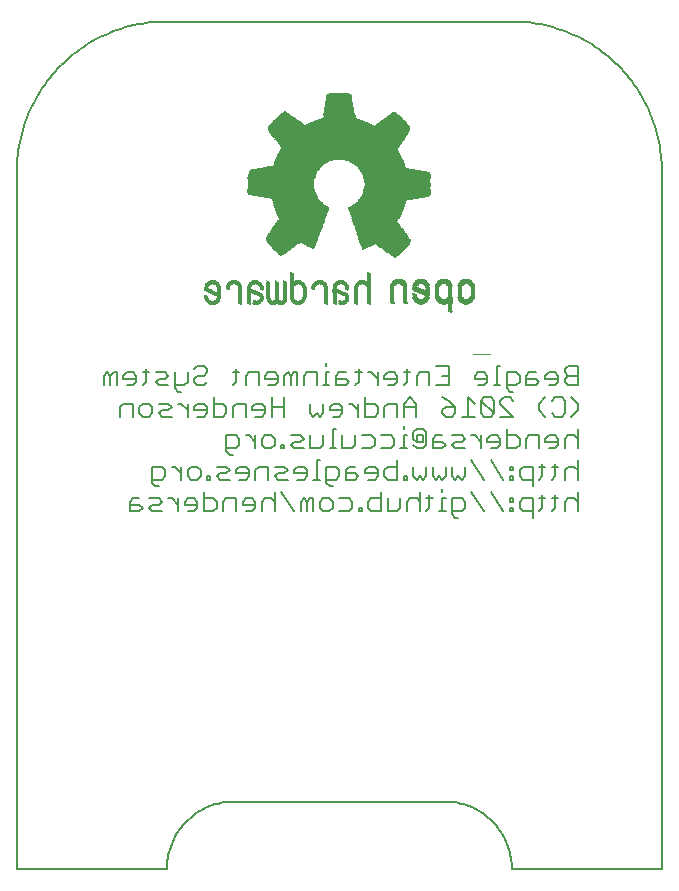
<source format=gbo>
G75*
%MOIN*%
%OFA0B0*%
%FSLAX24Y24*%
%IPPOS*%
%LPD*%
%AMOC8*
5,1,8,0,0,1.08239X$1,22.5*
%
%ADD10C,0.0060*%
%ADD11C,0.0050*%
%ADD12C,0.0000*%
%ADD13R,0.0040X0.0005*%
%ADD14R,0.0050X0.0005*%
%ADD15R,0.0060X0.0005*%
%ADD16R,0.0070X0.0005*%
%ADD17R,0.0085X0.0005*%
%ADD18R,0.0100X0.0005*%
%ADD19R,0.0120X0.0005*%
%ADD20R,0.0130X0.0005*%
%ADD21R,0.0135X0.0005*%
%ADD22R,0.0140X0.0005*%
%ADD23R,0.0145X0.0005*%
%ADD24R,0.0150X0.0005*%
%ADD25R,0.0025X0.0005*%
%ADD26R,0.0005X0.0005*%
%ADD27R,0.0020X0.0005*%
%ADD28R,0.0015X0.0005*%
%ADD29R,0.0010X0.0005*%
%ADD30R,0.0165X0.0005*%
%ADD31R,0.0155X0.0005*%
%ADD32R,0.0160X0.0005*%
%ADD33R,0.0075X0.0005*%
%ADD34R,0.0065X0.0005*%
%ADD35R,0.0030X0.0005*%
%ADD36R,0.0185X0.0005*%
%ADD37R,0.0180X0.0005*%
%ADD38R,0.0105X0.0005*%
%ADD39R,0.0035X0.0005*%
%ADD40R,0.0195X0.0005*%
%ADD41R,0.0200X0.0005*%
%ADD42R,0.0170X0.0005*%
%ADD43R,0.0045X0.0005*%
%ADD44R,0.0125X0.0005*%
%ADD45R,0.0210X0.0005*%
%ADD46R,0.0055X0.0005*%
%ADD47R,0.0220X0.0005*%
%ADD48R,0.0215X0.0005*%
%ADD49R,0.0235X0.0005*%
%ADD50R,0.0225X0.0005*%
%ADD51R,0.0205X0.0005*%
%ADD52R,0.0265X0.0005*%
%ADD53R,0.0255X0.0005*%
%ADD54R,0.0245X0.0005*%
%ADD55R,0.0410X0.0005*%
%ADD56R,0.0240X0.0005*%
%ADD57R,0.0080X0.0005*%
%ADD58R,0.0250X0.0005*%
%ADD59R,0.0285X0.0005*%
%ADD60R,0.0090X0.0005*%
%ADD61R,0.0270X0.0005*%
%ADD62R,0.0420X0.0005*%
%ADD63R,0.0095X0.0005*%
%ADD64R,0.0110X0.0005*%
%ADD65R,0.0300X0.0005*%
%ADD66R,0.0525X0.0005*%
%ADD67R,0.0260X0.0005*%
%ADD68R,0.0305X0.0005*%
%ADD69R,0.0430X0.0005*%
%ADD70R,0.0115X0.0005*%
%ADD71R,0.0315X0.0005*%
%ADD72R,0.0535X0.0005*%
%ADD73R,0.0295X0.0005*%
%ADD74R,0.0435X0.0005*%
%ADD75R,0.0275X0.0005*%
%ADD76R,0.0325X0.0005*%
%ADD77R,0.0545X0.0005*%
%ADD78R,0.0440X0.0005*%
%ADD79R,0.0280X0.0005*%
%ADD80R,0.0335X0.0005*%
%ADD81R,0.0555X0.0005*%
%ADD82R,0.0330X0.0005*%
%ADD83R,0.0320X0.0005*%
%ADD84R,0.0445X0.0005*%
%ADD85R,0.0345X0.0005*%
%ADD86R,0.0565X0.0005*%
%ADD87R,0.0340X0.0005*%
%ADD88R,0.0455X0.0005*%
%ADD89R,0.0360X0.0005*%
%ADD90R,0.0575X0.0005*%
%ADD91R,0.0355X0.0005*%
%ADD92R,0.0470X0.0005*%
%ADD93R,0.0290X0.0005*%
%ADD94R,0.0370X0.0005*%
%ADD95R,0.0585X0.0005*%
%ADD96R,0.0365X0.0005*%
%ADD97R,0.0375X0.0005*%
%ADD98R,0.0475X0.0005*%
%ADD99R,0.0380X0.0005*%
%ADD100R,0.0590X0.0005*%
%ADD101R,0.0385X0.0005*%
%ADD102R,0.0480X0.0005*%
%ADD103R,0.0390X0.0005*%
%ADD104R,0.0595X0.0005*%
%ADD105R,0.0395X0.0005*%
%ADD106R,0.0485X0.0005*%
%ADD107R,0.0400X0.0005*%
%ADD108R,0.0600X0.0005*%
%ADD109R,0.0405X0.0005*%
%ADD110R,0.0605X0.0005*%
%ADD111R,0.0415X0.0005*%
%ADD112R,0.0490X0.0005*%
%ADD113R,0.0495X0.0005*%
%ADD114R,0.0310X0.0005*%
%ADD115R,0.0615X0.0005*%
%ADD116R,0.0505X0.0005*%
%ADD117R,0.0425X0.0005*%
%ADD118R,0.0625X0.0005*%
%ADD119R,0.0510X0.0005*%
%ADD120R,0.0630X0.0005*%
%ADD121R,0.0515X0.0005*%
%ADD122R,0.0190X0.0005*%
%ADD123R,0.0635X0.0005*%
%ADD124R,0.0175X0.0005*%
%ADD125R,0.0465X0.0005*%
%ADD126R,0.0520X0.0005*%
%ADD127R,0.0530X0.0005*%
%ADD128R,0.0500X0.0005*%
%ADD129R,0.0540X0.0005*%
%ADD130R,0.0230X0.0005*%
%ADD131R,0.0350X0.0005*%
%ADD132R,0.0550X0.0005*%
%ADD133R,0.0460X0.0005*%
%ADD134R,0.0450X0.0005*%
%ADD135R,0.0560X0.0005*%
%ADD136R,0.0570X0.0005*%
%ADD137R,0.0620X0.0005*%
%ADD138R,0.0645X0.0005*%
%ADD139R,0.0655X0.0005*%
%ADD140R,0.0665X0.0005*%
%ADD141R,0.0680X0.0005*%
%ADD142R,0.0690X0.0005*%
%ADD143R,0.0705X0.0005*%
%ADD144R,0.0720X0.0005*%
%ADD145R,0.0730X0.0005*%
%ADD146R,0.0740X0.0005*%
%ADD147R,0.0745X0.0005*%
%ADD148R,0.0760X0.0005*%
%ADD149R,0.0780X0.0005*%
%ADD150R,0.0610X0.0005*%
%ADD151R,0.0795X0.0005*%
%ADD152R,0.0805X0.0005*%
%ADD153R,0.0640X0.0005*%
%ADD154R,0.0810X0.0005*%
%ADD155R,0.0820X0.0005*%
%ADD156R,0.0835X0.0005*%
%ADD157R,0.0670X0.0005*%
%ADD158R,0.0845X0.0005*%
%ADD159R,0.0860X0.0005*%
%ADD160R,0.0695X0.0005*%
%ADD161R,0.0875X0.0005*%
%ADD162R,0.0710X0.0005*%
%ADD163R,0.0890X0.0005*%
%ADD164R,0.0900X0.0005*%
%ADD165R,0.0905X0.0005*%
%ADD166R,0.0735X0.0005*%
%ADD167R,0.0915X0.0005*%
%ADD168R,0.0925X0.0005*%
%ADD169R,0.0940X0.0005*%
%ADD170R,0.0770X0.0005*%
%ADD171R,0.0960X0.0005*%
%ADD172R,0.0785X0.0005*%
%ADD173R,0.0965X0.0005*%
%ADD174R,0.0975X0.0005*%
%ADD175R,0.0990X0.0005*%
%ADD176R,0.1000X0.0005*%
%ADD177R,0.1015X0.0005*%
%ADD178R,0.1030X0.0005*%
%ADD179R,0.0850X0.0005*%
%ADD180R,0.1045X0.0005*%
%ADD181R,0.1055X0.0005*%
%ADD182R,0.1065X0.0005*%
%ADD183R,0.0885X0.0005*%
%ADD184R,0.1070X0.0005*%
%ADD185R,0.1080X0.0005*%
%ADD186R,0.1095X0.0005*%
%ADD187R,0.1110X0.0005*%
%ADD188R,0.0930X0.0005*%
%ADD189R,0.1120X0.0005*%
%ADD190R,0.0945X0.0005*%
%ADD191R,0.1130X0.0005*%
%ADD192R,0.0955X0.0005*%
%ADD193R,0.1140X0.0005*%
%ADD194R,0.1635X0.0005*%
%ADD195R,0.1640X0.0005*%
%ADD196R,0.0980X0.0005*%
%ADD197R,0.1650X0.0005*%
%ADD198R,0.0995X0.0005*%
%ADD199R,0.1655X0.0005*%
%ADD200R,0.1005X0.0005*%
%ADD201R,0.1660X0.0005*%
%ADD202R,0.1670X0.0005*%
%ADD203R,0.1025X0.0005*%
%ADD204R,0.1035X0.0005*%
%ADD205R,0.1680X0.0005*%
%ADD206R,0.1060X0.0005*%
%ADD207R,0.1690X0.0005*%
%ADD208R,0.1075X0.0005*%
%ADD209R,0.1085X0.0005*%
%ADD210R,0.1695X0.0005*%
%ADD211R,0.1100X0.0005*%
%ADD212R,0.1700X0.0005*%
%ADD213R,0.1645X0.0005*%
%ADD214R,0.1705X0.0005*%
%ADD215R,0.1665X0.0005*%
%ADD216R,0.1710X0.0005*%
%ADD217R,0.1675X0.0005*%
%ADD218R,0.1685X0.0005*%
%ADD219R,0.1715X0.0005*%
%ADD220R,0.1720X0.0005*%
%ADD221R,0.1730X0.0005*%
%ADD222R,0.1735X0.0005*%
%ADD223R,0.1740X0.0005*%
%ADD224R,0.1725X0.0005*%
%ADD225R,0.1630X0.0005*%
%ADD226R,0.1625X0.0005*%
%ADD227R,0.1615X0.0005*%
%ADD228R,0.1610X0.0005*%
%ADD229R,0.1605X0.0005*%
%ADD230R,0.1600X0.0005*%
%ADD231R,0.1595X0.0005*%
%ADD232R,0.1590X0.0005*%
%ADD233R,0.1585X0.0005*%
%ADD234R,0.1580X0.0005*%
%ADD235R,0.1575X0.0005*%
%ADD236R,0.1570X0.0005*%
%ADD237R,0.1565X0.0005*%
%ADD238R,0.1560X0.0005*%
%ADD239R,0.1555X0.0005*%
%ADD240R,0.1550X0.0005*%
%ADD241R,0.1545X0.0005*%
%ADD242R,0.1540X0.0005*%
%ADD243R,0.1535X0.0005*%
%ADD244R,0.1530X0.0005*%
%ADD245R,0.1525X0.0005*%
%ADD246R,0.1520X0.0005*%
%ADD247R,0.1515X0.0005*%
%ADD248R,0.1510X0.0005*%
%ADD249R,0.1505X0.0005*%
%ADD250R,0.1500X0.0005*%
%ADD251R,0.1495X0.0005*%
%ADD252R,0.1490X0.0005*%
%ADD253R,0.1620X0.0005*%
%ADD254R,0.1745X0.0005*%
%ADD255R,0.1750X0.0005*%
%ADD256R,0.1760X0.0005*%
%ADD257R,0.1765X0.0005*%
%ADD258R,0.1775X0.0005*%
%ADD259R,0.1780X0.0005*%
%ADD260R,0.1785X0.0005*%
%ADD261R,0.1790X0.0005*%
%ADD262R,0.1755X0.0005*%
%ADD263R,0.1795X0.0005*%
%ADD264R,0.1800X0.0005*%
%ADD265R,0.1805X0.0005*%
%ADD266R,0.1770X0.0005*%
%ADD267R,0.1810X0.0005*%
%ADD268R,0.1815X0.0005*%
%ADD269R,0.1820X0.0005*%
%ADD270R,0.1825X0.0005*%
%ADD271R,0.1835X0.0005*%
%ADD272R,0.1840X0.0005*%
%ADD273R,0.1845X0.0005*%
%ADD274R,0.1850X0.0005*%
%ADD275R,0.1830X0.0005*%
%ADD276R,0.1870X0.0005*%
%ADD277R,0.1900X0.0005*%
%ADD278R,0.1920X0.0005*%
%ADD279R,0.1935X0.0005*%
%ADD280R,0.1950X0.0005*%
%ADD281R,0.1965X0.0005*%
%ADD282R,0.2000X0.0005*%
%ADD283R,0.2045X0.0005*%
%ADD284R,0.2075X0.0005*%
%ADD285R,0.2100X0.0005*%
%ADD286R,0.2110X0.0005*%
%ADD287R,0.2125X0.0005*%
%ADD288R,0.2150X0.0005*%
%ADD289R,0.2190X0.0005*%
%ADD290R,0.1855X0.0005*%
%ADD291R,0.2230X0.0005*%
%ADD292R,0.2245X0.0005*%
%ADD293R,0.1930X0.0005*%
%ADD294R,0.2255X0.0005*%
%ADD295R,0.2260X0.0005*%
%ADD296R,0.2265X0.0005*%
%ADD297R,0.1985X0.0005*%
%ADD298R,0.2270X0.0005*%
%ADD299R,0.2020X0.0005*%
%ADD300R,0.2065X0.0005*%
%ADD301R,0.2275X0.0005*%
%ADD302R,0.2280X0.0005*%
%ADD303R,0.2130X0.0005*%
%ADD304R,0.2165X0.0005*%
%ADD305R,0.2185X0.0005*%
%ADD306R,0.2215X0.0005*%
%ADD307R,0.2235X0.0005*%
%ADD308R,0.2240X0.0005*%
%ADD309R,0.2250X0.0005*%
%ADD310R,0.2225X0.0005*%
%ADD311R,0.2220X0.0005*%
%ADD312R,0.2210X0.0005*%
%ADD313R,0.2285X0.0005*%
%ADD314R,0.2290X0.0005*%
%ADD315R,0.2295X0.0005*%
%ADD316R,0.2175X0.0005*%
%ADD317R,0.2135X0.0005*%
%ADD318R,0.2085X0.0005*%
%ADD319R,0.2055X0.0005*%
%ADD320R,0.2040X0.0005*%
%ADD321R,0.2005X0.0005*%
%ADD322R,0.1970X0.0005*%
%ADD323R,0.1890X0.0005*%
%ADD324R,0.1865X0.0005*%
%ADD325R,0.2195X0.0005*%
%ADD326R,0.2025X0.0005*%
%ADD327R,0.1940X0.0005*%
%ADD328R,0.1925X0.0005*%
%ADD329R,0.1895X0.0005*%
%ADD330R,0.1880X0.0005*%
%ADD331R,0.1905X0.0005*%
%ADD332R,0.1910X0.0005*%
%ADD333R,0.1915X0.0005*%
%ADD334R,0.2035X0.0005*%
%ADD335R,0.2060X0.0005*%
%ADD336R,0.2070X0.0005*%
%ADD337R,0.4230X0.0005*%
%ADD338R,0.4225X0.0005*%
%ADD339R,0.4220X0.0005*%
%ADD340R,0.4215X0.0005*%
%ADD341R,0.4205X0.0005*%
%ADD342R,0.4200X0.0005*%
%ADD343R,0.4195X0.0005*%
%ADD344R,0.4185X0.0005*%
%ADD345R,0.4180X0.0005*%
%ADD346R,0.4175X0.0005*%
%ADD347R,0.4170X0.0005*%
%ADD348R,0.4160X0.0005*%
%ADD349R,0.4150X0.0005*%
%ADD350R,0.4145X0.0005*%
%ADD351R,0.4140X0.0005*%
%ADD352R,0.4130X0.0005*%
%ADD353R,0.4125X0.0005*%
%ADD354R,0.4120X0.0005*%
%ADD355R,0.4110X0.0005*%
%ADD356R,0.4100X0.0005*%
%ADD357R,0.4095X0.0005*%
%ADD358R,0.4090X0.0005*%
%ADD359R,0.4085X0.0005*%
%ADD360R,0.4080X0.0005*%
%ADD361R,0.4075X0.0005*%
%ADD362R,0.4065X0.0005*%
%ADD363R,0.4055X0.0005*%
%ADD364R,0.4050X0.0005*%
%ADD365R,0.4045X0.0005*%
%ADD366R,0.4040X0.0005*%
%ADD367R,0.4030X0.0005*%
%ADD368R,0.4025X0.0005*%
%ADD369R,0.4020X0.0005*%
%ADD370R,0.4015X0.0005*%
%ADD371R,0.4005X0.0005*%
%ADD372R,0.4000X0.0005*%
%ADD373R,0.3995X0.0005*%
%ADD374R,0.3985X0.0005*%
%ADD375R,0.3980X0.0005*%
%ADD376R,0.3975X0.0005*%
%ADD377R,0.3970X0.0005*%
%ADD378R,0.3960X0.0005*%
%ADD379R,0.3950X0.0005*%
%ADD380R,0.3945X0.0005*%
%ADD381R,0.3935X0.0005*%
%ADD382R,0.3925X0.0005*%
%ADD383R,0.3920X0.0005*%
%ADD384R,0.3915X0.0005*%
%ADD385R,0.3910X0.0005*%
%ADD386R,0.3900X0.0005*%
%ADD387R,0.3895X0.0005*%
%ADD388R,0.3885X0.0005*%
%ADD389R,0.3880X0.0005*%
%ADD390R,0.3875X0.0005*%
%ADD391R,0.3890X0.0005*%
%ADD392R,0.3905X0.0005*%
%ADD393R,0.3930X0.0005*%
%ADD394R,0.3940X0.0005*%
%ADD395R,0.3965X0.0005*%
%ADD396R,0.3990X0.0005*%
%ADD397R,0.4035X0.0005*%
%ADD398R,0.4060X0.0005*%
%ADD399R,0.4070X0.0005*%
%ADD400R,0.4135X0.0005*%
%ADD401R,0.4190X0.0005*%
%ADD402R,0.4210X0.0005*%
%ADD403R,0.4235X0.0005*%
%ADD404R,0.4245X0.0005*%
%ADD405R,0.4250X0.0005*%
%ADD406R,0.4260X0.0005*%
%ADD407R,0.4265X0.0005*%
%ADD408R,0.4270X0.0005*%
%ADD409R,0.4280X0.0005*%
%ADD410R,0.4285X0.0005*%
%ADD411R,0.4295X0.0005*%
%ADD412R,0.4300X0.0005*%
%ADD413R,0.4305X0.0005*%
%ADD414R,0.4315X0.0005*%
%ADD415R,0.4320X0.0005*%
%ADD416R,0.4330X0.0005*%
%ADD417R,0.4335X0.0005*%
%ADD418R,0.4340X0.0005*%
%ADD419R,0.4345X0.0005*%
%ADD420R,0.4355X0.0005*%
%ADD421R,0.4360X0.0005*%
%ADD422R,0.4370X0.0005*%
%ADD423R,0.4375X0.0005*%
%ADD424R,0.4385X0.0005*%
%ADD425R,0.4390X0.0005*%
%ADD426R,0.4400X0.0005*%
%ADD427R,0.4410X0.0005*%
%ADD428R,0.4420X0.0005*%
%ADD429R,0.4430X0.0005*%
%ADD430R,0.4440X0.0005*%
%ADD431R,0.4450X0.0005*%
%ADD432R,0.4455X0.0005*%
%ADD433R,0.4465X0.0005*%
%ADD434R,0.4475X0.0005*%
%ADD435R,0.4485X0.0005*%
%ADD436R,0.4490X0.0005*%
%ADD437R,0.4500X0.0005*%
%ADD438R,0.4510X0.0005*%
%ADD439R,0.4520X0.0005*%
%ADD440R,0.4525X0.0005*%
%ADD441R,0.4535X0.0005*%
%ADD442R,0.4545X0.0005*%
%ADD443R,0.4550X0.0005*%
%ADD444R,0.4560X0.0005*%
%ADD445R,0.4565X0.0005*%
%ADD446R,0.4575X0.0005*%
%ADD447R,0.4580X0.0005*%
%ADD448R,0.4590X0.0005*%
%ADD449R,0.4595X0.0005*%
%ADD450R,0.4600X0.0005*%
%ADD451R,0.4610X0.0005*%
%ADD452R,0.4620X0.0005*%
%ADD453R,0.4625X0.0005*%
%ADD454R,0.4635X0.0005*%
%ADD455R,0.4645X0.0005*%
%ADD456R,0.4650X0.0005*%
%ADD457R,0.4660X0.0005*%
%ADD458R,0.4670X0.0005*%
%ADD459R,0.4675X0.0005*%
%ADD460R,0.4685X0.0005*%
%ADD461R,0.4690X0.0005*%
%ADD462R,0.4695X0.0005*%
%ADD463R,0.4705X0.0005*%
%ADD464R,0.4715X0.0005*%
%ADD465R,0.4720X0.0005*%
%ADD466R,0.4730X0.0005*%
%ADD467R,0.4735X0.0005*%
%ADD468R,0.4740X0.0005*%
%ADD469R,0.4745X0.0005*%
%ADD470R,0.4755X0.0005*%
%ADD471R,0.4760X0.0005*%
%ADD472R,0.4765X0.0005*%
%ADD473R,0.4750X0.0005*%
%ADD474R,0.4725X0.0005*%
%ADD475R,0.4710X0.0005*%
%ADD476R,0.4700X0.0005*%
%ADD477R,0.4680X0.0005*%
%ADD478R,0.1155X0.0005*%
%ADD479R,0.3480X0.0005*%
%ADD480R,0.3465X0.0005*%
%ADD481R,0.1125X0.0005*%
%ADD482R,0.3445X0.0005*%
%ADD483R,0.1190X0.0005*%
%ADD484R,0.2200X0.0005*%
%ADD485R,0.1175X0.0005*%
%ADD486R,0.1090X0.0005*%
%ADD487R,0.1165X0.0005*%
%ADD488R,0.2160X0.0005*%
%ADD489R,0.1145X0.0005*%
%ADD490R,0.1040X0.0005*%
%ADD491R,0.2105X0.0005*%
%ADD492R,0.1115X0.0005*%
%ADD493R,0.1995X0.0005*%
%ADD494R,0.0950X0.0005*%
%ADD495R,0.1945X0.0005*%
%ADD496R,0.1010X0.0005*%
%ADD497R,0.0935X0.0005*%
%ADD498R,0.0910X0.0005*%
%ADD499R,0.1875X0.0005*%
%ADD500R,0.0880X0.0005*%
%ADD501R,0.0865X0.0005*%
%ADD502R,0.0855X0.0005*%
%ADD503R,0.0920X0.0005*%
%ADD504R,0.0840X0.0005*%
%ADD505R,0.0825X0.0005*%
%ADD506R,0.0895X0.0005*%
%ADD507R,0.0815X0.0005*%
%ADD508R,0.0800X0.0005*%
%ADD509R,0.0790X0.0005*%
%ADD510R,0.0775X0.0005*%
%ADD511R,0.1480X0.0005*%
%ADD512R,0.0715X0.0005*%
%ADD513R,0.1455X0.0005*%
%ADD514R,0.1440X0.0005*%
%ADD515R,0.0700X0.0005*%
%ADD516R,0.1420X0.0005*%
%ADD517R,0.1400X0.0005*%
%ADD518R,0.0755X0.0005*%
%ADD519R,0.1365X0.0005*%
%ADD520R,0.1305X0.0005*%
%ADD521R,0.0725X0.0005*%
%ADD522R,0.1255X0.0005*%
%ADD523R,0.1225X0.0005*%
%ADD524R,0.1205X0.0005*%
%ADD525R,0.0685X0.0005*%
%ADD526R,0.1185X0.0005*%
%ADD527R,0.1150X0.0005*%
%ADD528R,0.1105X0.0005*%
%ADD529R,0.0580X0.0005*%
%ADD530R,0.1050X0.0005*%
%ADD531R,0.1020X0.0005*%
%ADD532R,0.0985X0.0005*%
%ADD533R,0.0970X0.0005*%
%ADD534R,0.0870X0.0005*%
D10*
X005211Y018180D02*
X005531Y018180D01*
X005638Y018286D01*
X005531Y018393D01*
X005211Y018393D01*
X005211Y018500D02*
X005211Y018180D01*
X005211Y018500D02*
X005318Y018607D01*
X005531Y018607D01*
X005855Y018607D02*
X006176Y018607D01*
X006282Y018500D01*
X006176Y018393D01*
X005962Y018393D01*
X005855Y018286D01*
X005962Y018180D01*
X006282Y018180D01*
X006499Y018607D02*
X006606Y018607D01*
X006819Y018393D01*
X006819Y018180D02*
X006819Y018607D01*
X007037Y018500D02*
X007037Y018393D01*
X007464Y018393D01*
X007464Y018286D02*
X007464Y018500D01*
X007357Y018607D01*
X007144Y018607D01*
X007037Y018500D01*
X007144Y018180D02*
X007357Y018180D01*
X007464Y018286D01*
X007682Y018180D02*
X008002Y018180D01*
X008109Y018286D01*
X008109Y018500D01*
X008002Y018607D01*
X007682Y018607D01*
X007682Y018820D02*
X007682Y018180D01*
X008326Y018180D02*
X008326Y018500D01*
X008433Y018607D01*
X008753Y018607D01*
X008753Y018180D01*
X008971Y018393D02*
X008971Y018500D01*
X009077Y018607D01*
X009291Y018607D01*
X009398Y018500D01*
X009398Y018286D01*
X009291Y018180D01*
X009077Y018180D01*
X008971Y018393D02*
X009398Y018393D01*
X009615Y018500D02*
X009615Y018180D01*
X009615Y018500D02*
X009722Y018607D01*
X009935Y018607D01*
X010042Y018500D01*
X010042Y018820D02*
X010042Y018180D01*
X010687Y018180D02*
X010260Y018820D01*
X010152Y019230D02*
X010045Y019336D01*
X010152Y019443D01*
X010365Y019443D01*
X010472Y019550D01*
X010365Y019657D01*
X010045Y019657D01*
X009827Y019657D02*
X009827Y019230D01*
X009827Y019657D02*
X009507Y019657D01*
X009400Y019550D01*
X009400Y019230D01*
X009183Y019336D02*
X009183Y019550D01*
X009076Y019657D01*
X008863Y019657D01*
X008756Y019550D01*
X008756Y019443D01*
X009183Y019443D01*
X009183Y019336D02*
X009076Y019230D01*
X008863Y019230D01*
X008538Y019230D02*
X008218Y019230D01*
X008111Y019336D01*
X008218Y019443D01*
X008432Y019443D01*
X008538Y019550D01*
X008432Y019657D01*
X008111Y019657D01*
X007894Y019336D02*
X007787Y019336D01*
X007787Y019230D01*
X007894Y019230D01*
X007894Y019336D01*
X007571Y019336D02*
X007465Y019230D01*
X007251Y019230D01*
X007144Y019336D01*
X007144Y019550D01*
X007251Y019657D01*
X007465Y019657D01*
X007571Y019550D01*
X007571Y019336D01*
X006927Y019230D02*
X006927Y019657D01*
X006927Y019443D02*
X006713Y019657D01*
X006607Y019657D01*
X006390Y019550D02*
X006390Y019336D01*
X006283Y019230D01*
X005963Y019230D01*
X005963Y019123D02*
X005963Y019657D01*
X006283Y019657D01*
X006390Y019550D01*
X006176Y019016D02*
X006069Y019016D01*
X005963Y019123D01*
X005853Y021330D02*
X005640Y021330D01*
X005533Y021436D01*
X005533Y021650D01*
X005640Y021757D01*
X005853Y021757D01*
X005960Y021650D01*
X005960Y021436D01*
X005853Y021330D01*
X006178Y021436D02*
X006284Y021543D01*
X006498Y021543D01*
X006605Y021650D01*
X006498Y021757D01*
X006178Y021757D01*
X006178Y021436D02*
X006284Y021330D01*
X006605Y021330D01*
X006821Y021757D02*
X006928Y021757D01*
X007142Y021543D01*
X007142Y021330D02*
X007142Y021757D01*
X007359Y021650D02*
X007359Y021543D01*
X007786Y021543D01*
X007786Y021436D02*
X007786Y021650D01*
X007680Y021757D01*
X007466Y021757D01*
X007359Y021650D01*
X007466Y021330D02*
X007680Y021330D01*
X007786Y021436D01*
X008004Y021330D02*
X008324Y021330D01*
X008431Y021436D01*
X008431Y021650D01*
X008324Y021757D01*
X008004Y021757D01*
X008004Y021970D02*
X008004Y021330D01*
X008434Y020707D02*
X008754Y020707D01*
X008861Y020600D01*
X008861Y020386D01*
X008754Y020280D01*
X008434Y020280D01*
X008434Y020173D02*
X008434Y020707D01*
X008434Y020173D02*
X008540Y020066D01*
X008647Y020066D01*
X009077Y020707D02*
X009184Y020707D01*
X009398Y020493D01*
X009398Y020280D02*
X009398Y020707D01*
X009615Y020600D02*
X009722Y020707D01*
X009935Y020707D01*
X010042Y020600D01*
X010042Y020386D01*
X009935Y020280D01*
X009722Y020280D01*
X009615Y020386D01*
X009615Y020600D01*
X009613Y021330D02*
X009720Y021436D01*
X009720Y021650D01*
X009613Y021757D01*
X009400Y021757D01*
X009293Y021650D01*
X009293Y021543D01*
X009720Y021543D01*
X009613Y021330D02*
X009400Y021330D01*
X009075Y021330D02*
X009075Y021757D01*
X008755Y021757D01*
X008648Y021650D01*
X008648Y021330D01*
X008647Y022380D02*
X008754Y022486D01*
X008754Y022913D01*
X008861Y022807D02*
X008647Y022807D01*
X009078Y022700D02*
X009078Y022380D01*
X009078Y022700D02*
X009185Y022807D01*
X009505Y022807D01*
X009505Y022380D01*
X009723Y022593D02*
X009723Y022700D01*
X009829Y022807D01*
X010043Y022807D01*
X010150Y022700D01*
X010150Y022486D01*
X010043Y022380D01*
X009829Y022380D01*
X009723Y022593D02*
X010150Y022593D01*
X010367Y022700D02*
X010367Y022380D01*
X010581Y022380D02*
X010581Y022700D01*
X010474Y022807D01*
X010367Y022700D01*
X010581Y022700D02*
X010687Y022807D01*
X010794Y022807D01*
X010794Y022380D01*
X011012Y022380D02*
X011012Y022700D01*
X011118Y022807D01*
X011439Y022807D01*
X011439Y022380D01*
X011655Y022380D02*
X011868Y022380D01*
X011762Y022380D02*
X011762Y022807D01*
X011868Y022807D01*
X011762Y023020D02*
X011762Y023127D01*
X012086Y022700D02*
X012086Y022380D01*
X012406Y022380D01*
X012513Y022486D01*
X012406Y022593D01*
X012086Y022593D01*
X012086Y022700D02*
X012193Y022807D01*
X012406Y022807D01*
X012729Y022807D02*
X012943Y022807D01*
X012836Y022913D02*
X012836Y022486D01*
X012729Y022380D01*
X013053Y021970D02*
X013053Y021330D01*
X013373Y021330D01*
X013480Y021436D01*
X013480Y021650D01*
X013373Y021757D01*
X013053Y021757D01*
X012835Y021757D02*
X012835Y021330D01*
X012835Y021543D02*
X012622Y021757D01*
X012515Y021757D01*
X012298Y021650D02*
X012298Y021436D01*
X012191Y021330D01*
X011978Y021330D01*
X011871Y021543D02*
X011871Y021650D01*
X011978Y021757D01*
X012191Y021757D01*
X012298Y021650D01*
X012298Y021543D02*
X011871Y021543D01*
X011654Y021436D02*
X011547Y021330D01*
X011440Y021436D01*
X011333Y021330D01*
X011227Y021436D01*
X011227Y021757D01*
X011654Y021757D02*
X011654Y021436D01*
X011977Y020920D02*
X011977Y020280D01*
X012083Y020280D02*
X011870Y020280D01*
X011654Y020386D02*
X011547Y020280D01*
X011227Y020280D01*
X011227Y020707D01*
X011009Y020600D02*
X010902Y020493D01*
X010689Y020493D01*
X010582Y020386D01*
X010689Y020280D01*
X011009Y020280D01*
X011009Y020600D02*
X010902Y020707D01*
X010582Y020707D01*
X010364Y020386D02*
X010258Y020386D01*
X010258Y020280D01*
X010364Y020280D01*
X010364Y020386D01*
X010796Y019657D02*
X010689Y019550D01*
X010689Y019443D01*
X011116Y019443D01*
X011116Y019336D02*
X011116Y019550D01*
X011010Y019657D01*
X010796Y019657D01*
X010796Y019230D02*
X011010Y019230D01*
X011116Y019336D01*
X011333Y019230D02*
X011546Y019230D01*
X011439Y019230D02*
X011439Y019870D01*
X011546Y019870D01*
X011764Y019657D02*
X012084Y019657D01*
X012191Y019550D01*
X012191Y019336D01*
X012084Y019230D01*
X011764Y019230D01*
X011764Y019123D02*
X011764Y019657D01*
X011764Y019123D02*
X011870Y019016D01*
X011977Y019016D01*
X011869Y018607D02*
X011976Y018500D01*
X011976Y018286D01*
X011869Y018180D01*
X011656Y018180D01*
X011549Y018286D01*
X011549Y018500D01*
X011656Y018607D01*
X011869Y018607D01*
X012193Y018607D02*
X012514Y018607D01*
X012620Y018500D01*
X012620Y018286D01*
X012514Y018180D01*
X012193Y018180D01*
X012836Y018180D02*
X012943Y018180D01*
X012943Y018286D01*
X012836Y018286D01*
X012836Y018180D01*
X013160Y018286D02*
X013160Y018500D01*
X013267Y018607D01*
X013587Y018607D01*
X013587Y018820D02*
X013587Y018180D01*
X013267Y018180D01*
X013160Y018286D01*
X013805Y018180D02*
X013805Y018607D01*
X013805Y018180D02*
X014125Y018180D01*
X014232Y018286D01*
X014232Y018607D01*
X014449Y018500D02*
X014449Y018180D01*
X014449Y018500D02*
X014556Y018607D01*
X014770Y018607D01*
X014876Y018500D01*
X015093Y018607D02*
X015306Y018607D01*
X015199Y018713D02*
X015199Y018286D01*
X015093Y018180D01*
X014876Y018180D02*
X014876Y018820D01*
X014771Y019230D02*
X014664Y019336D01*
X014664Y019657D01*
X014878Y019336D02*
X014771Y019230D01*
X014878Y019336D02*
X014984Y019230D01*
X015091Y019336D01*
X015091Y019657D01*
X015309Y019657D02*
X015309Y019336D01*
X015415Y019230D01*
X015522Y019336D01*
X015629Y019230D01*
X015736Y019336D01*
X015736Y019657D01*
X015953Y019657D02*
X015953Y019336D01*
X016060Y019230D01*
X016167Y019336D01*
X016274Y019230D01*
X016380Y019336D01*
X016380Y019657D01*
X016598Y019870D02*
X017025Y019230D01*
X017242Y018820D02*
X017669Y018180D01*
X017885Y018180D02*
X017992Y018180D01*
X017992Y018286D01*
X017885Y018286D01*
X017885Y018180D01*
X017885Y018500D02*
X017992Y018500D01*
X017992Y018607D01*
X017885Y018607D01*
X017885Y018500D01*
X018209Y018500D02*
X018209Y018286D01*
X018316Y018180D01*
X018636Y018180D01*
X018636Y017966D02*
X018636Y018607D01*
X018316Y018607D01*
X018209Y018500D01*
X018636Y019016D02*
X018636Y019657D01*
X018316Y019657D01*
X018209Y019550D01*
X018209Y019336D01*
X018316Y019230D01*
X018636Y019230D01*
X018852Y019230D02*
X018959Y019336D01*
X018959Y019763D01*
X019066Y019657D02*
X018852Y019657D01*
X019282Y019657D02*
X019496Y019657D01*
X019389Y019763D02*
X019389Y019336D01*
X019282Y019230D01*
X019713Y019230D02*
X019713Y019550D01*
X019820Y019657D01*
X020033Y019657D01*
X020140Y019550D01*
X020140Y019870D02*
X020140Y019230D01*
X020140Y018820D02*
X020140Y018180D01*
X020140Y018500D02*
X020033Y018607D01*
X019820Y018607D01*
X019713Y018500D01*
X019713Y018180D01*
X019389Y018286D02*
X019389Y018713D01*
X019496Y018607D02*
X019282Y018607D01*
X019066Y018607D02*
X018852Y018607D01*
X018959Y018713D02*
X018959Y018286D01*
X018852Y018180D01*
X019282Y018180D02*
X019389Y018286D01*
X017992Y019230D02*
X017992Y019336D01*
X017885Y019336D01*
X017885Y019230D01*
X017992Y019230D01*
X017992Y019550D02*
X017885Y019550D01*
X017885Y019657D01*
X017992Y019657D01*
X017992Y019550D01*
X017669Y019230D02*
X017242Y019870D01*
X017242Y020280D02*
X017455Y020280D01*
X017562Y020386D01*
X017562Y020600D01*
X017455Y020707D01*
X017242Y020707D01*
X017135Y020600D01*
X017135Y020493D01*
X017562Y020493D01*
X017779Y020280D02*
X018100Y020280D01*
X018207Y020386D01*
X018207Y020600D01*
X018100Y020707D01*
X017779Y020707D01*
X017779Y020920D02*
X017779Y020280D01*
X018424Y020280D02*
X018424Y020600D01*
X018531Y020707D01*
X018851Y020707D01*
X018851Y020280D01*
X019069Y020493D02*
X019069Y020600D01*
X019175Y020707D01*
X019389Y020707D01*
X019496Y020600D01*
X019496Y020386D01*
X019389Y020280D01*
X019175Y020280D01*
X019069Y020493D02*
X019496Y020493D01*
X019713Y020600D02*
X019713Y020280D01*
X019713Y020600D02*
X019820Y020707D01*
X020033Y020707D01*
X020140Y020600D01*
X020140Y020920D02*
X020140Y020280D01*
X019927Y021330D02*
X020140Y021543D01*
X020140Y021757D01*
X019927Y021970D01*
X019710Y021863D02*
X019710Y021436D01*
X019604Y021330D01*
X019390Y021330D01*
X019283Y021436D01*
X019066Y021330D02*
X018852Y021543D01*
X018852Y021757D01*
X019066Y021970D01*
X019283Y021863D02*
X019390Y021970D01*
X019604Y021970D01*
X019710Y021863D01*
X019820Y022380D02*
X019713Y022486D01*
X019713Y022593D01*
X019820Y022700D01*
X020140Y022700D01*
X019820Y022700D02*
X019713Y022807D01*
X019713Y022913D01*
X019820Y023020D01*
X020140Y023020D01*
X020140Y022380D01*
X019820Y022380D01*
X019496Y022486D02*
X019496Y022700D01*
X019389Y022807D01*
X019175Y022807D01*
X019069Y022700D01*
X019069Y022593D01*
X019496Y022593D01*
X019496Y022486D02*
X019389Y022380D01*
X019175Y022380D01*
X018851Y022486D02*
X018744Y022593D01*
X018424Y022593D01*
X018424Y022700D02*
X018424Y022380D01*
X018744Y022380D01*
X018851Y022486D01*
X018744Y022807D02*
X018531Y022807D01*
X018424Y022700D01*
X018207Y022700D02*
X018207Y022486D01*
X018100Y022380D01*
X017779Y022380D01*
X017779Y022273D02*
X017779Y022807D01*
X018100Y022807D01*
X018207Y022700D01*
X017993Y022166D02*
X017886Y022166D01*
X017779Y022273D01*
X017562Y022380D02*
X017348Y022380D01*
X017455Y022380D02*
X017455Y023020D01*
X017562Y023020D01*
X017132Y022700D02*
X017132Y022486D01*
X017026Y022380D01*
X016812Y022380D01*
X016705Y022593D02*
X016705Y022700D01*
X016812Y022807D01*
X017026Y022807D01*
X017132Y022700D01*
X017132Y022593D02*
X016705Y022593D01*
X016489Y021970D02*
X016489Y021330D01*
X016276Y021330D02*
X016703Y021330D01*
X016920Y021436D02*
X016920Y021863D01*
X017347Y021436D01*
X017240Y021330D01*
X017027Y021330D01*
X016920Y021436D01*
X016703Y021757D02*
X016489Y021970D01*
X016920Y021863D02*
X017027Y021970D01*
X017240Y021970D01*
X017347Y021863D01*
X017347Y021436D01*
X017565Y021330D02*
X017992Y021330D01*
X017565Y021757D01*
X017565Y021863D01*
X017671Y021970D01*
X017885Y021970D01*
X017992Y021863D01*
X016917Y020707D02*
X016917Y020280D01*
X016917Y020493D02*
X016704Y020707D01*
X016597Y020707D01*
X016380Y020600D02*
X016274Y020493D01*
X016060Y020493D01*
X015953Y020386D01*
X016060Y020280D01*
X016380Y020280D01*
X016380Y020600D02*
X016274Y020707D01*
X015953Y020707D01*
X015629Y020707D02*
X015415Y020707D01*
X015309Y020600D01*
X015309Y020280D01*
X015629Y020280D01*
X015736Y020386D01*
X015629Y020493D01*
X015309Y020493D01*
X015091Y020386D02*
X015091Y020813D01*
X014984Y020920D01*
X014771Y020920D01*
X014664Y020813D01*
X014664Y020600D01*
X014771Y020493D01*
X014771Y020707D01*
X014984Y020707D01*
X014984Y020493D01*
X014771Y020493D01*
X014664Y020386D02*
X014771Y020280D01*
X014984Y020280D01*
X015091Y020386D01*
X014447Y020280D02*
X014233Y020280D01*
X014340Y020280D02*
X014340Y020707D01*
X014447Y020707D01*
X014340Y020920D02*
X014340Y021027D01*
X014342Y021330D02*
X014342Y021757D01*
X014555Y021970D01*
X014769Y021757D01*
X014769Y021330D01*
X014769Y021650D02*
X014342Y021650D01*
X014124Y021757D02*
X014124Y021330D01*
X014124Y021757D02*
X013804Y021757D01*
X013697Y021650D01*
X013697Y021330D01*
X013590Y020707D02*
X013910Y020707D01*
X014017Y020600D01*
X014017Y020386D01*
X013910Y020280D01*
X013590Y020280D01*
X013372Y020386D02*
X013372Y020600D01*
X013266Y020707D01*
X012945Y020707D01*
X012728Y020707D02*
X012728Y020386D01*
X012621Y020280D01*
X012301Y020280D01*
X012301Y020707D01*
X012083Y020920D02*
X011977Y020920D01*
X011654Y020707D02*
X011654Y020386D01*
X012408Y019550D02*
X012408Y019230D01*
X012729Y019230D01*
X012835Y019336D01*
X012729Y019443D01*
X012408Y019443D01*
X012408Y019550D02*
X012515Y019657D01*
X012729Y019657D01*
X013053Y019550D02*
X013053Y019443D01*
X013480Y019443D01*
X013480Y019336D02*
X013480Y019550D01*
X013373Y019657D01*
X013160Y019657D01*
X013053Y019550D01*
X013160Y019230D02*
X013373Y019230D01*
X013480Y019336D01*
X013697Y019336D02*
X013697Y019550D01*
X013804Y019657D01*
X014124Y019657D01*
X014124Y019870D02*
X014124Y019230D01*
X013804Y019230D01*
X013697Y019336D01*
X014340Y019336D02*
X014340Y019230D01*
X014447Y019230D01*
X014447Y019336D01*
X014340Y019336D01*
X013372Y020386D02*
X013266Y020280D01*
X012945Y020280D01*
X013480Y022380D02*
X013480Y022807D01*
X013480Y022593D02*
X013266Y022807D01*
X013160Y022807D01*
X013697Y022700D02*
X013697Y022593D01*
X014124Y022593D01*
X014124Y022486D02*
X014124Y022700D01*
X014018Y022807D01*
X013804Y022807D01*
X013697Y022700D01*
X013804Y022380D02*
X014018Y022380D01*
X014124Y022486D01*
X014341Y022380D02*
X014447Y022486D01*
X014447Y022913D01*
X014341Y022807D02*
X014554Y022807D01*
X014772Y022700D02*
X014772Y022380D01*
X014772Y022700D02*
X014878Y022807D01*
X015199Y022807D01*
X015199Y022380D01*
X015416Y022380D02*
X015843Y022380D01*
X015843Y023020D01*
X015416Y023020D01*
X015630Y022700D02*
X015843Y022700D01*
X015631Y021970D02*
X015844Y021863D01*
X016058Y021650D01*
X015738Y021650D01*
X015631Y021543D01*
X015631Y021436D01*
X015738Y021330D01*
X015951Y021330D01*
X016058Y021436D01*
X016058Y021650D01*
X015629Y018927D02*
X015629Y018820D01*
X015629Y018607D02*
X015629Y018180D01*
X015736Y018180D02*
X015522Y018180D01*
X015953Y018180D02*
X016274Y018180D01*
X016380Y018286D01*
X016380Y018500D01*
X016274Y018607D01*
X015953Y018607D01*
X015953Y018073D01*
X016060Y017966D01*
X016167Y017966D01*
X015736Y018607D02*
X015629Y018607D01*
X016598Y018820D02*
X017025Y018180D01*
X011331Y018180D02*
X011331Y018607D01*
X011225Y018607D01*
X011118Y018500D01*
X011011Y018607D01*
X010904Y018500D01*
X010904Y018180D01*
X011118Y018180D02*
X011118Y018500D01*
X010472Y019230D02*
X010152Y019230D01*
X010364Y021330D02*
X010364Y021970D01*
X010364Y021650D02*
X009937Y021650D01*
X009937Y021970D02*
X009937Y021330D01*
X007786Y022486D02*
X007680Y022380D01*
X007466Y022380D01*
X007359Y022486D01*
X007359Y022593D01*
X007466Y022700D01*
X007680Y022700D01*
X007786Y022807D01*
X007786Y022913D01*
X007680Y023020D01*
X007466Y023020D01*
X007359Y022913D01*
X007142Y022807D02*
X007142Y022486D01*
X007035Y022380D01*
X006715Y022380D01*
X006715Y022273D02*
X006821Y022166D01*
X006928Y022166D01*
X006715Y022273D02*
X006715Y022807D01*
X006497Y022700D02*
X006390Y022593D01*
X006177Y022593D01*
X006070Y022486D01*
X006177Y022380D01*
X006497Y022380D01*
X006497Y022700D02*
X006390Y022807D01*
X006070Y022807D01*
X005853Y022807D02*
X005639Y022807D01*
X005746Y022913D02*
X005746Y022486D01*
X005639Y022380D01*
X005423Y022486D02*
X005423Y022700D01*
X005316Y022807D01*
X005103Y022807D01*
X004996Y022700D01*
X004996Y022593D01*
X005423Y022593D01*
X005423Y022486D02*
X005316Y022380D01*
X005103Y022380D01*
X004778Y022380D02*
X004778Y022807D01*
X004672Y022807D01*
X004565Y022700D01*
X004458Y022807D01*
X004351Y022700D01*
X004351Y022380D01*
X004565Y022380D02*
X004565Y022700D01*
X004995Y021757D02*
X004888Y021650D01*
X004888Y021330D01*
X005316Y021330D02*
X005316Y021757D01*
X004995Y021757D01*
D11*
X006450Y006250D02*
X001450Y006250D01*
X001450Y029500D01*
X001452Y029640D01*
X001458Y029780D01*
X001468Y029920D01*
X001481Y030060D01*
X001499Y030199D01*
X001521Y030338D01*
X001546Y030475D01*
X001575Y030613D01*
X001608Y030749D01*
X001645Y030884D01*
X001686Y031018D01*
X001731Y031151D01*
X001779Y031283D01*
X001831Y031413D01*
X001886Y031542D01*
X001945Y031669D01*
X002008Y031795D01*
X002074Y031919D01*
X002143Y032040D01*
X002216Y032160D01*
X002293Y032278D01*
X002372Y032393D01*
X002455Y032507D01*
X002541Y032617D01*
X002630Y032726D01*
X002722Y032832D01*
X002817Y032935D01*
X002914Y033036D01*
X003015Y033133D01*
X003118Y033228D01*
X003224Y033320D01*
X003333Y033409D01*
X003443Y033495D01*
X003557Y033578D01*
X003672Y033657D01*
X003790Y033734D01*
X003910Y033807D01*
X004031Y033876D01*
X004155Y033942D01*
X004281Y034005D01*
X004408Y034064D01*
X004537Y034119D01*
X004667Y034171D01*
X004799Y034219D01*
X004932Y034264D01*
X005066Y034305D01*
X005201Y034342D01*
X005337Y034375D01*
X005475Y034404D01*
X005612Y034429D01*
X005751Y034451D01*
X005890Y034469D01*
X006030Y034482D01*
X006170Y034492D01*
X006310Y034498D01*
X006450Y034500D01*
X017950Y034500D01*
X018090Y034498D01*
X018230Y034492D01*
X018370Y034482D01*
X018510Y034469D01*
X018649Y034451D01*
X018788Y034429D01*
X018925Y034404D01*
X019063Y034375D01*
X019199Y034342D01*
X019334Y034305D01*
X019468Y034264D01*
X019601Y034219D01*
X019733Y034171D01*
X019863Y034119D01*
X019992Y034064D01*
X020119Y034005D01*
X020245Y033942D01*
X020369Y033876D01*
X020490Y033807D01*
X020610Y033734D01*
X020728Y033657D01*
X020843Y033578D01*
X020957Y033495D01*
X021067Y033409D01*
X021176Y033320D01*
X021282Y033228D01*
X021385Y033133D01*
X021486Y033036D01*
X021583Y032935D01*
X021678Y032832D01*
X021770Y032726D01*
X021859Y032617D01*
X021945Y032507D01*
X022028Y032393D01*
X022107Y032278D01*
X022184Y032160D01*
X022257Y032040D01*
X022326Y031919D01*
X022392Y031795D01*
X022455Y031669D01*
X022514Y031542D01*
X022569Y031413D01*
X022621Y031283D01*
X022669Y031151D01*
X022714Y031018D01*
X022755Y030884D01*
X022792Y030749D01*
X022825Y030613D01*
X022854Y030475D01*
X022879Y030338D01*
X022901Y030199D01*
X022919Y030060D01*
X022932Y029920D01*
X022942Y029780D01*
X022948Y029640D01*
X022950Y029500D01*
X022950Y006250D01*
X017950Y006250D01*
X017948Y006343D01*
X017942Y006436D01*
X017933Y006528D01*
X017919Y006620D01*
X017902Y006712D01*
X017881Y006802D01*
X017856Y006892D01*
X017828Y006981D01*
X017796Y007068D01*
X017760Y007154D01*
X017721Y007238D01*
X017679Y007321D01*
X017633Y007402D01*
X017584Y007481D01*
X017531Y007557D01*
X017476Y007632D01*
X017417Y007704D01*
X017355Y007774D01*
X017291Y007841D01*
X017224Y007905D01*
X017154Y007967D01*
X017082Y008026D01*
X017007Y008081D01*
X016931Y008134D01*
X016852Y008183D01*
X016771Y008229D01*
X016688Y008271D01*
X016604Y008310D01*
X016518Y008346D01*
X016431Y008378D01*
X016342Y008406D01*
X016252Y008431D01*
X016162Y008452D01*
X016070Y008469D01*
X015978Y008483D01*
X015886Y008492D01*
X015793Y008498D01*
X015700Y008500D01*
X008700Y008500D01*
X008607Y008498D01*
X008514Y008492D01*
X008422Y008483D01*
X008330Y008469D01*
X008238Y008452D01*
X008148Y008431D01*
X008058Y008406D01*
X007969Y008378D01*
X007882Y008346D01*
X007796Y008310D01*
X007712Y008271D01*
X007629Y008229D01*
X007548Y008183D01*
X007469Y008134D01*
X007393Y008081D01*
X007318Y008026D01*
X007246Y007967D01*
X007176Y007905D01*
X007109Y007841D01*
X007045Y007774D01*
X006983Y007704D01*
X006924Y007632D01*
X006869Y007557D01*
X006816Y007481D01*
X006767Y007402D01*
X006721Y007321D01*
X006679Y007238D01*
X006640Y007154D01*
X006604Y007068D01*
X006572Y006981D01*
X006544Y006892D01*
X006519Y006802D01*
X006498Y006712D01*
X006481Y006620D01*
X006467Y006528D01*
X006458Y006436D01*
X006452Y006343D01*
X006450Y006250D01*
D12*
X016646Y023407D02*
X016646Y023417D01*
X016641Y023417D01*
X016639Y023415D01*
X016639Y023412D01*
X016641Y023410D01*
X016646Y023410D01*
X016648Y023410D02*
X016648Y023415D01*
X016650Y023417D01*
X016652Y023415D01*
X016652Y023410D01*
X016655Y023410D02*
X016655Y023417D01*
X016653Y023417D01*
X016652Y023415D01*
X016658Y023415D02*
X016659Y023417D01*
X016664Y023417D01*
X016664Y023420D02*
X016664Y023410D01*
X016659Y023410D01*
X016658Y023412D01*
X016658Y023415D01*
X016667Y023412D02*
X016667Y023410D01*
X016669Y023410D01*
X016669Y023412D01*
X016667Y023412D01*
X016671Y023412D02*
X016671Y023415D01*
X016673Y023417D01*
X016676Y023417D01*
X016678Y023415D01*
X016678Y023412D01*
X016676Y023410D01*
X016673Y023410D01*
X016671Y023412D01*
X016681Y023410D02*
X016686Y023410D01*
X016687Y023412D01*
X016687Y023415D01*
X016686Y023417D01*
X016681Y023417D01*
X016681Y023408D01*
X016682Y023407D01*
X016684Y023407D01*
X016690Y023412D02*
X016690Y023415D01*
X016692Y023417D01*
X016695Y023417D01*
X016697Y023415D01*
X016697Y023412D01*
X016695Y023410D01*
X016692Y023410D01*
X016690Y023412D01*
X016699Y023410D02*
X016706Y023410D01*
X016706Y023420D01*
X016708Y023420D02*
X016708Y023410D01*
X016712Y023413D01*
X016715Y023410D01*
X016715Y023420D01*
X016717Y023420D02*
X016717Y023410D01*
X016717Y023415D02*
X016724Y023415D01*
X016727Y023413D02*
X016727Y023412D01*
X016728Y023410D01*
X016732Y023410D01*
X016733Y023412D01*
X016736Y023412D02*
X016736Y023418D01*
X016738Y023420D01*
X016741Y023420D01*
X016743Y023418D01*
X016743Y023412D01*
X016741Y023410D01*
X016738Y023410D01*
X016736Y023412D01*
X016732Y023415D02*
X016728Y023415D01*
X016727Y023413D01*
X016724Y023410D02*
X016724Y023420D01*
X016727Y023418D02*
X016728Y023420D01*
X016732Y023420D01*
X016733Y023418D01*
X016733Y023417D01*
X016732Y023415D01*
X016745Y023420D02*
X016752Y023410D01*
X016756Y023410D02*
X016759Y023410D01*
X016761Y023412D01*
X016761Y023415D01*
X016759Y023417D01*
X016756Y023417D01*
X016754Y023415D01*
X016754Y023413D01*
X016761Y023413D01*
X016764Y023410D02*
X016767Y023410D01*
X016765Y023410D02*
X016765Y023420D01*
X016767Y023420D01*
X016770Y023417D02*
X016775Y023417D01*
X016776Y023415D01*
X016776Y023412D01*
X016775Y023410D01*
X016770Y023410D01*
X016770Y023408D02*
X016770Y023417D01*
X016770Y023408D02*
X016771Y023407D01*
X016773Y023407D01*
X016779Y023410D02*
X016784Y023410D01*
X016786Y023412D01*
X016784Y023413D01*
X016779Y023413D01*
X016779Y023415D02*
X016779Y023410D01*
X016779Y023415D02*
X016781Y023417D01*
X016784Y023417D01*
X016788Y023420D02*
X016795Y023420D01*
X016795Y023410D01*
X016788Y023410D01*
X016791Y023415D02*
X016795Y023415D01*
X016797Y023420D02*
X016804Y023410D01*
X016806Y023410D02*
X016812Y023410D01*
X016813Y023412D01*
X016812Y023413D01*
X016806Y023413D01*
X016806Y023415D02*
X016806Y023410D01*
X016806Y023415D02*
X016808Y023417D01*
X016812Y023417D01*
X016818Y023417D02*
X016818Y023410D01*
X016819Y023410D02*
X016816Y023410D01*
X016822Y023410D02*
X016827Y023410D01*
X016829Y023412D01*
X016829Y023415D01*
X016827Y023417D01*
X016822Y023417D01*
X016819Y023417D02*
X016818Y023417D01*
X016818Y023420D02*
X016818Y023422D01*
X016822Y023420D02*
X016822Y023410D01*
X016831Y023413D02*
X016838Y023413D01*
X016838Y023412D02*
X016838Y023415D01*
X016836Y023417D01*
X016833Y023417D01*
X016831Y023415D01*
X016831Y023413D01*
X016833Y023410D02*
X016836Y023410D01*
X016838Y023412D01*
X016840Y023410D02*
X016840Y023420D01*
X016844Y023417D01*
X016847Y023420D01*
X016847Y023410D01*
X016856Y023410D02*
X016849Y023420D01*
X016859Y023417D02*
X016860Y023417D01*
X016864Y023413D01*
X016866Y023413D02*
X016873Y023413D01*
X016873Y023412D02*
X016873Y023415D01*
X016871Y023417D01*
X016868Y023417D01*
X016866Y023415D01*
X016866Y023413D01*
X016868Y023410D02*
X016871Y023410D01*
X016873Y023412D01*
X016876Y023410D02*
X016881Y023410D01*
X016882Y023412D01*
X016882Y023415D01*
X016881Y023417D01*
X016876Y023417D01*
X016876Y023420D02*
X016876Y023410D01*
X016885Y023410D02*
X016885Y023415D01*
X016886Y023417D01*
X016891Y023417D01*
X016891Y023410D01*
X016894Y023412D02*
X016894Y023415D01*
X016896Y023417D01*
X016899Y023417D01*
X016901Y023415D01*
X016901Y023412D01*
X016899Y023410D01*
X016896Y023410D01*
X016894Y023412D01*
X016903Y023410D02*
X016903Y023420D01*
X016910Y023420D02*
X016910Y023410D01*
X016907Y023413D01*
X016903Y023410D01*
X016913Y023410D02*
X016914Y023412D01*
X016914Y023418D01*
X016913Y023417D02*
X016916Y023417D01*
X016920Y023417D02*
X016920Y023410D01*
X016919Y023410D02*
X016922Y023410D01*
X016925Y023412D02*
X016926Y023410D01*
X016931Y023410D01*
X016931Y023420D01*
X016926Y023420D01*
X016925Y023418D01*
X016925Y023417D01*
X016926Y023415D01*
X016931Y023415D01*
X016926Y023415D02*
X016925Y023413D01*
X016925Y023412D01*
X016922Y023417D02*
X016920Y023417D01*
X016920Y023420D02*
X016920Y023422D01*
X016934Y023420D02*
X016934Y023410D01*
X016941Y023420D01*
X016941Y023410D01*
X016950Y023410D02*
X016943Y023420D01*
X016952Y023417D02*
X016957Y023417D01*
X016959Y023415D01*
X016957Y023413D01*
X016954Y023413D01*
X016952Y023412D01*
X016954Y023410D01*
X016959Y023410D01*
X016962Y023410D02*
X016963Y023412D01*
X016963Y023418D01*
X016962Y023417D02*
X016965Y023417D01*
X016968Y023415D02*
X016968Y023410D01*
X016968Y023415D02*
X016969Y023417D01*
X016974Y023417D01*
X016974Y023410D01*
X016977Y023413D02*
X016984Y023413D01*
X016984Y023412D02*
X016984Y023415D01*
X016982Y023417D01*
X016979Y023417D01*
X016977Y023415D01*
X016977Y023413D01*
X016979Y023410D02*
X016982Y023410D01*
X016984Y023412D01*
X016986Y023410D02*
X016986Y023415D01*
X016988Y023417D01*
X016989Y023415D01*
X016989Y023410D01*
X016993Y023410D02*
X016993Y023417D01*
X016991Y023417D01*
X016989Y023415D01*
X016995Y023417D02*
X016995Y023410D01*
X017000Y023410D01*
X017002Y023412D01*
X017002Y023417D01*
X017004Y023417D02*
X017009Y023417D01*
X017011Y023415D01*
X017011Y023412D01*
X017009Y023410D01*
X017004Y023410D01*
X017014Y023412D02*
X017014Y023415D01*
X017015Y023417D01*
X017019Y023417D01*
X017020Y023415D01*
X017020Y023412D01*
X017019Y023410D01*
X017015Y023410D01*
X017014Y023412D01*
X017023Y023412D02*
X017023Y023418D01*
X017025Y023420D01*
X017030Y023420D01*
X017030Y023410D01*
X017025Y023410D01*
X017023Y023412D01*
X017032Y023420D02*
X017039Y023410D01*
X017041Y023410D02*
X017046Y023410D01*
X017048Y023412D01*
X017048Y023417D01*
X017050Y023415D02*
X017050Y023413D01*
X017057Y023413D01*
X017057Y023412D02*
X017057Y023415D01*
X017056Y023417D01*
X017052Y023417D01*
X017050Y023415D01*
X017052Y023410D02*
X017056Y023410D01*
X017057Y023412D01*
X017060Y023410D02*
X017063Y023410D01*
X017062Y023410D02*
X017062Y023420D01*
X017063Y023420D01*
X017066Y023420D02*
X017066Y023410D01*
X017071Y023410D01*
X017073Y023412D01*
X017073Y023415D01*
X017071Y023417D01*
X017066Y023417D01*
X017075Y023415D02*
X017075Y023410D01*
X017080Y023410D01*
X017082Y023412D01*
X017080Y023413D01*
X017075Y023413D01*
X017075Y023415D02*
X017077Y023417D01*
X017080Y023417D01*
X017084Y023415D02*
X017084Y023410D01*
X017084Y023415D02*
X017086Y023417D01*
X017089Y023417D01*
X017091Y023415D01*
X017093Y023415D02*
X017093Y023413D01*
X017100Y023413D01*
X017100Y023412D02*
X017100Y023415D01*
X017098Y023417D01*
X017095Y023417D01*
X017093Y023415D01*
X017091Y023420D02*
X017091Y023410D01*
X017095Y023410D02*
X017098Y023410D01*
X017100Y023412D01*
X017103Y023410D02*
X017108Y023410D01*
X017109Y023412D01*
X017109Y023415D01*
X017108Y023417D01*
X017103Y023417D01*
X017103Y023408D01*
X017104Y023407D01*
X017106Y023407D01*
X017112Y023417D02*
X017114Y023417D01*
X017117Y023413D01*
X017120Y023412D02*
X017120Y023415D01*
X017121Y023417D01*
X017125Y023417D01*
X017126Y023415D01*
X017126Y023412D01*
X017125Y023410D01*
X017121Y023410D01*
X017120Y023412D01*
X017117Y023410D02*
X017117Y023417D01*
X017129Y023415D02*
X017129Y023413D01*
X017135Y023413D01*
X017135Y023412D02*
X017135Y023415D01*
X017134Y023417D01*
X017130Y023417D01*
X017129Y023415D01*
X017130Y023410D02*
X017134Y023410D01*
X017135Y023412D01*
X017138Y023410D02*
X017143Y023410D01*
X017145Y023412D01*
X017145Y023415D01*
X017143Y023417D01*
X017138Y023417D01*
X017138Y023408D01*
X017140Y023407D01*
X017141Y023407D01*
X017154Y023410D02*
X017147Y023420D01*
X017156Y023417D02*
X017161Y023417D01*
X017163Y023415D01*
X017161Y023413D01*
X017158Y023413D01*
X017156Y023412D01*
X017158Y023410D01*
X017163Y023410D01*
X017166Y023417D02*
X017167Y023417D01*
X017171Y023413D01*
X017173Y023413D02*
X017180Y023413D01*
X017180Y023412D02*
X017180Y023415D01*
X017178Y023417D01*
X017175Y023417D01*
X017173Y023415D01*
X017173Y023413D01*
X017175Y023410D02*
X017178Y023410D01*
X017180Y023412D01*
X017182Y023412D02*
X017184Y023413D01*
X017187Y023413D01*
X017189Y023415D01*
X017187Y023417D01*
X017182Y023417D01*
X017182Y023412D02*
X017184Y023410D01*
X017189Y023410D01*
X017192Y023412D02*
X017192Y023420D01*
X017198Y023420D02*
X017198Y023412D01*
X017197Y023410D01*
X017193Y023410D01*
X017192Y023412D01*
X017201Y023420D02*
X017208Y023410D01*
X017171Y023410D02*
X017171Y023417D01*
X017045Y023407D02*
X017043Y023407D01*
X017041Y023408D01*
X017041Y023417D01*
X016864Y023410D02*
X016864Y023417D01*
D13*
X015930Y024790D03*
X014670Y025415D03*
X014005Y025075D03*
X012785Y025065D03*
X012075Y025065D03*
X011785Y025065D03*
X011325Y026920D03*
X009805Y025830D03*
X008505Y025545D03*
X007725Y025360D03*
X014025Y031450D03*
D14*
X011325Y026925D03*
X010585Y026105D03*
X010360Y025820D03*
X010080Y025825D03*
X009805Y025825D03*
X009640Y025540D03*
X009215Y025070D03*
X008925Y025070D03*
X008680Y025845D03*
X007975Y025845D03*
X010260Y026685D03*
X011780Y025070D03*
X012245Y025845D03*
X015930Y024795D03*
D15*
X015930Y024800D03*
X014680Y025410D03*
X013205Y025075D03*
X012490Y025545D03*
X011775Y025075D03*
X010365Y025815D03*
X009635Y025545D03*
X009375Y025170D03*
X009210Y025075D03*
X007730Y025350D03*
X010380Y031470D03*
X013005Y026905D03*
D16*
X012770Y025080D03*
X011770Y025080D03*
X010590Y026100D03*
X011320Y026935D03*
X008915Y025080D03*
X007735Y025345D03*
X015925Y024805D03*
D17*
X015923Y024810D03*
X014928Y025060D03*
X013993Y025085D03*
X013188Y025085D03*
X012763Y025085D03*
X013163Y026090D03*
X014168Y025900D03*
X011763Y025085D03*
X011333Y025570D03*
X010598Y026090D03*
X009623Y025555D03*
X009198Y025085D03*
X008488Y025560D03*
X010383Y031460D03*
D18*
X010385Y031455D03*
X013015Y026915D03*
X013170Y026075D03*
X012470Y025560D03*
X012755Y025125D03*
X012755Y025120D03*
X012755Y025115D03*
X012755Y025110D03*
X012755Y025105D03*
X012755Y025100D03*
X013180Y025095D03*
X012050Y025085D03*
X011755Y025095D03*
X011330Y025580D03*
X010605Y026080D03*
X010385Y025800D03*
X010105Y025800D03*
X009830Y025795D03*
X009615Y025570D03*
X009615Y025565D03*
X009190Y025105D03*
X009190Y025100D03*
X009190Y025095D03*
X008900Y025095D03*
X008900Y025090D03*
X007750Y025335D03*
X010260Y026705D03*
X014695Y025395D03*
X015915Y024815D03*
D19*
X015905Y024820D03*
X015680Y025895D03*
X016430Y025895D03*
X014705Y025380D03*
X014405Y025100D03*
X013170Y025630D03*
X013170Y025635D03*
X013170Y025640D03*
X013170Y025820D03*
X012770Y025650D03*
X012765Y025640D03*
X012450Y025640D03*
X012450Y025645D03*
X012460Y025290D03*
X012460Y025285D03*
X012460Y025240D03*
X012460Y025235D03*
X012040Y025235D03*
X012040Y025230D03*
X012040Y025225D03*
X012040Y025220D03*
X012040Y025215D03*
X012040Y025210D03*
X012040Y025205D03*
X012040Y025200D03*
X012040Y025195D03*
X012040Y025190D03*
X012040Y025185D03*
X012040Y025180D03*
X012040Y025175D03*
X012040Y025170D03*
X012040Y025165D03*
X012040Y025160D03*
X012040Y025155D03*
X012040Y025150D03*
X012040Y025145D03*
X012040Y025140D03*
X012040Y025135D03*
X012040Y025130D03*
X012040Y025125D03*
X012040Y025120D03*
X012040Y025115D03*
X012040Y025110D03*
X012040Y025105D03*
X012040Y025240D03*
X012040Y025245D03*
X012040Y025250D03*
X012040Y025255D03*
X012040Y025260D03*
X012040Y025265D03*
X012040Y025270D03*
X012040Y025275D03*
X012040Y025280D03*
X012040Y025285D03*
X012040Y025290D03*
X012040Y025295D03*
X012040Y025300D03*
X012040Y025305D03*
X012040Y025310D03*
X012040Y025315D03*
X012040Y025320D03*
X012040Y025325D03*
X012040Y025330D03*
X012040Y025335D03*
X012040Y025340D03*
X012040Y025345D03*
X012040Y025350D03*
X012040Y025355D03*
X012040Y025360D03*
X012040Y025365D03*
X012040Y025370D03*
X012040Y025375D03*
X012040Y025380D03*
X012040Y025385D03*
X012040Y025390D03*
X012040Y025395D03*
X012040Y025400D03*
X012040Y025405D03*
X012040Y025410D03*
X012040Y025585D03*
X012040Y025590D03*
X012040Y025595D03*
X012040Y025600D03*
X012040Y025605D03*
X012040Y025610D03*
X012045Y025620D03*
X012045Y025625D03*
X012045Y025630D03*
X011745Y025625D03*
X011745Y025620D03*
X011745Y025615D03*
X011745Y025610D03*
X011745Y025605D03*
X011745Y025600D03*
X011740Y025645D03*
X011340Y025645D03*
X011340Y025640D03*
X011335Y025635D03*
X011335Y025630D03*
X011040Y025575D03*
X011040Y025570D03*
X011040Y025565D03*
X011040Y025560D03*
X011040Y025555D03*
X011040Y025550D03*
X011040Y025545D03*
X011040Y025540D03*
X011040Y025535D03*
X011040Y025530D03*
X011040Y025525D03*
X011040Y025520D03*
X011040Y025515D03*
X011040Y025510D03*
X011040Y025505D03*
X011040Y025500D03*
X011040Y025495D03*
X011040Y025490D03*
X011040Y025485D03*
X011040Y025480D03*
X011040Y025475D03*
X011040Y025470D03*
X011040Y025465D03*
X011040Y025460D03*
X011040Y025455D03*
X011040Y025450D03*
X011040Y025445D03*
X011040Y025440D03*
X011040Y025435D03*
X011040Y025430D03*
X011040Y025425D03*
X011040Y025420D03*
X011040Y025415D03*
X011040Y025410D03*
X011040Y025405D03*
X011040Y025400D03*
X011040Y025395D03*
X011040Y025390D03*
X011040Y025385D03*
X011040Y025380D03*
X011040Y025375D03*
X011040Y025370D03*
X011040Y025365D03*
X011040Y025360D03*
X011040Y025355D03*
X011040Y025350D03*
X011040Y025345D03*
X011040Y025340D03*
X011040Y025335D03*
X011040Y025330D03*
X011040Y025325D03*
X011040Y025320D03*
X011020Y025245D03*
X011020Y025645D03*
X010615Y025635D03*
X010615Y025630D03*
X010615Y025625D03*
X010615Y025620D03*
X010615Y025615D03*
X010615Y025610D03*
X010615Y025605D03*
X010615Y025600D03*
X010615Y025595D03*
X010615Y025590D03*
X010615Y025565D03*
X010615Y025535D03*
X010615Y025500D03*
X010615Y025490D03*
X010615Y025475D03*
X010615Y025465D03*
X010615Y025440D03*
X010615Y025405D03*
X010615Y025395D03*
X010615Y025370D03*
X010615Y025365D03*
X010615Y025355D03*
X010615Y025345D03*
X010615Y025330D03*
X010615Y025300D03*
X010615Y025295D03*
X010615Y025290D03*
X010615Y025285D03*
X010615Y025280D03*
X010615Y025275D03*
X010615Y025270D03*
X010620Y025260D03*
X010620Y025255D03*
X010625Y025250D03*
X010625Y025245D03*
X010380Y025230D03*
X010380Y025225D03*
X010380Y025220D03*
X010115Y025255D03*
X010115Y025260D03*
X010115Y025295D03*
X010115Y025300D03*
X010115Y025315D03*
X010115Y025335D03*
X010115Y025345D03*
X010115Y025350D03*
X010115Y025360D03*
X010115Y025375D03*
X010115Y025395D03*
X010115Y025400D03*
X010115Y025410D03*
X010115Y025415D03*
X010115Y025420D03*
X009840Y025240D03*
X009840Y025235D03*
X009840Y025230D03*
X009605Y025610D03*
X009605Y025615D03*
X009605Y025620D03*
X009590Y025655D03*
X009585Y025665D03*
X009200Y025650D03*
X009200Y025645D03*
X009195Y025640D03*
X009195Y025570D03*
X009195Y025440D03*
X008880Y025645D03*
X008880Y025650D03*
X008480Y025640D03*
X008475Y025620D03*
X008475Y025615D03*
X008475Y025610D03*
X008475Y025605D03*
X008475Y025600D03*
X008180Y025600D03*
X008180Y025595D03*
X008180Y025590D03*
X008180Y025585D03*
X008180Y025580D03*
X008180Y025575D03*
X008180Y025570D03*
X008180Y025565D03*
X008180Y025560D03*
X008180Y025555D03*
X008180Y025550D03*
X008180Y025545D03*
X008180Y025540D03*
X008180Y025535D03*
X008180Y025530D03*
X008180Y025525D03*
X008180Y025520D03*
X008180Y025515D03*
X008180Y025510D03*
X008180Y025505D03*
X008180Y025500D03*
X008180Y025495D03*
X008180Y025490D03*
X008180Y025485D03*
X008180Y025605D03*
X008180Y025610D03*
X008180Y025615D03*
X008175Y025630D03*
X008175Y025635D03*
X008175Y025640D03*
X008180Y025305D03*
X008180Y025300D03*
X008180Y025295D03*
X008180Y025290D03*
X008180Y025285D03*
X008180Y025280D03*
X008175Y025260D03*
X007775Y025245D03*
X007770Y025255D03*
X007760Y025590D03*
X007770Y025635D03*
X007770Y025640D03*
X010260Y026710D03*
X010615Y026055D03*
X010615Y026050D03*
X010615Y026045D03*
X010615Y026040D03*
X010615Y026035D03*
X010615Y026030D03*
X010615Y026000D03*
X010615Y025990D03*
X010615Y025970D03*
X010615Y025950D03*
X010615Y025935D03*
X010615Y025930D03*
X010615Y025920D03*
X010615Y025905D03*
X010615Y025890D03*
X010615Y025865D03*
X010615Y025860D03*
X010615Y025855D03*
X010615Y025850D03*
X010615Y025845D03*
X010615Y025840D03*
X010615Y025835D03*
X010615Y025830D03*
X014025Y031430D03*
D20*
X014025Y031425D03*
X010385Y031445D03*
X010620Y025650D03*
X010620Y025645D03*
X010635Y025230D03*
X010640Y025225D03*
X010640Y025220D03*
X011010Y025220D03*
X011010Y025225D03*
X011015Y025230D03*
X011015Y025235D03*
X011015Y025660D03*
X011010Y025670D03*
X011010Y025675D03*
X011345Y025665D03*
X011345Y025660D03*
X011350Y025675D03*
X011725Y025670D03*
X011730Y025665D03*
X012045Y025575D03*
X012060Y025665D03*
X012065Y025670D03*
X012045Y025430D03*
X012045Y025425D03*
X012450Y025310D03*
X012450Y025215D03*
X012440Y025670D03*
X012775Y025665D03*
X012780Y025675D03*
X013165Y025655D03*
X010375Y025195D03*
X010375Y025190D03*
X010370Y025185D03*
X010110Y025220D03*
X010110Y025225D03*
X010110Y025230D03*
X009845Y025205D03*
X009845Y025200D03*
X009845Y025195D03*
X009605Y025225D03*
X009600Y025215D03*
X009605Y025300D03*
X009605Y025305D03*
X009600Y025310D03*
X009580Y025675D03*
X009575Y025680D03*
X009210Y025675D03*
X009210Y025670D03*
X009205Y025660D03*
X008875Y025665D03*
X008875Y025670D03*
X008500Y025675D03*
X008495Y025670D03*
X008490Y025665D03*
X008160Y025670D03*
X008155Y025675D03*
X008150Y025680D03*
X008175Y025470D03*
X008175Y025320D03*
X008170Y025245D03*
X008170Y025240D03*
X008165Y025235D03*
X007785Y025215D03*
X007780Y025225D03*
X007765Y025580D03*
X007775Y025655D03*
X007775Y025660D03*
X007780Y025665D03*
X007780Y025670D03*
X015900Y024825D03*
D21*
X015898Y024830D03*
X015678Y025070D03*
X016433Y025070D03*
X014928Y025890D03*
X014713Y025370D03*
X014713Y025365D03*
X014398Y025110D03*
X013973Y025110D03*
X013163Y025660D03*
X012783Y025680D03*
X012438Y025675D03*
X012433Y025680D03*
X012448Y025315D03*
X012448Y025210D03*
X012448Y025205D03*
X012443Y025200D03*
X012443Y025195D03*
X012048Y025570D03*
X012068Y025675D03*
X012073Y025680D03*
X011723Y025675D03*
X011718Y025680D03*
X011348Y025670D03*
X011008Y025680D03*
X011008Y025215D03*
X010648Y025210D03*
X010643Y025215D03*
X010623Y025655D03*
X010623Y025815D03*
X010368Y025180D03*
X010113Y025210D03*
X010113Y025215D03*
X009973Y025055D03*
X009853Y025185D03*
X009848Y025190D03*
X009598Y025210D03*
X009573Y025685D03*
X009213Y025680D03*
X009203Y025560D03*
X008873Y025675D03*
X008508Y025685D03*
X008503Y025680D03*
X008148Y025685D03*
X008143Y025690D03*
X007973Y025840D03*
X007783Y025675D03*
X007793Y025210D03*
X007798Y025205D03*
X008148Y025210D03*
X008153Y025215D03*
X008153Y025220D03*
X008158Y025225D03*
X008163Y025230D03*
X008173Y025325D03*
X008173Y025330D03*
X011303Y026950D03*
X013023Y026930D03*
X014058Y026655D03*
D22*
X013160Y025665D03*
X012965Y025840D03*
X012785Y025685D03*
X012430Y025685D03*
X012425Y025690D03*
X012420Y025695D03*
X012440Y025330D03*
X012440Y025325D03*
X012445Y025320D03*
X012440Y025190D03*
X012050Y025435D03*
X012050Y025565D03*
X012075Y025685D03*
X012080Y025690D03*
X011715Y025685D03*
X011710Y025690D03*
X011540Y025840D03*
X011360Y025685D03*
X011355Y025680D03*
X011000Y025685D03*
X011005Y025210D03*
X011000Y025205D03*
X010650Y025205D03*
X010625Y025660D03*
X010110Y025205D03*
X010250Y025055D03*
X009595Y025205D03*
X009590Y025200D03*
X009590Y025195D03*
X009585Y025190D03*
X009580Y025185D03*
X009595Y025315D03*
X009570Y025690D03*
X009220Y025685D03*
X009205Y025555D03*
X008865Y025680D03*
X008515Y025695D03*
X008510Y025690D03*
X008140Y025695D03*
X008170Y025465D03*
X008145Y025205D03*
X007810Y025190D03*
X007805Y025195D03*
X007800Y025200D03*
X007785Y025680D03*
X014025Y031420D03*
X015140Y025595D03*
X015140Y025590D03*
X015140Y025585D03*
X015140Y025580D03*
X015140Y025575D03*
X015140Y025570D03*
X015140Y025565D03*
X015140Y025560D03*
X015140Y025555D03*
X014715Y025360D03*
X014715Y025355D03*
X014715Y025350D03*
X014715Y025345D03*
X014715Y025340D03*
X014715Y025335D03*
X015895Y024835D03*
D23*
X015893Y024840D03*
X015893Y024845D03*
X015138Y025540D03*
X015138Y025545D03*
X015138Y025550D03*
X015138Y025600D03*
X015138Y025605D03*
X015138Y025610D03*
X015138Y025615D03*
X014718Y025330D03*
X014718Y025325D03*
X014393Y025115D03*
X013968Y025115D03*
X014173Y025890D03*
X014058Y026660D03*
X013028Y026935D03*
X012253Y025840D03*
X012408Y025710D03*
X012413Y025705D03*
X012418Y025700D03*
X012438Y025335D03*
X012438Y025185D03*
X012433Y025180D03*
X012788Y025690D03*
X012793Y025695D03*
X013158Y025675D03*
X013158Y025670D03*
X012083Y025695D03*
X012053Y025560D03*
X011708Y025695D03*
X011378Y025705D03*
X011373Y025700D03*
X011368Y025695D03*
X011363Y025690D03*
X010998Y025690D03*
X010653Y025200D03*
X010628Y025665D03*
X010113Y025200D03*
X009858Y025180D03*
X009593Y025320D03*
X009588Y025325D03*
X009583Y025335D03*
X009578Y025340D03*
X009568Y025695D03*
X009563Y025700D03*
X009398Y025840D03*
X009223Y025690D03*
X008863Y025685D03*
X008858Y025690D03*
X008518Y025700D03*
X008138Y025700D03*
X008133Y025705D03*
X008168Y025335D03*
X008138Y025200D03*
X007818Y025180D03*
X007813Y025185D03*
X007773Y025575D03*
X010263Y026715D03*
X011298Y026955D03*
X015678Y025890D03*
X016433Y025890D03*
D24*
X016640Y025640D03*
X016640Y025635D03*
X016645Y025630D03*
X016645Y025625D03*
X016645Y025620D03*
X016645Y025615D03*
X016645Y025610D03*
X016645Y025605D03*
X016645Y025600D03*
X016645Y025595D03*
X016645Y025590D03*
X016645Y025585D03*
X016645Y025580D03*
X016645Y025575D03*
X016645Y025570D03*
X016645Y025565D03*
X016645Y025560D03*
X016645Y025555D03*
X016645Y025550D03*
X016645Y025545D03*
X016645Y025540D03*
X016645Y025535D03*
X016645Y025530D03*
X016645Y025525D03*
X016645Y025520D03*
X016645Y025515D03*
X016645Y025510D03*
X016645Y025505D03*
X016645Y025500D03*
X016645Y025495D03*
X016645Y025490D03*
X016645Y025485D03*
X016645Y025480D03*
X016645Y025475D03*
X016645Y025470D03*
X016645Y025465D03*
X016645Y025460D03*
X016645Y025455D03*
X016645Y025450D03*
X016645Y025445D03*
X016645Y025440D03*
X016645Y025435D03*
X016645Y025430D03*
X016645Y025425D03*
X016645Y025420D03*
X016645Y025415D03*
X016645Y025410D03*
X016645Y025405D03*
X016645Y025400D03*
X016645Y025395D03*
X016645Y025390D03*
X016645Y025385D03*
X016645Y025380D03*
X016645Y025375D03*
X016645Y025370D03*
X016645Y025365D03*
X016645Y025360D03*
X016645Y025355D03*
X016645Y025350D03*
X016645Y025345D03*
X016645Y025340D03*
X016645Y025335D03*
X016645Y025330D03*
X016640Y025325D03*
X016640Y025320D03*
X015890Y025325D03*
X015890Y025330D03*
X015890Y025335D03*
X015890Y025340D03*
X015890Y025345D03*
X015890Y025350D03*
X015890Y025355D03*
X015890Y025360D03*
X015890Y025365D03*
X015890Y025370D03*
X015890Y025375D03*
X015890Y025380D03*
X015890Y025385D03*
X015890Y025390D03*
X015890Y025395D03*
X015890Y025400D03*
X015890Y025405D03*
X015890Y025410D03*
X015890Y025415D03*
X015890Y025420D03*
X015890Y025425D03*
X015890Y025430D03*
X015890Y025435D03*
X015890Y025440D03*
X015890Y025445D03*
X015890Y025450D03*
X015890Y025455D03*
X015890Y025460D03*
X015890Y025465D03*
X015890Y025470D03*
X015890Y025475D03*
X015890Y025480D03*
X015890Y025485D03*
X015890Y025490D03*
X015890Y025495D03*
X015890Y025500D03*
X015890Y025505D03*
X015890Y025510D03*
X015890Y025515D03*
X015890Y025520D03*
X015890Y025525D03*
X015890Y025530D03*
X015890Y025535D03*
X015890Y025540D03*
X015890Y025545D03*
X015890Y025550D03*
X015890Y025555D03*
X015890Y025560D03*
X015890Y025565D03*
X015890Y025570D03*
X015890Y025575D03*
X015890Y025580D03*
X015890Y025585D03*
X015890Y025590D03*
X015890Y025595D03*
X015890Y025600D03*
X015890Y025605D03*
X015890Y025610D03*
X015890Y025615D03*
X015890Y025620D03*
X015890Y025625D03*
X015890Y025630D03*
X015890Y025635D03*
X015465Y025620D03*
X015465Y025615D03*
X015465Y025610D03*
X015465Y025605D03*
X015465Y025600D03*
X015465Y025595D03*
X015465Y025590D03*
X015465Y025585D03*
X015465Y025580D03*
X015465Y025575D03*
X015465Y025570D03*
X015465Y025565D03*
X015465Y025560D03*
X015465Y025555D03*
X015465Y025550D03*
X015465Y025545D03*
X015465Y025540D03*
X015465Y025535D03*
X015465Y025530D03*
X015465Y025525D03*
X015465Y025520D03*
X015465Y025515D03*
X015465Y025510D03*
X015465Y025505D03*
X015465Y025500D03*
X015465Y025495D03*
X015465Y025490D03*
X015465Y025485D03*
X015465Y025480D03*
X015465Y025475D03*
X015465Y025470D03*
X015465Y025465D03*
X015465Y025460D03*
X015465Y025455D03*
X015465Y025450D03*
X015465Y025445D03*
X015465Y025440D03*
X015465Y025435D03*
X015465Y025430D03*
X015465Y025425D03*
X015465Y025420D03*
X015465Y025415D03*
X015465Y025410D03*
X015465Y025405D03*
X015465Y025400D03*
X015465Y025395D03*
X015465Y025390D03*
X015465Y025385D03*
X015465Y025380D03*
X015465Y025375D03*
X015465Y025370D03*
X015465Y025365D03*
X015465Y025360D03*
X015465Y025355D03*
X015465Y025350D03*
X015465Y025345D03*
X015465Y025340D03*
X015465Y025335D03*
X015890Y025060D03*
X015890Y025055D03*
X015890Y025050D03*
X015890Y025045D03*
X015890Y025040D03*
X015890Y025035D03*
X015890Y025030D03*
X015890Y025025D03*
X015890Y025020D03*
X015890Y025015D03*
X015890Y025010D03*
X015890Y025005D03*
X015890Y025000D03*
X015890Y024995D03*
X015890Y024990D03*
X015890Y024985D03*
X015890Y024980D03*
X015890Y024975D03*
X015890Y024970D03*
X015890Y024965D03*
X015890Y024960D03*
X015890Y024955D03*
X015890Y024950D03*
X015890Y024945D03*
X015890Y024940D03*
X015890Y024935D03*
X015890Y024930D03*
X015890Y024925D03*
X015890Y024920D03*
X015890Y024915D03*
X015890Y024910D03*
X015890Y024905D03*
X015890Y024900D03*
X015890Y024895D03*
X015890Y024890D03*
X015890Y024885D03*
X015890Y024880D03*
X015890Y024875D03*
X015890Y024870D03*
X015890Y024865D03*
X015890Y024860D03*
X015890Y024855D03*
X015890Y024850D03*
X015135Y025535D03*
X015135Y025620D03*
X015135Y025625D03*
X014720Y025320D03*
X014720Y025315D03*
X014390Y025125D03*
X014390Y025120D03*
X014385Y025640D03*
X013155Y025680D03*
X012805Y025710D03*
X012800Y025705D03*
X012795Y025700D03*
X012400Y025715D03*
X012090Y025705D03*
X012085Y025700D03*
X012055Y025555D03*
X011705Y025700D03*
X011700Y025705D03*
X011380Y025710D03*
X010995Y025695D03*
X010990Y025700D03*
X010825Y025840D03*
X010630Y025675D03*
X010630Y025670D03*
X010660Y025190D03*
X010995Y025200D03*
X010360Y025175D03*
X009575Y025180D03*
X009585Y025330D03*
X009560Y025705D03*
X009555Y025710D03*
X009230Y025700D03*
X009225Y025695D03*
X009210Y025550D03*
X008855Y025695D03*
X008850Y025700D03*
X008845Y025705D03*
X008840Y025710D03*
X008685Y025840D03*
X008525Y025710D03*
X008520Y025705D03*
X008165Y025340D03*
X008135Y025195D03*
X007790Y025685D03*
X007795Y025690D03*
X007805Y025705D03*
X011295Y026960D03*
X010385Y031440D03*
D25*
X010373Y031475D03*
X012998Y026890D03*
X012498Y025530D03*
X012313Y025050D03*
X010358Y025835D03*
X007723Y025365D03*
D26*
X007983Y025050D03*
X010233Y025050D03*
X010828Y025050D03*
X010848Y025050D03*
X012288Y025050D03*
D27*
X012265Y025050D03*
X012220Y025175D03*
X013145Y026110D03*
X013215Y025060D03*
X014425Y025070D03*
X010580Y026110D03*
X010075Y025835D03*
X009650Y025530D03*
X009365Y025175D03*
X009220Y025055D03*
X009945Y025050D03*
X010275Y025050D03*
X008010Y025050D03*
D28*
X007968Y025050D03*
X007943Y025050D03*
X009443Y025050D03*
X010803Y025050D03*
X011788Y025055D03*
X012243Y025050D03*
X012788Y025055D03*
X014058Y026625D03*
X014668Y025420D03*
X011323Y026915D03*
X010263Y026680D03*
D29*
X009425Y025050D03*
X009405Y025050D03*
X008930Y025055D03*
D30*
X009218Y025545D03*
X009248Y025715D03*
X009568Y025175D03*
X009873Y025170D03*
X010638Y025690D03*
X010978Y025180D03*
X010828Y025055D03*
X010263Y026725D03*
X008833Y025715D03*
X008123Y025715D03*
X008123Y025180D03*
X007783Y025565D03*
X010388Y031430D03*
X014058Y026670D03*
X013973Y025675D03*
X013968Y025670D03*
X014368Y025680D03*
X014373Y025670D03*
X014728Y025670D03*
X014728Y025665D03*
X014728Y025660D03*
X014728Y025675D03*
X014728Y025630D03*
X014728Y025625D03*
X014928Y025885D03*
X015123Y025685D03*
X015123Y025680D03*
X015128Y025670D03*
X015128Y025665D03*
X015128Y025345D03*
X015128Y025290D03*
X015123Y025280D03*
X015123Y025275D03*
X014733Y025270D03*
X014728Y025280D03*
X015473Y025295D03*
X015478Y025285D03*
X015483Y025280D03*
X015473Y025665D03*
X015478Y025675D03*
X015483Y025680D03*
X015488Y025690D03*
X015678Y025885D03*
X015878Y025675D03*
X015883Y025670D03*
X015883Y025290D03*
X016233Y025280D03*
X016433Y025075D03*
X016628Y025280D03*
X016628Y025285D03*
X016628Y025685D03*
X016628Y025690D03*
X016233Y025680D03*
X013148Y025695D03*
X012278Y025055D03*
D31*
X012433Y025340D03*
X012093Y025710D03*
X011698Y025710D03*
X010988Y025705D03*
X010983Y025710D03*
X010993Y025195D03*
X010988Y025190D03*
X010658Y025195D03*
X010633Y025680D03*
X010353Y025170D03*
X010113Y025195D03*
X009863Y025175D03*
X009573Y025345D03*
X009423Y025055D03*
X009233Y025705D03*
X009238Y025710D03*
X008128Y025710D03*
X008133Y025190D03*
X008128Y025185D03*
X007778Y025570D03*
X007798Y025695D03*
X007803Y025700D03*
X007813Y025710D03*
X010263Y026720D03*
X013153Y025685D03*
X013963Y025650D03*
X013963Y025645D03*
X014378Y025660D03*
X014383Y025655D03*
X014383Y025650D03*
X014383Y025645D03*
X014388Y025635D03*
X014388Y025630D03*
X014388Y025625D03*
X014388Y025620D03*
X014388Y025615D03*
X014388Y025610D03*
X014388Y025605D03*
X014388Y025600D03*
X014388Y025595D03*
X014388Y025590D03*
X014388Y025585D03*
X014388Y025580D03*
X014388Y025575D03*
X014388Y025570D03*
X014388Y025565D03*
X014388Y025560D03*
X014388Y025555D03*
X014388Y025550D03*
X014388Y025545D03*
X014388Y025540D03*
X014388Y025535D03*
X014388Y025530D03*
X014388Y025525D03*
X014388Y025520D03*
X014388Y025515D03*
X014388Y025510D03*
X014388Y025505D03*
X014388Y025500D03*
X014388Y025495D03*
X014388Y025490D03*
X014388Y025485D03*
X014388Y025480D03*
X014388Y025475D03*
X014388Y025470D03*
X014388Y025465D03*
X014388Y025460D03*
X014388Y025455D03*
X014388Y025450D03*
X014388Y025445D03*
X014388Y025440D03*
X014388Y025435D03*
X014388Y025430D03*
X014388Y025425D03*
X014388Y025420D03*
X014388Y025415D03*
X014388Y025410D03*
X014388Y025405D03*
X014388Y025400D03*
X014388Y025395D03*
X014388Y025390D03*
X014388Y025385D03*
X014388Y025380D03*
X014388Y025375D03*
X014388Y025370D03*
X014388Y025365D03*
X014388Y025360D03*
X014388Y025355D03*
X014388Y025350D03*
X014388Y025345D03*
X014388Y025340D03*
X014388Y025335D03*
X014388Y025330D03*
X014388Y025325D03*
X014388Y025320D03*
X014388Y025315D03*
X014388Y025310D03*
X014388Y025305D03*
X014388Y025300D03*
X014388Y025295D03*
X014388Y025290D03*
X014388Y025285D03*
X014388Y025280D03*
X014388Y025275D03*
X014388Y025270D03*
X014388Y025265D03*
X014388Y025260D03*
X014388Y025255D03*
X014388Y025250D03*
X014388Y025245D03*
X014388Y025240D03*
X014388Y025235D03*
X014388Y025230D03*
X014388Y025225D03*
X014388Y025220D03*
X014388Y025215D03*
X014388Y025210D03*
X014388Y025205D03*
X014388Y025200D03*
X014388Y025195D03*
X014388Y025190D03*
X014388Y025185D03*
X014388Y025180D03*
X014388Y025175D03*
X014388Y025170D03*
X014388Y025165D03*
X014388Y025160D03*
X014388Y025155D03*
X014388Y025150D03*
X014388Y025145D03*
X014388Y025140D03*
X014388Y025135D03*
X014388Y025130D03*
X013963Y025125D03*
X013963Y025120D03*
X014723Y025300D03*
X014723Y025305D03*
X014723Y025310D03*
X015133Y025315D03*
X015133Y025320D03*
X015133Y025325D03*
X015133Y025330D03*
X015133Y025530D03*
X015133Y025630D03*
X015133Y025635D03*
X015133Y025640D03*
X015468Y025640D03*
X015468Y025635D03*
X015468Y025630D03*
X015468Y025625D03*
X015468Y025645D03*
X015468Y025650D03*
X015468Y025330D03*
X015468Y025325D03*
X015468Y025320D03*
X015468Y025315D03*
X015468Y025310D03*
X015888Y025310D03*
X015888Y025305D03*
X015888Y025315D03*
X015888Y025320D03*
X015888Y025070D03*
X015888Y025065D03*
X016223Y025315D03*
X016223Y025320D03*
X016223Y025325D03*
X016223Y025330D03*
X016223Y025335D03*
X016223Y025340D03*
X016223Y025345D03*
X016223Y025350D03*
X016223Y025355D03*
X016223Y025360D03*
X016223Y025365D03*
X016223Y025370D03*
X016223Y025375D03*
X016223Y025380D03*
X016223Y025385D03*
X016223Y025390D03*
X016223Y025395D03*
X016223Y025400D03*
X016223Y025405D03*
X016223Y025410D03*
X016223Y025415D03*
X016223Y025420D03*
X016223Y025425D03*
X016223Y025430D03*
X016223Y025435D03*
X016223Y025440D03*
X016223Y025445D03*
X016223Y025450D03*
X016223Y025455D03*
X016223Y025460D03*
X016223Y025465D03*
X016223Y025470D03*
X016223Y025475D03*
X016223Y025480D03*
X016223Y025485D03*
X016223Y025490D03*
X016223Y025495D03*
X016223Y025500D03*
X016223Y025505D03*
X016223Y025510D03*
X016223Y025515D03*
X016223Y025520D03*
X016223Y025525D03*
X016223Y025530D03*
X016223Y025535D03*
X016223Y025540D03*
X016223Y025545D03*
X016223Y025550D03*
X016223Y025555D03*
X016223Y025560D03*
X016223Y025565D03*
X016223Y025570D03*
X016223Y025575D03*
X016223Y025580D03*
X016223Y025585D03*
X016223Y025590D03*
X016223Y025595D03*
X016223Y025600D03*
X016223Y025605D03*
X016223Y025610D03*
X016223Y025615D03*
X016223Y025620D03*
X016223Y025625D03*
X016223Y025630D03*
X016223Y025635D03*
X016223Y025640D03*
X016638Y025645D03*
X016638Y025650D03*
X016638Y025655D03*
X016638Y025315D03*
X015888Y025640D03*
X015888Y025645D03*
X015888Y025650D03*
X015888Y025655D03*
X014058Y026665D03*
X014023Y031415D03*
D32*
X013030Y026940D03*
X012815Y025715D03*
X013150Y025690D03*
X012425Y025345D03*
X012425Y025175D03*
X012060Y025550D03*
X011690Y025715D03*
X011390Y025715D03*
X010975Y025715D03*
X010985Y025185D03*
X010670Y025180D03*
X010665Y025185D03*
X010635Y025685D03*
X010115Y025190D03*
X010250Y025060D03*
X009975Y025060D03*
X009545Y025715D03*
X008530Y025715D03*
X008160Y025345D03*
X007965Y025055D03*
X007825Y025175D03*
X007820Y025715D03*
X011295Y026965D03*
X013965Y025665D03*
X013965Y025660D03*
X013965Y025655D03*
X013960Y025640D03*
X013960Y025635D03*
X013960Y025630D03*
X013960Y025625D03*
X013960Y025620D03*
X013960Y025615D03*
X013960Y025610D03*
X013960Y025605D03*
X013960Y025600D03*
X013960Y025595D03*
X013960Y025590D03*
X013960Y025585D03*
X013960Y025580D03*
X013960Y025575D03*
X013960Y025570D03*
X013960Y025565D03*
X013960Y025560D03*
X013960Y025555D03*
X013960Y025550D03*
X013960Y025545D03*
X013960Y025540D03*
X013960Y025535D03*
X013960Y025530D03*
X013960Y025525D03*
X013960Y025520D03*
X013960Y025515D03*
X013960Y025510D03*
X013960Y025505D03*
X013960Y025500D03*
X013960Y025495D03*
X013960Y025490D03*
X013960Y025485D03*
X013960Y025480D03*
X013960Y025475D03*
X013960Y025470D03*
X013960Y025465D03*
X013960Y025460D03*
X013960Y025455D03*
X013960Y025450D03*
X013960Y025445D03*
X013960Y025440D03*
X013960Y025435D03*
X013960Y025430D03*
X013960Y025425D03*
X013960Y025420D03*
X013960Y025415D03*
X013960Y025410D03*
X013960Y025405D03*
X013960Y025400D03*
X013960Y025395D03*
X013960Y025390D03*
X013960Y025385D03*
X013960Y025380D03*
X013960Y025375D03*
X013960Y025370D03*
X013960Y025365D03*
X013960Y025360D03*
X013960Y025355D03*
X013960Y025350D03*
X013960Y025345D03*
X013960Y025340D03*
X013960Y025335D03*
X013960Y025330D03*
X013960Y025325D03*
X013960Y025320D03*
X013960Y025315D03*
X013960Y025310D03*
X013960Y025305D03*
X013960Y025300D03*
X013960Y025295D03*
X013960Y025290D03*
X013960Y025285D03*
X013960Y025280D03*
X013960Y025275D03*
X013960Y025270D03*
X013960Y025265D03*
X013960Y025260D03*
X013960Y025255D03*
X013960Y025250D03*
X013960Y025245D03*
X013960Y025240D03*
X013960Y025235D03*
X013960Y025230D03*
X013960Y025225D03*
X013960Y025220D03*
X013960Y025215D03*
X013960Y025210D03*
X013960Y025205D03*
X013960Y025200D03*
X013960Y025195D03*
X013960Y025190D03*
X013960Y025185D03*
X013960Y025180D03*
X013960Y025175D03*
X013960Y025170D03*
X013960Y025165D03*
X013960Y025160D03*
X013960Y025155D03*
X013960Y025150D03*
X013960Y025145D03*
X013960Y025140D03*
X013960Y025135D03*
X013960Y025130D03*
X014375Y025665D03*
X014370Y025675D03*
X014725Y025655D03*
X014725Y025650D03*
X014725Y025645D03*
X014725Y025640D03*
X014725Y025635D03*
X014725Y025295D03*
X014725Y025290D03*
X014725Y025285D03*
X014925Y025075D03*
X015125Y025285D03*
X015130Y025295D03*
X015130Y025300D03*
X015130Y025305D03*
X015130Y025310D03*
X015130Y025335D03*
X015130Y025340D03*
X015130Y025645D03*
X015130Y025650D03*
X015130Y025655D03*
X015130Y025660D03*
X015125Y025675D03*
X015470Y025660D03*
X015470Y025655D03*
X015475Y025670D03*
X015470Y025305D03*
X015470Y025300D03*
X015475Y025290D03*
X015885Y025295D03*
X015885Y025300D03*
X015885Y025075D03*
X016230Y025285D03*
X016230Y025290D03*
X016230Y025295D03*
X016225Y025300D03*
X016225Y025305D03*
X016225Y025310D03*
X016225Y025645D03*
X016225Y025650D03*
X016225Y025655D03*
X016225Y025660D03*
X016230Y025665D03*
X016230Y025670D03*
X016230Y025675D03*
X016630Y025675D03*
X016630Y025670D03*
X016635Y025665D03*
X016635Y025660D03*
X016630Y025680D03*
X016635Y025310D03*
X016635Y025305D03*
X016630Y025300D03*
X016630Y025295D03*
X016630Y025290D03*
X015885Y025660D03*
X015885Y025665D03*
X010385Y031435D03*
D33*
X010383Y031465D03*
X014028Y031445D03*
X014058Y026640D03*
X014928Y025900D03*
X016428Y025900D03*
X016433Y025060D03*
X013198Y025080D03*
X013158Y026095D03*
X012063Y025080D03*
X011338Y025560D03*
X010593Y026095D03*
X009628Y025550D03*
X009203Y025080D03*
X008493Y025555D03*
D34*
X009813Y025815D03*
X010088Y025815D03*
X010263Y026690D03*
X011323Y026930D03*
X011343Y025555D03*
X012068Y025075D03*
X012228Y025170D03*
X013158Y026100D03*
X013998Y025080D03*
X015678Y025060D03*
D35*
X012785Y025060D03*
X012080Y025060D03*
X011785Y025060D03*
X011355Y025545D03*
X009800Y025835D03*
X009220Y025060D03*
X008930Y025060D03*
D36*
X009228Y025540D03*
X009518Y025730D03*
X009553Y025355D03*
X009973Y025070D03*
X010113Y025180D03*
X010253Y025070D03*
X010828Y025060D03*
X010263Y026735D03*
X012383Y025725D03*
X012833Y025725D03*
X013138Y025710D03*
X012278Y025060D03*
X013998Y025715D03*
X014348Y025715D03*
X014353Y025710D03*
X014738Y025695D03*
X014743Y025705D03*
X015108Y025710D03*
X015118Y025355D03*
X015113Y025255D03*
X015108Y025250D03*
X014748Y025245D03*
X015873Y025260D03*
X015873Y025265D03*
X015853Y025715D03*
X016248Y025710D03*
X016253Y025715D03*
X016248Y025255D03*
X016613Y025255D03*
X010388Y031420D03*
X007968Y025060D03*
D37*
X007835Y025170D03*
X007790Y025555D03*
X007830Y025720D03*
X007975Y025835D03*
X008540Y025720D03*
X009395Y025835D03*
X009425Y025060D03*
X010645Y025705D03*
X010825Y025835D03*
X010955Y025725D03*
X011540Y025835D03*
X011680Y025720D03*
X012110Y025720D03*
X012415Y025170D03*
X013140Y025705D03*
X013040Y026945D03*
X014055Y026675D03*
X014740Y025700D03*
X014735Y025690D03*
X015110Y025705D03*
X015115Y025700D03*
X015115Y025260D03*
X014745Y025250D03*
X014740Y025255D03*
X015500Y025245D03*
X015875Y025270D03*
X015875Y025275D03*
X015860Y025710D03*
X015500Y025715D03*
X016240Y025700D03*
X016240Y025695D03*
X016245Y025705D03*
X016615Y025710D03*
X016620Y025265D03*
X016615Y025260D03*
X016245Y025260D03*
X016240Y025265D03*
X016240Y025270D03*
X011285Y026975D03*
D38*
X011328Y025595D03*
X011328Y025590D03*
X011328Y025585D03*
X011753Y025100D03*
X012468Y025565D03*
X012468Y025570D03*
X012468Y025575D03*
X012463Y025600D03*
X012463Y025605D03*
X012753Y025575D03*
X012753Y025570D03*
X012753Y025565D03*
X012753Y025560D03*
X012753Y025555D03*
X012753Y025550D03*
X012753Y025545D03*
X012753Y025540D03*
X012753Y025535D03*
X012753Y025530D03*
X012753Y025525D03*
X012753Y025520D03*
X012753Y025515D03*
X012753Y025510D03*
X012753Y025505D03*
X012753Y025500D03*
X012753Y025495D03*
X012753Y025490D03*
X012753Y025485D03*
X012753Y025480D03*
X012753Y025475D03*
X012753Y025470D03*
X012753Y025465D03*
X012753Y025460D03*
X012753Y025455D03*
X012753Y025450D03*
X012753Y025445D03*
X012753Y025440D03*
X012753Y025435D03*
X012753Y025430D03*
X012753Y025425D03*
X012753Y025420D03*
X012753Y025415D03*
X012753Y025410D03*
X012753Y025405D03*
X012753Y025400D03*
X012753Y025395D03*
X012753Y025390D03*
X012753Y025385D03*
X012753Y025380D03*
X012753Y025375D03*
X012753Y025370D03*
X012753Y025365D03*
X012753Y025360D03*
X012753Y025355D03*
X012753Y025350D03*
X012753Y025345D03*
X012753Y025340D03*
X012753Y025335D03*
X012753Y025330D03*
X012753Y025325D03*
X012753Y025320D03*
X012753Y025315D03*
X012753Y025310D03*
X012753Y025305D03*
X012753Y025300D03*
X012753Y025295D03*
X012753Y025290D03*
X012753Y025285D03*
X012753Y025280D03*
X012753Y025275D03*
X012753Y025270D03*
X012753Y025265D03*
X012753Y025260D03*
X012753Y025255D03*
X012753Y025250D03*
X012753Y025245D03*
X012753Y025240D03*
X012753Y025235D03*
X012753Y025230D03*
X012753Y025225D03*
X012753Y025220D03*
X012753Y025215D03*
X012753Y025210D03*
X012753Y025205D03*
X012753Y025200D03*
X012753Y025195D03*
X012753Y025190D03*
X012753Y025185D03*
X012753Y025180D03*
X012753Y025175D03*
X012753Y025170D03*
X012753Y025165D03*
X012753Y025160D03*
X012753Y025155D03*
X012753Y025150D03*
X012753Y025145D03*
X012753Y025140D03*
X012753Y025135D03*
X012753Y025130D03*
X013178Y025120D03*
X013178Y025115D03*
X013178Y025110D03*
X013178Y025105D03*
X013178Y025100D03*
X013173Y026070D03*
X014698Y025390D03*
X014928Y025065D03*
X015678Y025065D03*
X016433Y025065D03*
X010388Y025785D03*
X010388Y025790D03*
X010388Y025795D03*
X010108Y025795D03*
X009833Y025790D03*
X009833Y025785D03*
X009833Y025780D03*
X009833Y025775D03*
X009833Y025770D03*
X009833Y025765D03*
X009833Y025760D03*
X009833Y025755D03*
X009833Y025750D03*
X009833Y025745D03*
X009833Y025740D03*
X009833Y025735D03*
X009833Y025730D03*
X009833Y025725D03*
X009833Y025720D03*
X009833Y025715D03*
X009833Y025710D03*
X009833Y025705D03*
X009833Y025700D03*
X009833Y025695D03*
X009833Y025690D03*
X009833Y025685D03*
X009833Y025680D03*
X009833Y025675D03*
X009833Y025670D03*
X009833Y025665D03*
X009833Y025660D03*
X009833Y025655D03*
X009833Y025650D03*
X009833Y025645D03*
X009833Y025640D03*
X009833Y025635D03*
X009833Y025630D03*
X009833Y025625D03*
X009833Y025620D03*
X009833Y025615D03*
X009833Y025610D03*
X009833Y025605D03*
X009833Y025600D03*
X009833Y025595D03*
X009833Y025590D03*
X009833Y025585D03*
X009833Y025580D03*
X009833Y025575D03*
X009833Y025570D03*
X009833Y025565D03*
X009833Y025560D03*
X009833Y025555D03*
X009833Y025550D03*
X009833Y025545D03*
X009833Y025540D03*
X009833Y025535D03*
X009833Y025530D03*
X009833Y025525D03*
X009833Y025520D03*
X009833Y025515D03*
X009833Y025510D03*
X009833Y025505D03*
X009833Y025500D03*
X009833Y025495D03*
X009833Y025490D03*
X009833Y025485D03*
X009833Y025480D03*
X009833Y025475D03*
X009833Y025470D03*
X009833Y025465D03*
X009833Y025460D03*
X009833Y025455D03*
X009833Y025450D03*
X009833Y025445D03*
X009833Y025440D03*
X009833Y025435D03*
X009833Y025430D03*
X009833Y025425D03*
X009833Y025420D03*
X009833Y025415D03*
X009833Y025410D03*
X009833Y025405D03*
X009833Y025400D03*
X009833Y025395D03*
X009833Y025390D03*
X009833Y025385D03*
X009833Y025380D03*
X009833Y025375D03*
X009833Y025370D03*
X009833Y025365D03*
X009833Y025360D03*
X009833Y025355D03*
X009833Y025350D03*
X009833Y025345D03*
X009833Y025340D03*
X009833Y025335D03*
X009833Y025330D03*
X009833Y025325D03*
X009833Y025320D03*
X009833Y025315D03*
X009833Y025310D03*
X009833Y025305D03*
X009833Y025300D03*
X009833Y025295D03*
X009833Y025290D03*
X009833Y025285D03*
X009833Y025280D03*
X009833Y025275D03*
X009833Y025270D03*
X009833Y025265D03*
X009833Y025260D03*
X009613Y025575D03*
X009188Y025590D03*
X009188Y025595D03*
X009188Y025600D03*
X009188Y025605D03*
X009188Y025610D03*
X009188Y025415D03*
X009188Y025410D03*
X009188Y025405D03*
X009188Y025400D03*
X009188Y025395D03*
X009188Y025390D03*
X009188Y025385D03*
X009188Y025380D03*
X009188Y025375D03*
X009188Y025370D03*
X009188Y025365D03*
X009188Y025360D03*
X009188Y025355D03*
X009188Y025350D03*
X009188Y025345D03*
X009188Y025340D03*
X009188Y025335D03*
X009188Y025330D03*
X009188Y025325D03*
X009188Y025320D03*
X009188Y025315D03*
X009188Y025310D03*
X009188Y025305D03*
X009188Y025300D03*
X009188Y025295D03*
X009188Y025290D03*
X009188Y025285D03*
X009188Y025280D03*
X009188Y025275D03*
X009188Y025270D03*
X009188Y025265D03*
X009188Y025260D03*
X009188Y025255D03*
X009188Y025250D03*
X009188Y025245D03*
X009188Y025240D03*
X009188Y025235D03*
X009188Y025230D03*
X009188Y025225D03*
X009188Y025220D03*
X009188Y025215D03*
X009188Y025210D03*
X009188Y025205D03*
X009188Y025200D03*
X009188Y025195D03*
X009188Y025190D03*
X009188Y025185D03*
X009188Y025180D03*
X009188Y025175D03*
X009188Y025170D03*
X009188Y025165D03*
X009188Y025160D03*
X009188Y025155D03*
X009188Y025150D03*
X009188Y025145D03*
X009188Y025140D03*
X009188Y025135D03*
X009188Y025130D03*
X009188Y025125D03*
X009188Y025120D03*
X009188Y025115D03*
X009188Y025110D03*
X008898Y025110D03*
X008898Y025105D03*
X008898Y025100D03*
X008898Y025115D03*
X008898Y025120D03*
X008898Y025125D03*
X008898Y025130D03*
X008898Y025135D03*
X008898Y025140D03*
X008898Y025145D03*
X008898Y025150D03*
X008898Y025155D03*
X008898Y025160D03*
X008898Y025165D03*
X008898Y025170D03*
X008898Y025175D03*
X008898Y025180D03*
X008898Y025185D03*
X008898Y025190D03*
X008898Y025195D03*
X008898Y025200D03*
X008898Y025205D03*
X008898Y025210D03*
X008898Y025215D03*
X008898Y025220D03*
X008898Y025225D03*
X008898Y025230D03*
X008898Y025235D03*
X008898Y025240D03*
X008898Y025245D03*
X008898Y025250D03*
X008898Y025255D03*
X008898Y025260D03*
X008898Y025265D03*
X008898Y025270D03*
X008898Y025275D03*
X008898Y025280D03*
X008898Y025285D03*
X008898Y025290D03*
X008898Y025295D03*
X008898Y025300D03*
X008898Y025305D03*
X008898Y025310D03*
X008898Y025315D03*
X008898Y025320D03*
X008898Y025325D03*
X008898Y025330D03*
X008898Y025335D03*
X008898Y025340D03*
X008898Y025345D03*
X008898Y025350D03*
X008898Y025355D03*
X008898Y025360D03*
X008898Y025365D03*
X008898Y025370D03*
X008898Y025375D03*
X008898Y025380D03*
X008898Y025385D03*
X008898Y025390D03*
X008898Y025395D03*
X008898Y025400D03*
X008898Y025405D03*
X008898Y025410D03*
X008898Y025415D03*
X008898Y025420D03*
X008898Y025425D03*
X008898Y025430D03*
X008898Y025435D03*
X008898Y025440D03*
X008898Y025445D03*
X008898Y025450D03*
X008898Y025455D03*
X008898Y025460D03*
X008898Y025465D03*
X008898Y025470D03*
X008898Y025475D03*
X008898Y025480D03*
X008898Y025485D03*
X008898Y025490D03*
X008898Y025495D03*
X008898Y025500D03*
X008898Y025505D03*
X008898Y025510D03*
X008898Y025515D03*
X008898Y025520D03*
X008898Y025525D03*
X008898Y025530D03*
X008898Y025535D03*
X008898Y025540D03*
X008898Y025545D03*
X008898Y025550D03*
X008898Y025555D03*
X008898Y025560D03*
X008898Y025565D03*
X008898Y025570D03*
X008898Y025575D03*
X008898Y025580D03*
X008898Y025585D03*
X008898Y025590D03*
X008898Y025595D03*
X008893Y025615D03*
X008478Y025575D03*
X007753Y025330D03*
X007753Y025325D03*
D39*
X009398Y025845D03*
X009648Y025535D03*
X010358Y025830D03*
X012498Y025535D03*
X012968Y025845D03*
X013213Y025065D03*
X014428Y025075D03*
X014058Y026630D03*
X012998Y026895D03*
D40*
X013048Y026950D03*
X014053Y026680D03*
X014008Y025725D03*
X014003Y025720D03*
X014343Y025720D03*
X014748Y025715D03*
X014753Y025720D03*
X015098Y025720D03*
X015113Y025360D03*
X014768Y025230D03*
X014763Y025235D03*
X015508Y025240D03*
X015868Y025250D03*
X016603Y025240D03*
X016608Y025245D03*
X016608Y025720D03*
X013133Y025715D03*
X012963Y025830D03*
X012278Y025065D03*
X012078Y025540D03*
X012118Y025725D03*
X011413Y025730D03*
X010948Y025730D03*
X011278Y026980D03*
X009548Y025360D03*
X009543Y025365D03*
X009423Y025065D03*
X008143Y025355D03*
X008103Y025170D03*
X007848Y025165D03*
X008098Y025730D03*
X007973Y025830D03*
D41*
X008090Y025735D03*
X007845Y025730D03*
X007970Y025065D03*
X008810Y025730D03*
X009275Y025730D03*
X009395Y025830D03*
X009510Y025735D03*
X009235Y025535D03*
X009540Y025370D03*
X009975Y025075D03*
X010250Y025075D03*
X010825Y025065D03*
X010655Y025715D03*
X010825Y025830D03*
X010940Y025735D03*
X010265Y026740D03*
X012125Y025730D03*
X012250Y025830D03*
X012400Y025365D03*
X012405Y025360D03*
X014010Y025730D03*
X014175Y025880D03*
X014340Y025725D03*
X014925Y025080D03*
X015100Y025240D03*
X015110Y025365D03*
X015510Y025235D03*
X015510Y025725D03*
X015515Y025730D03*
X015675Y025880D03*
X015840Y025730D03*
X015845Y025725D03*
X016265Y025725D03*
X016600Y025725D03*
X016260Y025240D03*
X014020Y031400D03*
D42*
X011290Y026970D03*
X010965Y025720D03*
X010640Y025695D03*
X010250Y025065D03*
X009975Y025065D03*
X009565Y025350D03*
X009535Y025720D03*
X008115Y025175D03*
X012100Y025715D03*
X012390Y025720D03*
X012825Y025720D03*
X013145Y025700D03*
X013975Y025680D03*
X013980Y025690D03*
X014175Y025885D03*
X014360Y025700D03*
X014360Y025695D03*
X014365Y025690D03*
X014365Y025685D03*
X014730Y025680D03*
X014730Y025620D03*
X014730Y025275D03*
X014735Y025265D03*
X015120Y025270D03*
X015120Y025690D03*
X015485Y025685D03*
X015490Y025695D03*
X015490Y025700D03*
X015870Y025690D03*
X015875Y025680D03*
X015880Y025285D03*
X015880Y025080D03*
X015680Y025075D03*
X015490Y025260D03*
X015490Y025265D03*
X015485Y025270D03*
X015485Y025275D03*
X016235Y025275D03*
X016625Y025275D03*
X016625Y025695D03*
X016620Y025700D03*
X016235Y025685D03*
D43*
X013208Y025070D03*
X012783Y025070D03*
X012493Y025540D03*
X011543Y025845D03*
X011348Y025550D03*
X010828Y025845D03*
X010358Y025825D03*
X010078Y025830D03*
X009218Y025065D03*
X008928Y025065D03*
X007728Y025355D03*
X012998Y026900D03*
D44*
X013023Y026925D03*
X012778Y025670D03*
X012773Y025660D03*
X012773Y025655D03*
X012768Y025645D03*
X012448Y025650D03*
X012448Y025655D03*
X012443Y025660D03*
X012443Y025665D03*
X012453Y025305D03*
X012453Y025300D03*
X012458Y025295D03*
X012458Y025230D03*
X012453Y025225D03*
X012453Y025220D03*
X012043Y025415D03*
X012043Y025420D03*
X012043Y025580D03*
X012043Y025615D03*
X012048Y025635D03*
X012048Y025640D03*
X012048Y025645D03*
X012053Y025650D03*
X012053Y025655D03*
X012058Y025660D03*
X011743Y025640D03*
X011743Y025635D03*
X011743Y025630D03*
X011738Y025650D03*
X011738Y025655D03*
X011733Y025660D03*
X011343Y025655D03*
X011343Y025650D03*
X011018Y025650D03*
X011018Y025655D03*
X011013Y025665D03*
X011018Y025240D03*
X010633Y025235D03*
X010628Y025240D03*
X010378Y025215D03*
X010378Y025210D03*
X010378Y025205D03*
X010378Y025200D03*
X010113Y025235D03*
X010113Y025240D03*
X010113Y025245D03*
X010113Y025250D03*
X009843Y025225D03*
X009843Y025220D03*
X009843Y025215D03*
X009843Y025210D03*
X009608Y025230D03*
X009608Y025235D03*
X009608Y025240D03*
X009608Y025245D03*
X009608Y025250D03*
X009608Y025255D03*
X009608Y025260D03*
X009608Y025265D03*
X009608Y025270D03*
X009608Y025275D03*
X009608Y025280D03*
X009608Y025285D03*
X009608Y025290D03*
X009608Y025295D03*
X009603Y025220D03*
X009588Y025660D03*
X009583Y025670D03*
X009208Y025665D03*
X009203Y025655D03*
X009198Y025565D03*
X008878Y025655D03*
X008878Y025660D03*
X008488Y025660D03*
X008483Y025655D03*
X008483Y025650D03*
X008483Y025645D03*
X008478Y025635D03*
X008478Y025630D03*
X008478Y025625D03*
X008178Y025625D03*
X008178Y025620D03*
X008173Y025645D03*
X008173Y025650D03*
X008168Y025655D03*
X008168Y025660D03*
X008163Y025665D03*
X008178Y025480D03*
X008178Y025475D03*
X008178Y025315D03*
X008178Y025310D03*
X008178Y025275D03*
X008178Y025270D03*
X008178Y025265D03*
X008173Y025255D03*
X008173Y025250D03*
X007783Y025220D03*
X007778Y025230D03*
X007778Y025235D03*
X007778Y025240D03*
X007773Y025250D03*
X007763Y025585D03*
X007773Y025645D03*
X007773Y025650D03*
X010618Y025640D03*
X010618Y025820D03*
X010618Y025825D03*
X013168Y025650D03*
X013168Y025645D03*
X013978Y025105D03*
X014403Y025105D03*
X014708Y025375D03*
X014928Y025070D03*
X014173Y025895D03*
D45*
X014020Y025740D03*
X014330Y025735D03*
X014335Y025730D03*
X014765Y025730D03*
X015105Y025370D03*
X015085Y025230D03*
X015520Y025225D03*
X015520Y025735D03*
X015835Y025740D03*
X016275Y025735D03*
X016585Y025740D03*
X016590Y025735D03*
X016275Y025225D03*
X016280Y025220D03*
X013125Y025720D03*
X012385Y025375D03*
X012280Y025070D03*
X012085Y025535D03*
X012135Y025735D03*
X013050Y026955D03*
X010825Y025825D03*
X009395Y025825D03*
X009240Y025530D03*
X009425Y025070D03*
X008685Y025830D03*
X014020Y031395D03*
D46*
X014058Y026635D03*
X013153Y026105D03*
X012778Y025075D03*
X012073Y025070D03*
X010083Y025820D03*
X009808Y025820D03*
X008923Y025075D03*
X008498Y025550D03*
X014423Y025080D03*
D47*
X014325Y025740D03*
X014775Y025740D03*
X015525Y025740D03*
X015525Y025220D03*
X016580Y025220D03*
X013055Y026960D03*
X012250Y025825D03*
X012090Y025530D03*
X012375Y025380D03*
X011270Y026990D03*
X010825Y025820D03*
X010825Y025070D03*
X009975Y025080D03*
X009525Y025380D03*
X009245Y025525D03*
X008685Y025825D03*
X008130Y025370D03*
X007970Y025070D03*
X007810Y025540D03*
X010390Y031410D03*
X014020Y031390D03*
D48*
X011273Y026985D03*
X010268Y026745D03*
X010663Y025720D03*
X010253Y025080D03*
X011538Y025825D03*
X011653Y025735D03*
X012283Y025075D03*
X012963Y025825D03*
X014053Y026685D03*
X014768Y025735D03*
X014753Y025605D03*
X015078Y025740D03*
X015103Y025375D03*
X015083Y025225D03*
X015078Y025220D03*
X014783Y025215D03*
X015858Y025240D03*
X016283Y025740D03*
X016593Y025230D03*
X016588Y025225D03*
X008568Y025735D03*
X008133Y025365D03*
X008088Y025165D03*
X007973Y025825D03*
D49*
X007818Y025535D03*
X007973Y025075D03*
X008688Y025820D03*
X009253Y025515D03*
X009433Y025080D03*
X010823Y025075D03*
X010673Y025725D03*
X011263Y027000D03*
X012098Y025520D03*
X012363Y025385D03*
X012288Y025080D03*
X013113Y025730D03*
X013063Y026970D03*
X014053Y026695D03*
X014313Y025745D03*
X014763Y025590D03*
X015538Y025745D03*
X015848Y025225D03*
D50*
X015853Y025235D03*
X015823Y025745D03*
X016288Y025215D03*
X015068Y025215D03*
X014758Y025600D03*
X014053Y026690D03*
X013058Y026965D03*
X012963Y025820D03*
X013118Y025725D03*
X010268Y026750D03*
X009398Y025820D03*
X009248Y025520D03*
X009428Y025075D03*
X007973Y025820D03*
D51*
X007853Y025735D03*
X007803Y025545D03*
X008138Y025360D03*
X008558Y025730D03*
X008803Y025735D03*
X009283Y025735D03*
X009533Y025375D03*
X010113Y025175D03*
X010703Y025165D03*
X010943Y025165D03*
X011418Y025735D03*
X011538Y025830D03*
X011663Y025730D03*
X012368Y025735D03*
X012393Y025370D03*
X012848Y025735D03*
X014013Y025735D03*
X014758Y025725D03*
X014928Y025880D03*
X015083Y025735D03*
X015088Y025730D03*
X015093Y025725D03*
X015093Y025235D03*
X014778Y025220D03*
X014773Y025225D03*
X015518Y025230D03*
X015678Y025080D03*
X015863Y025245D03*
X015838Y025735D03*
X016273Y025730D03*
X016433Y025880D03*
X016598Y025730D03*
X016598Y025235D03*
X016433Y025080D03*
X016273Y025230D03*
X016268Y025235D03*
X010388Y031415D03*
D52*
X014018Y031375D03*
X012113Y025510D03*
X012328Y025410D03*
X012298Y025090D03*
X010823Y025080D03*
X009443Y025095D03*
X015078Y025390D03*
D53*
X014773Y025580D03*
X014053Y026705D03*
X013068Y026975D03*
X012338Y025405D03*
X012343Y025400D03*
X009983Y025085D03*
X009488Y025400D03*
X009483Y025405D03*
X009473Y025410D03*
X009263Y025510D03*
X007973Y025080D03*
X007838Y025515D03*
D54*
X007833Y025520D03*
X007828Y025525D03*
X007973Y025815D03*
X009398Y025815D03*
X010113Y025170D03*
X010248Y025085D03*
X010678Y025730D03*
X010828Y025815D03*
X011538Y025815D03*
X014178Y025875D03*
X014053Y026700D03*
X014928Y025875D03*
X014768Y025585D03*
X015678Y025875D03*
X015843Y025220D03*
X016433Y025085D03*
X016433Y025875D03*
D55*
X016430Y025815D03*
X015760Y025085D03*
X015680Y025815D03*
X014175Y025815D03*
X014040Y026765D03*
X013025Y025805D03*
X010825Y025140D03*
X010280Y026825D03*
X008685Y025750D03*
X010400Y031340D03*
X014010Y031315D03*
D56*
X010390Y031405D03*
X010270Y026755D03*
X009510Y025385D03*
X008120Y025380D03*
X007825Y025530D03*
X012355Y025390D03*
X014925Y025085D03*
X016295Y025745D03*
D57*
X015685Y025900D03*
X014685Y025405D03*
X014415Y025085D03*
X013010Y026910D03*
X012480Y025550D03*
X011335Y025565D03*
X010375Y025810D03*
X010095Y025810D03*
X009820Y025810D03*
X010260Y026695D03*
D58*
X010270Y026760D03*
X011260Y027005D03*
X012250Y025815D03*
X012105Y025515D03*
X012350Y025395D03*
X012290Y025085D03*
X013105Y025735D03*
X015085Y025385D03*
X014020Y031380D03*
X010390Y031400D03*
X008685Y025815D03*
X009495Y025395D03*
X009500Y025390D03*
X009440Y025085D03*
D59*
X009458Y025115D03*
X009278Y025500D03*
X010273Y026775D03*
X010823Y025085D03*
X012318Y025115D03*
X012293Y025425D03*
X013083Y026985D03*
X014048Y026715D03*
X014173Y025865D03*
X014928Y025095D03*
X015068Y025405D03*
X015678Y025865D03*
X016433Y025095D03*
X007973Y025085D03*
X007943Y025465D03*
D60*
X007745Y025340D03*
X008485Y025565D03*
X008905Y025085D03*
X009825Y025805D03*
X010100Y025805D03*
X010600Y026085D03*
X010260Y026700D03*
X011315Y026940D03*
X012235Y025165D03*
X012760Y025090D03*
X013165Y026085D03*
X014690Y025400D03*
D61*
X014925Y025090D03*
X015075Y025395D03*
X015680Y025870D03*
X016430Y025090D03*
X014175Y025870D03*
X014050Y026710D03*
X013075Y026980D03*
X012250Y025810D03*
X012315Y025415D03*
X012300Y025095D03*
X010270Y026770D03*
X009395Y025810D03*
X009270Y025505D03*
X009460Y025415D03*
X009445Y025100D03*
X008105Y025390D03*
X007850Y025510D03*
X010390Y031390D03*
D62*
X010400Y031335D03*
X014040Y026770D03*
X014925Y025810D03*
X015680Y025810D03*
X015755Y025090D03*
X016430Y025150D03*
X016430Y025810D03*
X013020Y025800D03*
X010825Y025145D03*
X009395Y025745D03*
X008685Y025745D03*
X008030Y025455D03*
X007970Y025150D03*
D63*
X008483Y025570D03*
X009193Y025090D03*
X009618Y025560D03*
X009828Y025800D03*
X010383Y025805D03*
X011333Y025575D03*
X011758Y025090D03*
X012473Y025555D03*
X012758Y025095D03*
X013183Y025090D03*
X013988Y025090D03*
X014413Y025090D03*
X013168Y026080D03*
X014058Y026645D03*
X014028Y031440D03*
D64*
X014025Y031435D03*
X013020Y026920D03*
X013175Y026065D03*
X013175Y026060D03*
X013175Y026055D03*
X013175Y026050D03*
X013175Y026040D03*
X013175Y026035D03*
X013175Y026030D03*
X013175Y026025D03*
X013175Y026020D03*
X013175Y026015D03*
X013175Y026010D03*
X013175Y026005D03*
X013175Y026000D03*
X013175Y025995D03*
X013175Y025990D03*
X013175Y025985D03*
X013175Y025980D03*
X013175Y025975D03*
X013175Y025970D03*
X013175Y025965D03*
X013175Y025960D03*
X013175Y025955D03*
X013175Y025950D03*
X013175Y025945D03*
X013175Y025940D03*
X013175Y025935D03*
X013175Y025930D03*
X013175Y025925D03*
X013175Y025920D03*
X013175Y025915D03*
X013175Y025910D03*
X013175Y025905D03*
X013175Y025900D03*
X013175Y025895D03*
X013175Y025890D03*
X013175Y025885D03*
X013175Y025880D03*
X013175Y025875D03*
X013175Y025870D03*
X013175Y025865D03*
X013175Y025860D03*
X013175Y025855D03*
X013175Y025850D03*
X013175Y025845D03*
X013175Y025840D03*
X013175Y025835D03*
X013175Y025830D03*
X013175Y025590D03*
X013175Y025585D03*
X013175Y025580D03*
X013175Y025575D03*
X013175Y025570D03*
X013175Y025565D03*
X013175Y025560D03*
X013175Y025555D03*
X013175Y025550D03*
X013175Y025545D03*
X013175Y025540D03*
X013175Y025535D03*
X013175Y025530D03*
X013175Y025525D03*
X013175Y025520D03*
X013175Y025515D03*
X013175Y025510D03*
X013175Y025505D03*
X013175Y025500D03*
X013175Y025495D03*
X013175Y025490D03*
X013175Y025485D03*
X013175Y025480D03*
X013175Y025475D03*
X013175Y025470D03*
X013175Y025465D03*
X013175Y025460D03*
X013175Y025455D03*
X013175Y025450D03*
X013175Y025445D03*
X013175Y025440D03*
X013175Y025435D03*
X013175Y025430D03*
X013175Y025425D03*
X013175Y025420D03*
X013175Y025415D03*
X013175Y025410D03*
X013175Y025405D03*
X013175Y025400D03*
X013175Y025395D03*
X013175Y025390D03*
X013175Y025385D03*
X013175Y025380D03*
X013175Y025375D03*
X013175Y025370D03*
X013175Y025365D03*
X013175Y025360D03*
X013175Y025355D03*
X013175Y025350D03*
X013175Y025345D03*
X013175Y025340D03*
X013175Y025335D03*
X013175Y025330D03*
X013175Y025325D03*
X013175Y025320D03*
X013175Y025315D03*
X013175Y025310D03*
X013175Y025305D03*
X013175Y025300D03*
X013175Y025295D03*
X013175Y025290D03*
X013175Y025285D03*
X013175Y025280D03*
X013175Y025275D03*
X013175Y025270D03*
X013175Y025265D03*
X013175Y025260D03*
X013175Y025255D03*
X013175Y025250D03*
X013175Y025245D03*
X013175Y025240D03*
X013175Y025235D03*
X013175Y025230D03*
X013175Y025225D03*
X013175Y025220D03*
X013175Y025215D03*
X013175Y025210D03*
X013175Y025205D03*
X013175Y025200D03*
X013175Y025195D03*
X013175Y025190D03*
X013175Y025185D03*
X013175Y025180D03*
X013175Y025175D03*
X013175Y025170D03*
X013175Y025165D03*
X013175Y025160D03*
X013175Y025155D03*
X013175Y025150D03*
X013175Y025145D03*
X013175Y025140D03*
X013175Y025135D03*
X013175Y025130D03*
X013175Y025125D03*
X012755Y025580D03*
X012755Y025585D03*
X012755Y025590D03*
X012755Y025595D03*
X012755Y025600D03*
X012755Y025605D03*
X012755Y025610D03*
X012755Y025615D03*
X012760Y025630D03*
X012465Y025595D03*
X012465Y025590D03*
X012465Y025585D03*
X012465Y025580D03*
X012460Y025610D03*
X012460Y025615D03*
X012460Y025620D03*
X012455Y025625D03*
X012455Y025630D03*
X012465Y025270D03*
X012465Y025265D03*
X012465Y025260D03*
X012465Y025255D03*
X012045Y025090D03*
X011750Y025105D03*
X011750Y025110D03*
X011750Y025115D03*
X011325Y025600D03*
X011325Y025605D03*
X011330Y025610D03*
X011330Y025615D03*
X011035Y025610D03*
X011030Y025625D03*
X011030Y025630D03*
X011035Y025285D03*
X011035Y025280D03*
X011030Y025270D03*
X011030Y025265D03*
X010390Y025265D03*
X010390Y025260D03*
X010390Y025255D03*
X010385Y025250D03*
X010385Y025245D03*
X010390Y025270D03*
X010390Y025275D03*
X010390Y025280D03*
X010390Y025285D03*
X010390Y025290D03*
X010390Y025295D03*
X010390Y025300D03*
X010390Y025305D03*
X010390Y025310D03*
X010390Y025315D03*
X010390Y025320D03*
X010390Y025325D03*
X010390Y025330D03*
X010390Y025335D03*
X010390Y025340D03*
X010390Y025345D03*
X010390Y025350D03*
X010390Y025355D03*
X010390Y025360D03*
X010390Y025365D03*
X010390Y025370D03*
X010390Y025375D03*
X010390Y025380D03*
X010390Y025385D03*
X010390Y025390D03*
X010390Y025395D03*
X010390Y025400D03*
X010390Y025405D03*
X010390Y025410D03*
X010390Y025415D03*
X010390Y025420D03*
X010390Y025425D03*
X010390Y025430D03*
X010390Y025435D03*
X010390Y025440D03*
X010390Y025445D03*
X010390Y025450D03*
X010390Y025455D03*
X010390Y025460D03*
X010390Y025465D03*
X010390Y025470D03*
X010390Y025475D03*
X010390Y025480D03*
X010390Y025485D03*
X010390Y025490D03*
X010390Y025495D03*
X010390Y025500D03*
X010390Y025505D03*
X010390Y025510D03*
X010390Y025515D03*
X010390Y025520D03*
X010390Y025525D03*
X010390Y025530D03*
X010390Y025535D03*
X010390Y025540D03*
X010390Y025545D03*
X010390Y025550D03*
X010390Y025555D03*
X010390Y025560D03*
X010390Y025565D03*
X010390Y025570D03*
X010390Y025575D03*
X010390Y025580D03*
X010390Y025585D03*
X010390Y025590D03*
X010390Y025595D03*
X010390Y025600D03*
X010390Y025605D03*
X010390Y025610D03*
X010390Y025615D03*
X010390Y025620D03*
X010390Y025625D03*
X010390Y025630D03*
X010390Y025635D03*
X010390Y025640D03*
X010390Y025645D03*
X010390Y025650D03*
X010390Y025655D03*
X010390Y025660D03*
X010390Y025665D03*
X010390Y025670D03*
X010390Y025675D03*
X010390Y025680D03*
X010390Y025685D03*
X010390Y025690D03*
X010390Y025695D03*
X010390Y025700D03*
X010390Y025705D03*
X010390Y025710D03*
X010390Y025715D03*
X010390Y025720D03*
X010390Y025725D03*
X010390Y025730D03*
X010390Y025735D03*
X010390Y025740D03*
X010390Y025745D03*
X010390Y025750D03*
X010390Y025755D03*
X010390Y025760D03*
X010390Y025765D03*
X010390Y025770D03*
X010390Y025775D03*
X010390Y025780D03*
X010610Y026075D03*
X010110Y025790D03*
X010110Y025785D03*
X010110Y025780D03*
X010110Y025775D03*
X010110Y025770D03*
X010110Y025765D03*
X010110Y025760D03*
X010110Y025755D03*
X010110Y025750D03*
X010110Y025745D03*
X010110Y025740D03*
X010110Y025735D03*
X010110Y025730D03*
X010110Y025725D03*
X010110Y025720D03*
X010110Y025715D03*
X010110Y025710D03*
X010110Y025705D03*
X010110Y025700D03*
X010110Y025695D03*
X010110Y025690D03*
X010110Y025685D03*
X010110Y025680D03*
X010110Y025675D03*
X010110Y025670D03*
X010110Y025665D03*
X010110Y025660D03*
X010110Y025655D03*
X010110Y025650D03*
X010110Y025645D03*
X010110Y025640D03*
X010110Y025635D03*
X010110Y025630D03*
X010110Y025625D03*
X010110Y025620D03*
X010110Y025615D03*
X010110Y025610D03*
X010110Y025605D03*
X010110Y025600D03*
X010110Y025595D03*
X010110Y025590D03*
X010110Y025585D03*
X010110Y025580D03*
X010110Y025575D03*
X010110Y025570D03*
X010110Y025565D03*
X010110Y025560D03*
X010110Y025555D03*
X010110Y025550D03*
X010110Y025545D03*
X010110Y025540D03*
X010110Y025535D03*
X010110Y025530D03*
X010110Y025525D03*
X010110Y025520D03*
X010110Y025515D03*
X010110Y025510D03*
X010110Y025505D03*
X010110Y025500D03*
X010110Y025495D03*
X010110Y025490D03*
X010110Y025485D03*
X010110Y025480D03*
X009835Y025255D03*
X009610Y025580D03*
X009610Y025585D03*
X009190Y025585D03*
X009190Y025580D03*
X009190Y025615D03*
X009190Y025620D03*
X009190Y025625D03*
X009190Y025430D03*
X009190Y025425D03*
X009190Y025420D03*
X008895Y025600D03*
X008895Y025605D03*
X008895Y025610D03*
X008890Y025620D03*
X008890Y025625D03*
X008475Y025585D03*
X008475Y025580D03*
X007765Y025620D03*
X007760Y025605D03*
X007760Y025600D03*
X007755Y025320D03*
X007755Y025315D03*
X007755Y025310D03*
X007755Y025305D03*
X007755Y025300D03*
X007755Y025295D03*
X007760Y025290D03*
X007760Y025285D03*
X007760Y025280D03*
X007765Y025270D03*
X013985Y025095D03*
X014410Y025095D03*
X014700Y025385D03*
X014925Y025895D03*
D65*
X014925Y025860D03*
X014795Y025565D03*
X016430Y025860D03*
X013085Y026995D03*
X012250Y025805D03*
X012130Y025495D03*
X012330Y025140D03*
X011540Y025805D03*
X010825Y025090D03*
X009470Y025135D03*
X009285Y025490D03*
X010275Y026780D03*
X007970Y025805D03*
D66*
X010113Y025090D03*
X010288Y026875D03*
X014033Y026810D03*
X015703Y025185D03*
X012218Y032075D03*
D67*
X010390Y031395D03*
X011255Y027010D03*
X010270Y026765D03*
X010685Y025735D03*
X009440Y025090D03*
X008110Y025385D03*
X015835Y025215D03*
D68*
X016433Y025105D03*
X015058Y025415D03*
X014798Y025560D03*
X014928Y025105D03*
X014173Y025860D03*
X014048Y026720D03*
X013088Y027000D03*
X012333Y025145D03*
X011243Y027025D03*
X009493Y025165D03*
X009488Y025160D03*
X009488Y025155D03*
X009483Y025150D03*
X009478Y025145D03*
X009473Y025140D03*
X008683Y025805D03*
X008088Y025410D03*
X007973Y025090D03*
X014018Y031355D03*
D69*
X014010Y031310D03*
X010400Y031330D03*
X010770Y025795D03*
X010825Y025155D03*
X010825Y025150D03*
X012195Y025440D03*
X012250Y025740D03*
X013015Y025790D03*
X014925Y025805D03*
X014995Y025470D03*
X015750Y025095D03*
X016430Y025155D03*
X016430Y025805D03*
X008685Y025740D03*
X008025Y025460D03*
X007970Y025155D03*
D70*
X007768Y025260D03*
X007768Y025265D03*
X007763Y025275D03*
X007758Y025595D03*
X007763Y025610D03*
X007763Y025615D03*
X007768Y025625D03*
X007768Y025630D03*
X008473Y025595D03*
X008473Y025590D03*
X008883Y025640D03*
X008888Y025635D03*
X008888Y025630D03*
X009193Y025630D03*
X009193Y025635D03*
X009193Y025575D03*
X009193Y025435D03*
X009608Y025590D03*
X009608Y025595D03*
X009608Y025600D03*
X009608Y025605D03*
X009603Y025625D03*
X009603Y025630D03*
X009603Y025635D03*
X009598Y025640D03*
X009598Y025645D03*
X009593Y025650D03*
X009838Y025250D03*
X009838Y025245D03*
X010113Y025265D03*
X010113Y025270D03*
X010113Y025275D03*
X010113Y025280D03*
X010113Y025285D03*
X010113Y025290D03*
X010113Y025305D03*
X010113Y025310D03*
X010113Y025320D03*
X010113Y025325D03*
X010113Y025330D03*
X010113Y025340D03*
X010113Y025355D03*
X010113Y025365D03*
X010113Y025370D03*
X010113Y025380D03*
X010113Y025385D03*
X010113Y025390D03*
X010113Y025405D03*
X010113Y025425D03*
X010113Y025430D03*
X010113Y025435D03*
X010113Y025440D03*
X010113Y025445D03*
X010113Y025450D03*
X010113Y025455D03*
X010113Y025460D03*
X010113Y025465D03*
X010113Y025470D03*
X010113Y025475D03*
X010383Y025240D03*
X010383Y025235D03*
X010618Y025265D03*
X010613Y025305D03*
X010613Y025310D03*
X010613Y025315D03*
X010613Y025320D03*
X010613Y025325D03*
X010613Y025335D03*
X010613Y025340D03*
X010613Y025350D03*
X010613Y025360D03*
X010613Y025375D03*
X010613Y025380D03*
X010613Y025385D03*
X010613Y025390D03*
X010613Y025400D03*
X010613Y025410D03*
X010613Y025415D03*
X010613Y025420D03*
X010613Y025425D03*
X010613Y025430D03*
X010613Y025435D03*
X010613Y025445D03*
X010613Y025450D03*
X010613Y025455D03*
X010613Y025460D03*
X010613Y025470D03*
X010613Y025480D03*
X010613Y025485D03*
X010613Y025495D03*
X010613Y025505D03*
X010613Y025510D03*
X010613Y025515D03*
X010613Y025520D03*
X010613Y025525D03*
X010613Y025530D03*
X010613Y025540D03*
X010613Y025545D03*
X010613Y025550D03*
X010613Y025555D03*
X010613Y025560D03*
X010613Y025570D03*
X010613Y025575D03*
X010613Y025580D03*
X010613Y025585D03*
X010613Y025870D03*
X010613Y025875D03*
X010613Y025880D03*
X010613Y025885D03*
X010613Y025895D03*
X010613Y025900D03*
X010613Y025910D03*
X010613Y025915D03*
X010613Y025925D03*
X010613Y025940D03*
X010613Y025945D03*
X010613Y025955D03*
X010613Y025960D03*
X010613Y025965D03*
X010613Y025975D03*
X010613Y025980D03*
X010613Y025985D03*
X010613Y025995D03*
X010613Y026005D03*
X010613Y026010D03*
X010613Y026015D03*
X010613Y026020D03*
X010613Y026025D03*
X010613Y026060D03*
X010613Y026065D03*
X010613Y026070D03*
X011023Y025640D03*
X011028Y025635D03*
X011033Y025620D03*
X011033Y025615D03*
X011038Y025605D03*
X011038Y025600D03*
X011038Y025595D03*
X011038Y025590D03*
X011038Y025585D03*
X011038Y025580D03*
X011038Y025315D03*
X011038Y025310D03*
X011038Y025305D03*
X011038Y025300D03*
X011038Y025295D03*
X011038Y025290D03*
X011033Y025275D03*
X011028Y025260D03*
X011028Y025255D03*
X011023Y025250D03*
X011333Y025620D03*
X011333Y025625D03*
X011748Y025595D03*
X011748Y025590D03*
X011748Y025585D03*
X011748Y025580D03*
X011748Y025575D03*
X011748Y025570D03*
X011748Y025565D03*
X011748Y025560D03*
X011748Y025555D03*
X011748Y025550D03*
X011748Y025545D03*
X011748Y025540D03*
X011748Y025535D03*
X011748Y025530D03*
X011748Y025525D03*
X011748Y025520D03*
X011748Y025515D03*
X011748Y025510D03*
X011748Y025505D03*
X011748Y025500D03*
X011748Y025495D03*
X011748Y025490D03*
X011748Y025485D03*
X011748Y025480D03*
X011748Y025475D03*
X011748Y025470D03*
X011748Y025465D03*
X011748Y025460D03*
X011748Y025455D03*
X011748Y025450D03*
X011748Y025445D03*
X011748Y025440D03*
X011748Y025435D03*
X011748Y025430D03*
X011748Y025425D03*
X011748Y025420D03*
X011748Y025415D03*
X011748Y025410D03*
X011748Y025405D03*
X011748Y025400D03*
X011748Y025395D03*
X011748Y025390D03*
X011748Y025385D03*
X011748Y025380D03*
X011748Y025375D03*
X011748Y025370D03*
X011748Y025365D03*
X011748Y025360D03*
X011748Y025355D03*
X011748Y025350D03*
X011748Y025345D03*
X011748Y025340D03*
X011748Y025335D03*
X011748Y025330D03*
X011748Y025325D03*
X011748Y025320D03*
X011748Y025315D03*
X011748Y025310D03*
X011748Y025305D03*
X011748Y025300D03*
X011748Y025295D03*
X011748Y025290D03*
X011748Y025285D03*
X011748Y025280D03*
X011748Y025275D03*
X011748Y025270D03*
X011748Y025265D03*
X011748Y025260D03*
X011748Y025255D03*
X011748Y025250D03*
X011748Y025245D03*
X011748Y025240D03*
X011748Y025235D03*
X011748Y025230D03*
X011748Y025225D03*
X011748Y025220D03*
X011748Y025215D03*
X011748Y025210D03*
X011748Y025205D03*
X011748Y025200D03*
X011748Y025195D03*
X011748Y025190D03*
X011748Y025185D03*
X011748Y025180D03*
X011748Y025175D03*
X011748Y025170D03*
X011748Y025165D03*
X011748Y025160D03*
X011748Y025155D03*
X011748Y025150D03*
X011748Y025145D03*
X011748Y025140D03*
X011748Y025135D03*
X011748Y025130D03*
X011748Y025125D03*
X011748Y025120D03*
X012043Y025100D03*
X012043Y025095D03*
X012463Y025245D03*
X012463Y025250D03*
X012463Y025275D03*
X012463Y025280D03*
X012453Y025635D03*
X012758Y025625D03*
X012758Y025620D03*
X012763Y025635D03*
X013173Y025625D03*
X013173Y025620D03*
X013173Y025615D03*
X013173Y025610D03*
X013173Y025605D03*
X013173Y025600D03*
X013173Y025595D03*
X013173Y025825D03*
X013178Y026045D03*
X014058Y026650D03*
X013983Y025100D03*
X011308Y026945D03*
X010383Y031450D03*
D71*
X010393Y031375D03*
X012253Y032080D03*
X013093Y027005D03*
X014048Y026725D03*
X014803Y025555D03*
X016433Y025855D03*
X012343Y025160D03*
X011538Y025800D03*
X010823Y025095D03*
X010273Y026785D03*
X008683Y025800D03*
X007973Y025800D03*
X007973Y025095D03*
D72*
X010113Y025095D03*
X014943Y025515D03*
X015698Y025200D03*
D73*
X015678Y025860D03*
X015063Y025410D03*
X014928Y025100D03*
X016433Y025100D03*
X012328Y025130D03*
X012328Y025135D03*
X012323Y025125D03*
X012278Y025435D03*
X012128Y025500D03*
X009468Y025130D03*
X009463Y025125D03*
X009413Y025440D03*
X008093Y025405D03*
X010393Y031380D03*
X014018Y031360D03*
D74*
X011198Y027090D03*
X010773Y025790D03*
X011538Y025740D03*
X013013Y025785D03*
X014173Y025805D03*
X014038Y026775D03*
X014928Y025160D03*
X015683Y025805D03*
X015748Y025100D03*
X007968Y025740D03*
D75*
X007973Y025810D03*
X007913Y025480D03*
X008683Y025810D03*
X009448Y025105D03*
X011248Y027015D03*
X011538Y025810D03*
X012303Y025100D03*
X014783Y025575D03*
X014928Y025870D03*
X015073Y025400D03*
X016433Y025870D03*
X014018Y031370D03*
D76*
X014018Y031350D03*
X014173Y025850D03*
X015048Y025420D03*
X016433Y025850D03*
X011538Y025795D03*
X010823Y025100D03*
X008683Y025795D03*
X007973Y025795D03*
X007973Y025100D03*
D77*
X010113Y025100D03*
X014033Y026815D03*
X015693Y025210D03*
X010408Y031285D03*
D78*
X010400Y031325D03*
X013130Y027055D03*
X013010Y025780D03*
X014925Y025800D03*
X014990Y025475D03*
X014930Y025165D03*
X015745Y025105D03*
X016430Y025160D03*
X010825Y025160D03*
X010775Y025785D03*
X010285Y026840D03*
X007970Y025160D03*
D79*
X008100Y025395D03*
X007935Y025470D03*
X007925Y025475D03*
X007895Y025485D03*
X007860Y025505D03*
X009445Y025420D03*
X009455Y025110D03*
X012120Y025505D03*
X012300Y025420D03*
X012310Y025110D03*
X012305Y025105D03*
X010390Y031385D03*
D80*
X013098Y027010D03*
X011538Y025790D03*
X010823Y025105D03*
X010278Y026795D03*
X008683Y025790D03*
X007973Y025790D03*
X014813Y025545D03*
X014928Y025115D03*
X015678Y025845D03*
D81*
X014933Y025525D03*
X010408Y031280D03*
X010293Y026885D03*
X010113Y025105D03*
D82*
X009395Y025790D03*
X010275Y026790D03*
X011235Y027040D03*
X012250Y025790D03*
X012145Y025480D03*
X014045Y026735D03*
X010395Y031370D03*
X007975Y025105D03*
D83*
X008080Y025415D03*
X009295Y025480D03*
X009395Y025795D03*
X011240Y027035D03*
X012250Y025795D03*
X012140Y025485D03*
X014045Y026730D03*
X014925Y025850D03*
X014805Y025550D03*
X014930Y025110D03*
X015680Y025850D03*
X016430Y025110D03*
D84*
X016433Y025165D03*
X016433Y025800D03*
X015743Y025110D03*
X015678Y025800D03*
X014923Y025795D03*
X014928Y025170D03*
X014173Y025800D03*
X013008Y025775D03*
X013133Y027060D03*
X011198Y027095D03*
X010778Y025780D03*
X014008Y031305D03*
D85*
X014043Y026740D03*
X011538Y025785D03*
X010823Y025110D03*
X009308Y025475D03*
X008683Y025785D03*
X007973Y025110D03*
D86*
X010113Y025110D03*
X010293Y026890D03*
D87*
X010275Y026800D03*
X009395Y025785D03*
X008070Y025420D03*
X007970Y025785D03*
X010395Y031365D03*
X014015Y031345D03*
X014175Y025845D03*
X014925Y025845D03*
X015040Y025425D03*
X016430Y025115D03*
X016430Y025845D03*
X012250Y025785D03*
D88*
X013003Y025770D03*
X014173Y025795D03*
X014923Y025790D03*
X014983Y025480D03*
X014928Y025175D03*
X015678Y025790D03*
X015678Y025795D03*
X015738Y025115D03*
X016433Y025170D03*
X014038Y026780D03*
X013138Y027065D03*
X010783Y025775D03*
X010283Y026845D03*
X014008Y031300D03*
D89*
X011225Y027050D03*
X011540Y025780D03*
X012250Y025775D03*
X010825Y025115D03*
X009315Y025470D03*
X008685Y025780D03*
X008060Y025430D03*
X010395Y031355D03*
X014045Y026745D03*
X014175Y025840D03*
X015030Y025440D03*
X016430Y025120D03*
X016430Y025840D03*
D90*
X014028Y026830D03*
X014003Y031250D03*
X010293Y026895D03*
X010113Y025115D03*
D91*
X010278Y026805D03*
X008063Y025425D03*
X007973Y025115D03*
X014823Y025540D03*
X015033Y025435D03*
X014928Y025120D03*
X014923Y025840D03*
X015678Y025840D03*
D92*
X014975Y025485D03*
X015730Y025120D03*
X014175Y025780D03*
X012995Y025755D03*
X011190Y027110D03*
X010285Y026850D03*
X010790Y025760D03*
X014010Y031290D03*
D93*
X014020Y031365D03*
X013085Y026990D03*
X012285Y025430D03*
X012320Y025120D03*
X011245Y027020D03*
X009395Y025805D03*
X009280Y025495D03*
X009425Y025435D03*
X009430Y025430D03*
X009435Y025425D03*
X009460Y025120D03*
X008095Y025400D03*
X007885Y025490D03*
X007875Y025495D03*
X007870Y025500D03*
X014790Y025570D03*
X014925Y025865D03*
X016430Y025865D03*
D94*
X016430Y025835D03*
X015025Y025445D03*
X014830Y025535D03*
X014925Y025835D03*
X011220Y027055D03*
X010825Y025120D03*
X009320Y025465D03*
X008685Y025775D03*
X014015Y031335D03*
D95*
X014028Y026835D03*
X010293Y026900D03*
X010113Y025120D03*
D96*
X009393Y025775D03*
X010278Y026810D03*
X012163Y025470D03*
X013108Y027020D03*
X014928Y025125D03*
X008058Y025435D03*
X007973Y025120D03*
X007968Y025775D03*
D97*
X008053Y025440D03*
X009323Y025460D03*
X009393Y025770D03*
X011538Y025775D03*
X012168Y025465D03*
X012248Y025770D03*
X013108Y027025D03*
X014043Y026750D03*
X014173Y025835D03*
X014838Y025530D03*
X014923Y025830D03*
X014928Y025130D03*
X015678Y025835D03*
X016433Y025125D03*
X014013Y031330D03*
X010398Y031350D03*
D98*
X010793Y025755D03*
X012993Y025750D03*
X012993Y025745D03*
X014173Y025775D03*
X014923Y025780D03*
X014928Y025185D03*
X015678Y025775D03*
X015728Y025125D03*
X016433Y025180D03*
X016433Y025780D03*
D99*
X013110Y027030D03*
X012170Y025460D03*
X011220Y027060D03*
X010825Y025125D03*
X009325Y025455D03*
X008685Y025770D03*
X007970Y025770D03*
X007975Y025125D03*
D100*
X010110Y025125D03*
X010410Y031270D03*
D101*
X011218Y027065D03*
X010278Y026815D03*
X011538Y025770D03*
X012248Y025765D03*
X014173Y025830D03*
X014923Y025825D03*
X014928Y025135D03*
X015678Y025830D03*
X016433Y025830D03*
X016433Y025130D03*
X014013Y031325D03*
X008048Y025445D03*
D102*
X010795Y025745D03*
X010795Y025750D03*
X012990Y025740D03*
X014035Y026790D03*
X014925Y025775D03*
X015680Y025770D03*
X015725Y025130D03*
X016430Y025185D03*
X016430Y025775D03*
D103*
X015680Y025825D03*
X015015Y025450D03*
X014040Y026755D03*
X013115Y027035D03*
X013035Y025815D03*
X012175Y025455D03*
X011215Y027070D03*
X010825Y025130D03*
X009395Y025765D03*
X009330Y025450D03*
X008685Y025765D03*
X007970Y025765D03*
X007975Y025130D03*
X010400Y031345D03*
D104*
X010293Y026905D03*
X010113Y025130D03*
X014003Y031245D03*
D105*
X014013Y031320D03*
X014173Y025825D03*
X014923Y025820D03*
X014928Y025140D03*
X016433Y025135D03*
X016433Y025825D03*
X012248Y025760D03*
X012248Y025755D03*
X011538Y025765D03*
X008683Y025760D03*
X007973Y025135D03*
D106*
X010288Y026855D03*
X010798Y025740D03*
X011188Y027115D03*
X014173Y025770D03*
X014928Y025195D03*
X014928Y025190D03*
X014968Y025490D03*
X015723Y025140D03*
X015723Y025135D03*
X014008Y031285D03*
X010403Y031310D03*
D107*
X011210Y027075D03*
X010280Y026820D03*
X009395Y025760D03*
X010825Y025135D03*
X011540Y025760D03*
X012180Y025450D03*
X013030Y025810D03*
X014175Y025820D03*
X014040Y026760D03*
X013115Y027040D03*
X015680Y025820D03*
X008040Y025450D03*
X007975Y025140D03*
X007970Y025760D03*
D108*
X010110Y025135D03*
X014030Y026840D03*
X010410Y031265D03*
D109*
X010758Y025810D03*
X011538Y025755D03*
X012248Y025750D03*
X014923Y025815D03*
X015008Y025455D03*
X014928Y025145D03*
X016433Y025140D03*
X016433Y025820D03*
X009393Y025755D03*
X009338Y025445D03*
X008683Y025755D03*
X007968Y025755D03*
X007973Y025145D03*
D110*
X010113Y025145D03*
X010113Y025140D03*
X014003Y031240D03*
D111*
X013123Y027045D03*
X012248Y025745D03*
X012188Y025445D03*
X011538Y025750D03*
X010763Y025805D03*
X010283Y026830D03*
X009393Y025750D03*
X007968Y025750D03*
X011208Y027080D03*
X014928Y025150D03*
X015003Y025460D03*
X016433Y025145D03*
D112*
X016430Y025190D03*
X016430Y025765D03*
X016430Y025770D03*
X015720Y025145D03*
X015680Y025765D03*
X014925Y025765D03*
X014925Y025770D03*
X014170Y025765D03*
X014035Y026795D03*
X011185Y027120D03*
D113*
X010288Y026860D03*
X014928Y025205D03*
X014928Y025200D03*
X014963Y025495D03*
X015718Y025150D03*
X016428Y025195D03*
D114*
X015680Y025855D03*
X014925Y025855D03*
X014175Y025855D03*
X012250Y025800D03*
X012135Y025490D03*
X012340Y025155D03*
X012335Y025150D03*
X011240Y027030D03*
X009395Y025800D03*
X009290Y025485D03*
D115*
X010113Y025150D03*
D116*
X010288Y026865D03*
X011183Y027125D03*
X014173Y025755D03*
X014923Y025750D03*
X014928Y025210D03*
X015713Y025155D03*
X016433Y025750D03*
D117*
X014998Y025465D03*
X014928Y025155D03*
X014173Y025810D03*
X013018Y025795D03*
X013128Y027050D03*
X011538Y025745D03*
X010768Y025800D03*
X010283Y026835D03*
X009393Y025740D03*
X007968Y025745D03*
X011203Y027085D03*
D118*
X010113Y025155D03*
D119*
X010290Y026870D03*
X010405Y031300D03*
X014035Y026805D03*
X014955Y025505D03*
X015680Y025755D03*
X015710Y025160D03*
X016430Y025210D03*
D120*
X014000Y031230D03*
X010295Y026915D03*
X010110Y025160D03*
D121*
X014173Y025750D03*
X015678Y025750D03*
X015708Y025170D03*
X015708Y025165D03*
D122*
X015870Y025255D03*
X015850Y025720D03*
X015505Y025720D03*
X015105Y025715D03*
X014745Y025710D03*
X014740Y025610D03*
X014755Y025240D03*
X015105Y025245D03*
X016250Y025250D03*
X016255Y025245D03*
X016610Y025250D03*
X016610Y025715D03*
X016260Y025720D03*
X012840Y025730D03*
X012375Y025730D03*
X012250Y025835D03*
X012410Y025355D03*
X012405Y025165D03*
X011670Y025725D03*
X011405Y025725D03*
X010955Y025170D03*
X010690Y025170D03*
X010650Y025710D03*
X009270Y025725D03*
X008815Y025725D03*
X008685Y025835D03*
X008550Y025725D03*
X008105Y025725D03*
X007840Y025725D03*
X007795Y025550D03*
X014020Y031405D03*
D123*
X013998Y031225D03*
X014023Y026850D03*
X010413Y031250D03*
X010113Y025165D03*
D124*
X010113Y025185D03*
X009558Y025170D03*
X009528Y025725D03*
X009258Y025720D03*
X008823Y025720D03*
X008113Y025720D03*
X008153Y025350D03*
X007788Y025560D03*
X010263Y026730D03*
X010643Y025700D03*
X010678Y025175D03*
X010968Y025175D03*
X011398Y025720D03*
X012068Y025545D03*
X012418Y025350D03*
X012963Y025835D03*
X013978Y025685D03*
X013983Y025695D03*
X013983Y025700D03*
X013988Y025705D03*
X013993Y025710D03*
X014358Y025705D03*
X014733Y025685D03*
X014733Y025615D03*
X014738Y025260D03*
X015118Y025265D03*
X015123Y025350D03*
X015118Y025695D03*
X015493Y025705D03*
X015498Y025710D03*
X015863Y025705D03*
X015863Y025700D03*
X015868Y025695D03*
X015873Y025685D03*
X015878Y025280D03*
X015498Y025250D03*
X015493Y025255D03*
X016238Y025690D03*
X016433Y025885D03*
X016618Y025705D03*
X016623Y025270D03*
X014023Y031410D03*
X010388Y031425D03*
D125*
X010403Y031315D03*
X014008Y031295D03*
X014038Y026785D03*
X014173Y025785D03*
X014923Y025785D03*
X014928Y025180D03*
X015678Y025780D03*
X015678Y025785D03*
X016433Y025785D03*
X016433Y025175D03*
X012998Y025760D03*
X010788Y025765D03*
D126*
X010405Y031295D03*
X014005Y031275D03*
X014950Y025510D03*
X015705Y025180D03*
X015705Y025175D03*
D127*
X015700Y025190D03*
X015700Y025195D03*
X014005Y031270D03*
X010405Y031290D03*
D128*
X010405Y031305D03*
X014005Y031280D03*
X014035Y026800D03*
X014170Y025760D03*
X014925Y025760D03*
X014925Y025755D03*
X014960Y025500D03*
X015680Y025760D03*
X016430Y025760D03*
X016430Y025755D03*
X016430Y025205D03*
X016430Y025200D03*
D129*
X015695Y025205D03*
X014005Y031265D03*
X010290Y026880D03*
D130*
X011265Y026995D03*
X011535Y025820D03*
X012095Y025525D03*
X012250Y025820D03*
X014030Y025745D03*
X014760Y025595D03*
X014785Y025745D03*
X015065Y025745D03*
X015095Y025380D03*
X015535Y025215D03*
X015850Y025230D03*
X016570Y025215D03*
X016575Y025745D03*
X014020Y031385D03*
X008125Y025375D03*
D131*
X007970Y025780D03*
X009395Y025780D03*
X011230Y027045D03*
X012250Y025780D03*
X012155Y025475D03*
X013105Y027015D03*
X015035Y025430D03*
X014015Y031340D03*
X010395Y031360D03*
D132*
X014005Y031260D03*
X014935Y025520D03*
D133*
X014175Y025790D03*
X013000Y025765D03*
X011195Y027105D03*
X010785Y025770D03*
X016435Y025790D03*
D134*
X016435Y025795D03*
X011195Y027100D03*
X010400Y031320D03*
D135*
X014005Y031255D03*
X014030Y026820D03*
D136*
X014030Y026825D03*
D137*
X014025Y026845D03*
X014000Y031235D03*
X010410Y031255D03*
D138*
X012193Y032070D03*
X013998Y031220D03*
X014023Y026855D03*
X010298Y026925D03*
D139*
X010298Y026930D03*
X010413Y031245D03*
X014023Y026860D03*
D140*
X014023Y026865D03*
X013998Y031215D03*
D141*
X013995Y031210D03*
X014020Y026870D03*
X010415Y031235D03*
X010300Y026940D03*
D142*
X014020Y026875D03*
X013995Y031205D03*
D143*
X014018Y026880D03*
D144*
X014015Y026885D03*
X010305Y026955D03*
D145*
X010305Y026960D03*
X014015Y026890D03*
X013990Y031185D03*
D146*
X014015Y026895D03*
X010420Y031210D03*
D147*
X012188Y032055D03*
X013993Y031180D03*
X014013Y026900D03*
X010308Y026970D03*
D148*
X010310Y026975D03*
X010425Y031200D03*
X012190Y032050D03*
X013990Y031175D03*
X014010Y026905D03*
D149*
X014010Y026910D03*
X013985Y031165D03*
X010425Y031190D03*
D150*
X010410Y031260D03*
X010295Y026910D03*
D151*
X010313Y026990D03*
X014008Y026915D03*
D152*
X014008Y026920D03*
X010428Y031180D03*
X010313Y026995D03*
D153*
X010295Y026920D03*
D154*
X010315Y027000D03*
X012190Y032030D03*
X014005Y026925D03*
D155*
X014005Y026930D03*
X012190Y032020D03*
X012190Y032025D03*
X010430Y031175D03*
X010315Y027005D03*
D156*
X010318Y027010D03*
X010433Y031170D03*
X012193Y031975D03*
X012193Y031980D03*
X012193Y031985D03*
X012193Y031990D03*
X012193Y031995D03*
X012193Y032000D03*
X012193Y032005D03*
X014003Y026935D03*
D157*
X010415Y031240D03*
X010300Y026935D03*
D158*
X010433Y031165D03*
X012193Y031945D03*
X012193Y031950D03*
X012193Y031955D03*
X012193Y031960D03*
X012193Y031965D03*
X014003Y026940D03*
D159*
X014000Y026945D03*
X012190Y031920D03*
X010435Y031155D03*
X010320Y027020D03*
D160*
X010303Y026945D03*
X010418Y031225D03*
D161*
X010438Y031150D03*
X012193Y031885D03*
X012193Y031890D03*
X012193Y031895D03*
X013978Y031125D03*
X013998Y026950D03*
X010323Y027025D03*
D162*
X010305Y026950D03*
X010420Y031220D03*
X013995Y031195D03*
D163*
X013975Y031115D03*
X012195Y031850D03*
X012195Y031855D03*
X010325Y027035D03*
X013995Y026955D03*
D164*
X013995Y026960D03*
X012195Y031800D03*
X012195Y031805D03*
X012195Y031810D03*
X012195Y031815D03*
X012195Y031820D03*
X010325Y027040D03*
D165*
X012193Y031775D03*
X012193Y031780D03*
X012193Y031785D03*
X012193Y031790D03*
X012193Y031795D03*
X013993Y026965D03*
D166*
X010308Y026965D03*
D167*
X010328Y027045D03*
X012193Y031750D03*
X013993Y026970D03*
D168*
X013993Y026975D03*
X013973Y031105D03*
X012198Y031725D03*
X010443Y031130D03*
D169*
X012195Y031695D03*
X012195Y031700D03*
X013970Y031095D03*
X013990Y026980D03*
D170*
X010425Y031195D03*
X010310Y026980D03*
D171*
X010330Y027065D03*
X010445Y031115D03*
X012195Y031625D03*
X012195Y031630D03*
X012195Y031635D03*
X012195Y031640D03*
X012195Y031645D03*
X012195Y031650D03*
X012195Y031655D03*
X013970Y031085D03*
X013990Y026985D03*
D172*
X010313Y026985D03*
D173*
X010333Y027070D03*
X013988Y026990D03*
D174*
X013988Y026995D03*
X013968Y031080D03*
X012198Y031570D03*
X012198Y031575D03*
X012198Y031580D03*
X010448Y031110D03*
D175*
X010450Y031105D03*
X012200Y031530D03*
X012200Y031535D03*
X012200Y031540D03*
X013965Y031075D03*
X013985Y027000D03*
D176*
X013985Y027005D03*
X012200Y031505D03*
X012200Y031510D03*
X012200Y031515D03*
X012200Y031520D03*
X010450Y031100D03*
D177*
X010453Y031090D03*
X012198Y031475D03*
X012198Y031480D03*
X012198Y031485D03*
X013963Y031065D03*
X013983Y027010D03*
X010343Y027090D03*
D178*
X010455Y031085D03*
X012195Y031425D03*
X012195Y031430D03*
X012195Y031435D03*
X013960Y031055D03*
X013980Y027015D03*
D179*
X012190Y031940D03*
X010320Y027015D03*
D180*
X010343Y027105D03*
X010458Y031080D03*
X012198Y031370D03*
X012198Y031375D03*
X012198Y031380D03*
X012198Y031385D03*
X012198Y031390D03*
X013978Y027020D03*
D181*
X013978Y027025D03*
X013958Y031045D03*
X012203Y031345D03*
X012203Y031350D03*
D182*
X012203Y031335D03*
X012203Y031330D03*
X012203Y031325D03*
X012203Y031320D03*
X012203Y031315D03*
X010458Y031075D03*
X013978Y027030D03*
D183*
X012193Y031860D03*
X012193Y031865D03*
X012193Y031870D03*
X012193Y031875D03*
X010323Y027030D03*
D184*
X012205Y031310D03*
X013955Y031040D03*
X013975Y027035D03*
D185*
X013975Y027040D03*
X012200Y031275D03*
X012200Y031280D03*
X012200Y031285D03*
D186*
X012198Y031255D03*
X013973Y027045D03*
D187*
X013970Y027050D03*
X013955Y031020D03*
D188*
X012195Y031715D03*
X012195Y031720D03*
X010330Y027050D03*
D189*
X012195Y031245D03*
X013970Y027055D03*
D190*
X012198Y031685D03*
X012198Y031690D03*
X010443Y031120D03*
X010333Y027055D03*
D191*
X010465Y031045D03*
X013970Y027060D03*
D192*
X012198Y031660D03*
X012198Y031665D03*
X010333Y027060D03*
D193*
X013970Y027065D03*
X013950Y031010D03*
D194*
X013563Y029680D03*
X013668Y028535D03*
X013588Y028445D03*
X013403Y027975D03*
X013598Y027420D03*
X013603Y027410D03*
X013608Y027405D03*
X013728Y027070D03*
X010963Y028020D03*
X010963Y028025D03*
X010823Y027650D03*
X010818Y027640D03*
X010813Y027635D03*
X010813Y027630D03*
X010808Y027625D03*
X010803Y027620D03*
X010798Y027610D03*
X010618Y027130D03*
X010808Y028435D03*
X010803Y028440D03*
X010808Y029670D03*
X010813Y029675D03*
D195*
X010820Y029680D03*
X010825Y029685D03*
X010830Y029690D03*
X010810Y028430D03*
X010815Y028425D03*
X010960Y028035D03*
X010960Y028030D03*
X010800Y027615D03*
X010795Y027605D03*
X010795Y027600D03*
X010790Y027590D03*
X013405Y027980D03*
X013580Y028435D03*
X013585Y028440D03*
X013610Y027400D03*
X013615Y027395D03*
X013620Y027385D03*
X013625Y027375D03*
X013730Y027075D03*
X013670Y029570D03*
X013560Y029685D03*
D196*
X012195Y031560D03*
X012195Y031565D03*
X010335Y027075D03*
D197*
X010615Y027140D03*
X010785Y027580D03*
X010960Y028045D03*
X010655Y028610D03*
X010790Y029660D03*
X010835Y029700D03*
X013405Y027990D03*
X013405Y027985D03*
X013570Y028420D03*
X013575Y028425D03*
X013630Y027365D03*
X013630Y027360D03*
X013730Y027080D03*
X013555Y029695D03*
D198*
X012198Y031525D03*
X010338Y027080D03*
D199*
X010613Y027145D03*
X010778Y027570D03*
X010783Y027575D03*
X010963Y028050D03*
X010828Y028410D03*
X010843Y029705D03*
X013408Y028000D03*
X013408Y027995D03*
X013683Y028540D03*
X013553Y029700D03*
X013548Y029705D03*
X013638Y027355D03*
X013638Y027350D03*
X013733Y027085D03*
D200*
X013963Y031070D03*
X010343Y027085D03*
D201*
X010765Y027545D03*
X010770Y027550D03*
X010770Y027555D03*
X010775Y027560D03*
X010775Y027565D03*
X010960Y028055D03*
X010845Y029710D03*
X013545Y029710D03*
X013680Y029565D03*
X013565Y028415D03*
X013560Y028410D03*
X013640Y027345D03*
X013645Y027335D03*
X013735Y027090D03*
D202*
X013735Y027095D03*
X013735Y027100D03*
X013655Y027315D03*
X013650Y027320D03*
X013410Y028020D03*
X013410Y028025D03*
X013555Y028405D03*
X013540Y029720D03*
X010960Y028060D03*
X010840Y028395D03*
X010750Y027520D03*
X010745Y027510D03*
X010740Y027500D03*
X010610Y027160D03*
X010610Y027155D03*
D203*
X010343Y027095D03*
X012198Y031440D03*
X012198Y031445D03*
X012198Y031450D03*
X012198Y031455D03*
X012198Y031460D03*
X012198Y031465D03*
X013963Y031060D03*
D204*
X012198Y031395D03*
X012198Y031400D03*
X012198Y031405D03*
X012198Y031410D03*
X012198Y031415D03*
X012198Y031420D03*
X010343Y027100D03*
D205*
X010610Y027170D03*
X010730Y027480D03*
X010735Y027485D03*
X010960Y028065D03*
X010960Y028070D03*
X010850Y028380D03*
X010845Y028385D03*
X010860Y029730D03*
X013410Y028040D03*
X013410Y028035D03*
X013665Y027300D03*
X013670Y027295D03*
X013675Y027285D03*
X013675Y027280D03*
X013680Y027275D03*
X013735Y027110D03*
X013735Y027105D03*
X013535Y029725D03*
X013530Y029730D03*
D206*
X012200Y031340D03*
X010345Y027110D03*
D207*
X010705Y027440D03*
X010710Y027445D03*
X010720Y027460D03*
X010725Y027470D03*
X010960Y028075D03*
X010960Y028080D03*
X010960Y028085D03*
X010855Y028375D03*
X013410Y028050D03*
X013410Y028045D03*
X013705Y028545D03*
X013685Y027265D03*
X013690Y027255D03*
X013735Y027120D03*
X013735Y027115D03*
X013525Y029740D03*
D208*
X012203Y031290D03*
X012203Y031295D03*
X012203Y031300D03*
X012203Y031305D03*
X010458Y031070D03*
X010348Y027115D03*
D209*
X010353Y027120D03*
X012203Y031270D03*
X013958Y031035D03*
D210*
X013518Y029745D03*
X013708Y029555D03*
X013533Y028375D03*
X013688Y027260D03*
X013693Y027250D03*
X013733Y027125D03*
X010703Y027430D03*
X010703Y027435D03*
X010698Y027425D03*
X010603Y027180D03*
X010858Y028370D03*
X010628Y028615D03*
X010873Y029745D03*
D211*
X010460Y031055D03*
X010355Y027125D03*
X013955Y031025D03*
D212*
X013530Y028370D03*
X013410Y028055D03*
X013695Y027245D03*
X013695Y027240D03*
X013700Y027235D03*
X013700Y027230D03*
X013735Y027135D03*
X013735Y027130D03*
X010960Y028090D03*
X010960Y028095D03*
X010960Y028100D03*
X010960Y028105D03*
X010860Y028365D03*
X010695Y027420D03*
X010695Y027415D03*
X010690Y027405D03*
X010880Y029750D03*
D213*
X010833Y029695D03*
X010798Y029665D03*
X010818Y028420D03*
X010823Y028415D03*
X010963Y028040D03*
X010793Y027595D03*
X010788Y027585D03*
X010618Y027135D03*
X013618Y027390D03*
X013623Y027380D03*
X013628Y027370D03*
X013578Y028430D03*
X013558Y029690D03*
X012198Y031155D03*
D214*
X013528Y028365D03*
X013703Y027225D03*
X013708Y027220D03*
X013733Y027150D03*
X013733Y027145D03*
X013733Y027140D03*
X010958Y028110D03*
X010868Y028355D03*
X010863Y028360D03*
X010693Y027410D03*
X010688Y027400D03*
X010688Y027395D03*
X010603Y027190D03*
X010603Y027185D03*
D215*
X010613Y027150D03*
X010748Y027515D03*
X010753Y027525D03*
X010753Y027530D03*
X010758Y027535D03*
X010763Y027540D03*
X010838Y028400D03*
X010833Y028405D03*
X010778Y029655D03*
X010848Y029715D03*
X013408Y028015D03*
X013408Y028010D03*
X013408Y028005D03*
X013643Y027340D03*
X013648Y027330D03*
X013648Y027325D03*
X013543Y029715D03*
D216*
X013510Y029750D03*
X013525Y028360D03*
X013520Y028355D03*
X013410Y028065D03*
X013410Y028060D03*
X013710Y027215D03*
X013715Y027210D03*
X013720Y027200D03*
X013725Y027190D03*
X013725Y027185D03*
X013725Y027180D03*
X013730Y027175D03*
X013730Y027170D03*
X013730Y027165D03*
X013730Y027160D03*
X013730Y027155D03*
X010960Y028115D03*
X010960Y028120D03*
X010685Y027390D03*
X010680Y027385D03*
X010885Y029755D03*
X010890Y029760D03*
D217*
X010858Y029725D03*
X010853Y029720D03*
X010843Y028390D03*
X010743Y027505D03*
X010738Y027495D03*
X010738Y027490D03*
X010608Y027165D03*
X013408Y028030D03*
X013548Y028390D03*
X013548Y028395D03*
X013553Y028400D03*
X013658Y027310D03*
X013663Y027305D03*
X013673Y027290D03*
X013693Y029560D03*
X012198Y031150D03*
D218*
X013528Y029735D03*
X013543Y028385D03*
X013538Y028380D03*
X013683Y027270D03*
X010728Y027475D03*
X010723Y027465D03*
X010718Y027455D03*
X010713Y027450D03*
X010608Y027175D03*
X010763Y029650D03*
X010863Y029735D03*
X010868Y029740D03*
D219*
X010893Y029765D03*
X010898Y029770D03*
X010873Y028350D03*
X010958Y028125D03*
X010678Y027380D03*
X010673Y027375D03*
X010668Y027365D03*
X010663Y027360D03*
X010663Y027355D03*
X010658Y027350D03*
X010603Y027195D03*
X013518Y028350D03*
X013718Y027205D03*
X013723Y027195D03*
X013503Y029755D03*
X012198Y031145D03*
D220*
X013495Y029765D03*
X013500Y029760D03*
X013725Y029550D03*
X013410Y028075D03*
X013410Y028070D03*
X010960Y028130D03*
X010670Y027370D03*
X010655Y027345D03*
X010605Y027205D03*
X010605Y027200D03*
D221*
X010605Y027210D03*
X010605Y027215D03*
X010605Y027220D03*
X010640Y027310D03*
X010645Y027320D03*
X010645Y027325D03*
X010735Y029645D03*
X013410Y028090D03*
X013410Y028085D03*
X013510Y028345D03*
X013730Y028550D03*
X013485Y029775D03*
D222*
X013413Y028100D03*
X013413Y028095D03*
X010958Y028140D03*
X010608Y028620D03*
X010643Y027315D03*
X010638Y027305D03*
X010633Y027295D03*
X010613Y027260D03*
X010608Y027240D03*
X010608Y027235D03*
X010608Y027230D03*
X010608Y027225D03*
D223*
X010610Y027245D03*
X010610Y027250D03*
X010610Y027255D03*
X010615Y027265D03*
X010615Y027270D03*
X010620Y027275D03*
X010620Y027280D03*
X010625Y027285D03*
X010630Y027290D03*
X010635Y027300D03*
X010960Y028145D03*
X010890Y028335D03*
X010885Y028340D03*
X010910Y029780D03*
X013410Y028105D03*
X013505Y028340D03*
X013480Y029780D03*
D224*
X013493Y029770D03*
X013413Y028080D03*
X010958Y028135D03*
X010878Y028345D03*
X010653Y027340D03*
X010648Y027335D03*
X010648Y027330D03*
X010903Y029775D03*
D225*
X010800Y028445D03*
X010960Y028015D03*
X010830Y027665D03*
X010825Y027660D03*
X010825Y027655D03*
X010820Y027645D03*
X013590Y027440D03*
X013595Y027430D03*
X013595Y027425D03*
X013600Y027415D03*
X013590Y028450D03*
X013570Y029675D03*
D226*
X013573Y029670D03*
X013593Y028455D03*
X013403Y027970D03*
X013403Y027965D03*
X013588Y027445D03*
X013593Y027435D03*
X010963Y028005D03*
X010963Y028010D03*
X010833Y027675D03*
X010833Y027670D03*
X012198Y031160D03*
D227*
X013583Y029655D03*
X013653Y029575D03*
X013603Y028470D03*
X013403Y027955D03*
X013583Y027450D03*
X010853Y027710D03*
X010848Y027700D03*
X010843Y027690D03*
X010838Y027680D03*
X010788Y028460D03*
D228*
X010785Y028465D03*
X010675Y028605D03*
X010965Y027995D03*
X010860Y027720D03*
X010855Y027715D03*
X010850Y027705D03*
X010845Y027695D03*
X010840Y027685D03*
X013405Y027945D03*
X013405Y027950D03*
X013570Y027480D03*
X013575Y027470D03*
X013575Y027465D03*
X013580Y027460D03*
X013580Y027455D03*
X013605Y028475D03*
X013650Y028525D03*
X013590Y029645D03*
X013585Y029650D03*
X012195Y031165D03*
D229*
X013608Y028480D03*
X013558Y027495D03*
X013563Y027490D03*
X013568Y027485D03*
X013573Y027475D03*
X010968Y027985D03*
X010968Y027990D03*
X010873Y027740D03*
X010868Y027735D03*
X010868Y027730D03*
X010863Y027725D03*
X010783Y028470D03*
D230*
X010780Y028475D03*
X010780Y028480D03*
X010880Y027760D03*
X010875Y027750D03*
X010875Y027745D03*
X013405Y027935D03*
X013405Y027940D03*
X013545Y027520D03*
X013550Y027510D03*
X013550Y027505D03*
X013555Y027500D03*
X013610Y028485D03*
X013615Y028495D03*
X013640Y028520D03*
X013600Y029635D03*
X013595Y029640D03*
D231*
X013603Y029630D03*
X013603Y029625D03*
X013608Y029620D03*
X013633Y028515D03*
X013618Y028500D03*
X013613Y028490D03*
X013403Y027930D03*
X013543Y027530D03*
X013543Y027525D03*
X013548Y027515D03*
X010968Y027980D03*
X010883Y027770D03*
X010883Y027765D03*
X010878Y027755D03*
X010778Y028485D03*
X010773Y028490D03*
X010773Y028495D03*
D232*
X010770Y028500D03*
X010965Y027975D03*
X010885Y027775D03*
X013400Y027925D03*
X013535Y027540D03*
X013540Y027535D03*
X013620Y028505D03*
X013625Y028510D03*
X013610Y029610D03*
X013610Y029615D03*
X012195Y031170D03*
D233*
X013613Y029605D03*
X013618Y029600D03*
X013633Y029580D03*
X013533Y027545D03*
X010968Y027970D03*
X010913Y027815D03*
X010908Y027810D03*
X010903Y027800D03*
X010898Y027790D03*
X010893Y027785D03*
X010893Y027780D03*
X010768Y028505D03*
X010688Y028600D03*
D234*
X010765Y028510D03*
X010965Y027965D03*
X010965Y027960D03*
X010915Y027820D03*
X010905Y027805D03*
X010900Y027795D03*
X013400Y027915D03*
X013400Y027920D03*
X013530Y027550D03*
X013620Y029595D03*
D235*
X013623Y029590D03*
X013628Y029585D03*
X013398Y027910D03*
X013518Y027575D03*
X013523Y027565D03*
X013523Y027560D03*
X013528Y027555D03*
X010923Y027830D03*
X010923Y027835D03*
X010918Y027825D03*
X010763Y028515D03*
D236*
X010760Y028520D03*
X010755Y028525D03*
X010755Y028530D03*
X010700Y028595D03*
X010965Y027955D03*
X010965Y027950D03*
X010930Y027855D03*
X010925Y027845D03*
X010925Y027840D03*
X013395Y027905D03*
X013510Y027585D03*
X013515Y027580D03*
X013520Y027570D03*
D237*
X013508Y027590D03*
X013503Y027595D03*
X013498Y027605D03*
X013398Y027900D03*
X010968Y027945D03*
X010938Y027870D03*
X010933Y027860D03*
X010928Y027850D03*
X010753Y028535D03*
X012193Y031175D03*
D238*
X010750Y028540D03*
X010965Y027940D03*
X010965Y027935D03*
X010965Y027925D03*
X010960Y027910D03*
X010955Y027895D03*
X010945Y027880D03*
X010935Y027865D03*
X013395Y027885D03*
X013395Y027890D03*
X013395Y027895D03*
X013490Y027620D03*
X013495Y027615D03*
X013495Y027610D03*
X013500Y027600D03*
D239*
X013488Y027625D03*
X013488Y027630D03*
X010968Y027930D03*
X010963Y027920D03*
X010963Y027915D03*
X010958Y027905D03*
X010958Y027900D03*
X010953Y027890D03*
X010948Y027885D03*
X010943Y027875D03*
X010748Y028545D03*
X010743Y028550D03*
X010708Y028590D03*
D240*
X010715Y028585D03*
X010720Y028580D03*
X010725Y028575D03*
X010730Y028570D03*
X010735Y028565D03*
X010740Y028555D03*
X013395Y027880D03*
X013395Y027875D03*
X013485Y027635D03*
D241*
X013483Y027640D03*
X013478Y027645D03*
X010738Y028560D03*
D242*
X013395Y027870D03*
X013470Y027665D03*
X013470Y027660D03*
X013475Y027655D03*
X013475Y027650D03*
D243*
X013468Y027670D03*
X013463Y027675D03*
X013458Y027680D03*
D244*
X013455Y027685D03*
X013450Y027690D03*
X013450Y027695D03*
X013445Y027705D03*
X013395Y027865D03*
D245*
X013393Y027860D03*
X013443Y027710D03*
X013448Y027700D03*
D246*
X013440Y027715D03*
X013435Y027720D03*
X012195Y031180D03*
D247*
X013393Y027855D03*
X013393Y027850D03*
X013433Y027725D03*
D248*
X013430Y027730D03*
X013430Y027735D03*
X013425Y027745D03*
X013390Y027845D03*
D249*
X013393Y027840D03*
X013393Y027835D03*
X013418Y027760D03*
X013423Y027750D03*
X013428Y027740D03*
D250*
X013420Y027755D03*
X013415Y027765D03*
X013410Y027770D03*
X013390Y027825D03*
X013390Y027830D03*
D251*
X013393Y027820D03*
X013393Y027815D03*
X013393Y027810D03*
X013393Y027805D03*
X013398Y027795D03*
X013398Y027790D03*
X013403Y027780D03*
X013408Y027775D03*
D252*
X013400Y027785D03*
X013395Y027800D03*
D253*
X013405Y027960D03*
X013595Y028460D03*
X013600Y028465D03*
X013655Y028530D03*
X013580Y029660D03*
X013575Y029665D03*
X010965Y028000D03*
X010795Y028450D03*
X010790Y028455D03*
D254*
X010958Y028150D03*
X012198Y031140D03*
X013413Y028115D03*
X013413Y028110D03*
D255*
X013415Y028120D03*
X013500Y028335D03*
X013745Y028555D03*
X010960Y028155D03*
X010895Y028330D03*
D256*
X010960Y028170D03*
X010960Y028165D03*
X010920Y029790D03*
X013415Y028130D03*
X013415Y028125D03*
X013490Y028325D03*
X013465Y029790D03*
D257*
X013463Y029795D03*
X013758Y028560D03*
X013488Y028320D03*
X013418Y028135D03*
X012198Y031135D03*
X010928Y029795D03*
X010908Y028315D03*
X010958Y028180D03*
X010958Y028175D03*
D258*
X010958Y028195D03*
X010958Y028200D03*
X010918Y028310D03*
X010698Y029635D03*
X010933Y029805D03*
X013418Y028145D03*
X013418Y028140D03*
X013458Y029805D03*
D259*
X013450Y029810D03*
X013415Y028150D03*
X010960Y028205D03*
D260*
X010958Y028210D03*
X010958Y028215D03*
X010573Y028635D03*
X010938Y029810D03*
X012198Y031130D03*
X013768Y028565D03*
X013473Y028310D03*
X013418Y028155D03*
D261*
X013415Y028160D03*
X013415Y028165D03*
X013465Y028305D03*
X010930Y028300D03*
X010925Y028305D03*
X010685Y029630D03*
D262*
X010713Y029640D03*
X010918Y029785D03*
X010593Y028625D03*
X010898Y028325D03*
X010903Y028320D03*
X010958Y028160D03*
X013493Y028330D03*
X013473Y029785D03*
D263*
X013778Y028570D03*
X013413Y028175D03*
X013413Y028170D03*
X012198Y031125D03*
X010948Y029815D03*
X010933Y028295D03*
X010958Y028220D03*
D264*
X010955Y028225D03*
X010940Y028290D03*
X013415Y028180D03*
X013450Y028290D03*
X013455Y028295D03*
X013460Y028300D03*
X013440Y029815D03*
D265*
X013778Y029540D03*
X013413Y028190D03*
X013413Y028185D03*
X010958Y028230D03*
X010943Y028285D03*
X010678Y029625D03*
X010953Y029820D03*
D266*
X010930Y029800D03*
X010585Y028630D03*
X010960Y028190D03*
X010960Y028185D03*
X013480Y028315D03*
X013755Y029545D03*
X013460Y029800D03*
D267*
X013435Y029820D03*
X013445Y028285D03*
X013415Y028200D03*
X013415Y028195D03*
D268*
X013418Y028205D03*
X012198Y031120D03*
X010958Y029825D03*
X010558Y028640D03*
X010948Y028280D03*
X010958Y028240D03*
X010958Y028235D03*
D269*
X010665Y029620D03*
X010965Y029830D03*
X013415Y028210D03*
D270*
X013418Y028215D03*
X013418Y028220D03*
X013438Y028280D03*
X013793Y028575D03*
X013428Y029825D03*
X013423Y029830D03*
X010973Y029835D03*
X010953Y028275D03*
X010958Y028265D03*
X010958Y028260D03*
X010958Y028255D03*
X010958Y028250D03*
X010958Y028245D03*
D271*
X013418Y028230D03*
X013418Y028225D03*
X013428Y028275D03*
X013793Y029535D03*
X013418Y029835D03*
D272*
X012195Y031115D03*
X010980Y029840D03*
X013425Y028270D03*
X013420Y028240D03*
X013420Y028235D03*
D273*
X013418Y028245D03*
X013418Y028250D03*
X013423Y028265D03*
X013408Y029840D03*
D274*
X013805Y029530D03*
X013420Y028260D03*
X013420Y028255D03*
D275*
X010955Y028270D03*
D276*
X013820Y028580D03*
D277*
X013840Y028585D03*
X013370Y029860D03*
X010505Y028650D03*
D278*
X011035Y029870D03*
X012195Y031100D03*
X013850Y029515D03*
X013855Y028590D03*
D279*
X013868Y028595D03*
X012198Y031095D03*
D280*
X010580Y029595D03*
X010475Y028660D03*
X013875Y028600D03*
D281*
X013888Y028605D03*
X012198Y031085D03*
X010568Y029590D03*
X010463Y028665D03*
D282*
X011075Y029880D03*
X013315Y029880D03*
X013905Y028610D03*
D283*
X013933Y028615D03*
X012198Y031070D03*
D284*
X012198Y031060D03*
X013948Y028620D03*
D285*
X013960Y028625D03*
X011130Y029890D03*
X010480Y029565D03*
D286*
X010470Y029560D03*
X010385Y028685D03*
X013970Y028630D03*
D287*
X013978Y028635D03*
D288*
X013995Y028640D03*
X010445Y029550D03*
X010360Y028695D03*
D289*
X012200Y031030D03*
X014020Y028645D03*
D290*
X010993Y029845D03*
X010648Y029615D03*
X010533Y028645D03*
D291*
X010255Y028880D03*
X010255Y028885D03*
X010255Y028890D03*
X010255Y028895D03*
X010255Y028900D03*
X010260Y029230D03*
X010260Y029235D03*
X010260Y029240D03*
X010260Y029245D03*
X010260Y029250D03*
X010265Y029275D03*
X012195Y031020D03*
X014125Y029245D03*
X014125Y029240D03*
X014125Y029235D03*
X014125Y029230D03*
X014125Y029225D03*
X014125Y029220D03*
X014130Y029190D03*
X014130Y029185D03*
X014130Y029180D03*
X014130Y028930D03*
X014130Y028925D03*
X014130Y028920D03*
X014130Y028915D03*
X014130Y028910D03*
X014130Y028905D03*
X014130Y028900D03*
X014130Y028895D03*
X014130Y028890D03*
X014130Y028885D03*
X014040Y028650D03*
D292*
X014053Y028655D03*
X014123Y028820D03*
X014123Y028825D03*
X014123Y028830D03*
X014118Y029285D03*
X014118Y029290D03*
X014048Y029455D03*
X010278Y029320D03*
X010273Y029310D03*
X010273Y029305D03*
X010268Y028805D03*
X010268Y028800D03*
X010288Y028735D03*
X010293Y028730D03*
D293*
X010485Y028655D03*
D294*
X010283Y028745D03*
X010273Y028780D03*
X010273Y028785D03*
X010293Y029385D03*
X010293Y029390D03*
X010298Y029395D03*
X014108Y029340D03*
X014108Y029335D03*
X014108Y029330D03*
X014108Y029325D03*
X014108Y029320D03*
X014113Y029310D03*
X014113Y029305D03*
X014118Y028805D03*
X014113Y028795D03*
X014113Y028790D03*
X014113Y028785D03*
X014063Y028660D03*
D295*
X014065Y028665D03*
X014110Y028765D03*
X014110Y028770D03*
X014110Y028775D03*
X014110Y028780D03*
X014105Y029345D03*
X014105Y029350D03*
X014105Y029355D03*
X014105Y029360D03*
X014105Y029365D03*
X014065Y029445D03*
X010375Y029530D03*
X010300Y029400D03*
X010275Y028775D03*
X010275Y028770D03*
X010275Y028765D03*
X010275Y028760D03*
X010280Y028755D03*
X010280Y028750D03*
D296*
X010303Y029405D03*
X010303Y029410D03*
X014098Y029385D03*
X014103Y029375D03*
X014103Y029370D03*
X014108Y028760D03*
X014108Y028755D03*
X014108Y028750D03*
X014108Y028745D03*
X014108Y028740D03*
X014073Y028670D03*
D297*
X010453Y028670D03*
X010553Y029585D03*
D298*
X010365Y029525D03*
X010310Y029435D03*
X010305Y029420D03*
X010305Y029415D03*
X014070Y029440D03*
X014075Y029435D03*
X014080Y029420D03*
X014095Y029390D03*
X014100Y029380D03*
X014105Y028735D03*
X014105Y028730D03*
X014105Y028725D03*
X014080Y028680D03*
X014075Y028675D03*
D299*
X013915Y029500D03*
X010435Y028675D03*
D300*
X010408Y028680D03*
X010508Y029575D03*
D301*
X010313Y029445D03*
X010313Y029440D03*
X010308Y029430D03*
X010308Y029425D03*
X014078Y029425D03*
X014078Y029430D03*
X014083Y029415D03*
X014083Y029410D03*
X014088Y029405D03*
X014088Y029400D03*
X014093Y029395D03*
X014103Y028720D03*
X014098Y028715D03*
X014098Y028710D03*
X014083Y028685D03*
D302*
X014085Y028690D03*
X014090Y028695D03*
X014090Y028700D03*
X014095Y028705D03*
X010360Y029520D03*
X010315Y029450D03*
D303*
X010460Y029555D03*
X010370Y028690D03*
D304*
X010348Y028700D03*
D305*
X010333Y028705D03*
D306*
X010313Y028710D03*
X010248Y028970D03*
X010248Y028975D03*
X010248Y028980D03*
X010248Y028985D03*
X010248Y028990D03*
X010248Y028995D03*
X010248Y029000D03*
X010248Y029100D03*
X010248Y029105D03*
X010248Y029110D03*
X010248Y029115D03*
X010248Y029120D03*
X010248Y029125D03*
X010248Y029130D03*
X010253Y029150D03*
X010253Y029155D03*
X010253Y029160D03*
X014138Y029100D03*
X014138Y029095D03*
X014138Y029090D03*
X014138Y029085D03*
X014138Y029080D03*
X014138Y029075D03*
X014143Y029045D03*
X014143Y029040D03*
X014143Y029035D03*
D307*
X014128Y028880D03*
X014128Y028875D03*
X014128Y028870D03*
X014128Y028865D03*
X014128Y028860D03*
X014128Y028855D03*
X014123Y029250D03*
X014123Y029255D03*
X014123Y029260D03*
X014123Y029265D03*
X014123Y029270D03*
X010268Y029280D03*
X010268Y029285D03*
X010268Y029290D03*
X010263Y029270D03*
X010263Y029265D03*
X010263Y029260D03*
X010263Y029255D03*
X010258Y028875D03*
X010258Y028870D03*
X010258Y028865D03*
X010258Y028860D03*
X010258Y028855D03*
X010258Y028850D03*
X010263Y028835D03*
X010263Y028830D03*
X010263Y028825D03*
X010298Y028720D03*
X010303Y028715D03*
D308*
X010295Y028725D03*
X010265Y028810D03*
X010265Y028815D03*
X010265Y028820D03*
X010260Y028840D03*
X010260Y028845D03*
X010270Y029295D03*
X010270Y029300D03*
X014040Y029460D03*
X014120Y029280D03*
X014120Y029275D03*
X014125Y028850D03*
X014125Y028845D03*
X014125Y028840D03*
X014125Y028835D03*
D309*
X014120Y028815D03*
X014120Y028810D03*
X014115Y028800D03*
X014115Y029295D03*
X014115Y029300D03*
X014110Y029315D03*
X014055Y029450D03*
X010385Y029535D03*
X010290Y029380D03*
X010290Y029375D03*
X010290Y029370D03*
X010285Y029365D03*
X010285Y029360D03*
X010285Y029355D03*
X010285Y029350D03*
X010285Y029345D03*
X010280Y029340D03*
X010280Y029335D03*
X010280Y029330D03*
X010280Y029325D03*
X010275Y029315D03*
X010270Y028795D03*
X010270Y028790D03*
X010285Y028740D03*
D310*
X010253Y028905D03*
X010253Y028910D03*
X010253Y028915D03*
X010253Y028920D03*
X010253Y028925D03*
X010253Y028930D03*
X010253Y028935D03*
X010258Y029200D03*
X010258Y029205D03*
X010258Y029210D03*
X010258Y029215D03*
X010258Y029220D03*
X010258Y029225D03*
X010398Y029540D03*
X014033Y029465D03*
X014128Y029215D03*
X014128Y029210D03*
X014128Y029205D03*
X014128Y029200D03*
X014128Y029195D03*
X014133Y029175D03*
X014133Y029170D03*
X014133Y029165D03*
X014133Y029160D03*
X014133Y029155D03*
X014133Y029150D03*
X014133Y029145D03*
X014133Y029140D03*
X014133Y028965D03*
X014133Y028960D03*
X014133Y028955D03*
X014133Y028950D03*
X014133Y028945D03*
X014133Y028940D03*
X014133Y028935D03*
D311*
X014135Y028970D03*
X014135Y028975D03*
X014135Y028980D03*
X014135Y028985D03*
X014135Y028990D03*
X014135Y028995D03*
X014140Y029000D03*
X014140Y029005D03*
X014140Y029010D03*
X014140Y029015D03*
X014140Y029020D03*
X014140Y029025D03*
X014140Y029030D03*
X014135Y029105D03*
X014135Y029110D03*
X014135Y029115D03*
X014135Y029120D03*
X014135Y029125D03*
X014135Y029130D03*
X014135Y029135D03*
X010255Y029165D03*
X010255Y029170D03*
X010255Y029175D03*
X010255Y029180D03*
X010255Y029185D03*
X010255Y029190D03*
X010255Y029195D03*
X010250Y029145D03*
X010250Y029140D03*
X010250Y029135D03*
X010250Y028965D03*
X010250Y028960D03*
X010250Y028955D03*
X010250Y028950D03*
X010250Y028945D03*
X010250Y028940D03*
D312*
X010245Y029005D03*
X010245Y029010D03*
X010245Y029015D03*
X010245Y029020D03*
X010245Y029025D03*
X010245Y029030D03*
X010245Y029035D03*
X010245Y029040D03*
X010245Y029045D03*
X010245Y029050D03*
X010245Y029055D03*
X010245Y029060D03*
X010245Y029065D03*
X010245Y029070D03*
X010245Y029075D03*
X010245Y029080D03*
X010245Y029085D03*
X010245Y029090D03*
X010245Y029095D03*
X014020Y029470D03*
X014140Y029070D03*
X014140Y029065D03*
X014140Y029060D03*
X014140Y029055D03*
X014140Y029050D03*
D313*
X010353Y029515D03*
X010348Y029510D03*
X010318Y029460D03*
X010318Y029455D03*
D314*
X010320Y029465D03*
X010325Y029475D03*
X010330Y029490D03*
X010335Y029500D03*
X010340Y029505D03*
D315*
X010333Y029495D03*
X010328Y029485D03*
X010328Y029480D03*
X010323Y029470D03*
D316*
X012198Y031035D03*
X014003Y029475D03*
D317*
X013978Y029480D03*
X012198Y031045D03*
D318*
X012198Y031055D03*
X010493Y029570D03*
X013953Y029485D03*
D319*
X013938Y029490D03*
D320*
X013925Y029495D03*
D321*
X013903Y029505D03*
D322*
X013880Y029510D03*
D323*
X013830Y029520D03*
X013375Y029855D03*
D324*
X013398Y029845D03*
X013813Y029525D03*
D325*
X010418Y029545D03*
D326*
X010533Y029580D03*
X012198Y031075D03*
D327*
X013345Y029875D03*
X011045Y029875D03*
X010590Y029600D03*
D328*
X010603Y029605D03*
D329*
X010623Y029610D03*
X011018Y029855D03*
D330*
X011010Y029850D03*
X013385Y029850D03*
D331*
X013363Y029865D03*
X012198Y031105D03*
X011023Y029860D03*
D332*
X011030Y029865D03*
D333*
X013358Y029870D03*
D334*
X013293Y029885D03*
D335*
X012200Y031065D03*
X011110Y029885D03*
D336*
X013275Y029890D03*
D337*
X012195Y029895D03*
D338*
X012198Y029900D03*
X012203Y030510D03*
D339*
X012205Y030505D03*
X012195Y029910D03*
X012195Y029905D03*
D340*
X012198Y029915D03*
D341*
X012198Y029920D03*
X012208Y030495D03*
D342*
X012205Y030490D03*
X012200Y029925D03*
D343*
X012198Y029930D03*
X012208Y030485D03*
D344*
X012198Y029940D03*
X012198Y029935D03*
D345*
X012195Y029945D03*
X012205Y030475D03*
D346*
X012198Y029950D03*
D347*
X012195Y029955D03*
X012195Y029960D03*
X012195Y029965D03*
X012205Y030470D03*
D348*
X012205Y030465D03*
X012205Y030460D03*
X012195Y029980D03*
X012195Y029975D03*
X012195Y029970D03*
D349*
X012195Y029985D03*
X012205Y030455D03*
D350*
X012208Y030450D03*
X012198Y029990D03*
D351*
X012195Y029995D03*
D352*
X012195Y030000D03*
X012205Y030440D03*
D353*
X012208Y030435D03*
X012198Y030005D03*
D354*
X012195Y030010D03*
X012205Y030430D03*
D355*
X012205Y030425D03*
X012195Y030020D03*
X012195Y030015D03*
D356*
X012195Y030025D03*
X012195Y030030D03*
X012195Y030035D03*
X012205Y030420D03*
D357*
X012208Y030415D03*
X012198Y030040D03*
D358*
X012195Y030045D03*
D359*
X012198Y030050D03*
X012208Y030410D03*
D360*
X012195Y030055D03*
D361*
X012198Y030060D03*
X012208Y030405D03*
D362*
X012208Y030395D03*
X012198Y030070D03*
X012198Y030065D03*
D363*
X012198Y030075D03*
X012208Y030385D03*
D364*
X012195Y030080D03*
D365*
X012198Y030085D03*
X012208Y030380D03*
D366*
X012195Y030095D03*
X012195Y030090D03*
D367*
X012195Y030100D03*
X012195Y030105D03*
D368*
X012198Y030110D03*
X012208Y030370D03*
D369*
X012195Y030115D03*
D370*
X012198Y030120D03*
X012208Y030360D03*
X012208Y030365D03*
D371*
X012208Y030355D03*
X012198Y030125D03*
D372*
X012200Y030130D03*
X012210Y030350D03*
D373*
X012208Y030345D03*
X012198Y030135D03*
D374*
X012198Y030140D03*
X012208Y030335D03*
D375*
X012195Y030145D03*
D376*
X012198Y030150D03*
X012208Y030330D03*
D377*
X012195Y030160D03*
X012195Y030155D03*
D378*
X012195Y030165D03*
X012195Y030170D03*
X012210Y030320D03*
D379*
X012210Y030315D03*
X012195Y030175D03*
D380*
X012198Y030180D03*
D381*
X012198Y030185D03*
D382*
X012198Y030190D03*
D383*
X012195Y030195D03*
X012210Y030290D03*
D384*
X012208Y030285D03*
X012198Y030200D03*
D385*
X012195Y030205D03*
D386*
X012195Y030210D03*
X012195Y030215D03*
D387*
X012198Y030220D03*
X012198Y030225D03*
D388*
X012198Y030230D03*
X012198Y030235D03*
X012208Y030270D03*
D389*
X012210Y030265D03*
X012205Y030250D03*
X012205Y030245D03*
X012200Y030240D03*
D390*
X012208Y030255D03*
X012208Y030260D03*
D391*
X012210Y030275D03*
D392*
X012208Y030280D03*
D393*
X012210Y030295D03*
X012210Y030300D03*
D394*
X012210Y030305D03*
X012210Y030310D03*
D395*
X012208Y030325D03*
D396*
X012210Y030340D03*
D397*
X012208Y030375D03*
D398*
X012210Y030390D03*
D399*
X012210Y030400D03*
D400*
X012208Y030445D03*
D401*
X012205Y030480D03*
D402*
X012205Y030500D03*
D403*
X012203Y030515D03*
D404*
X012203Y030520D03*
D405*
X012205Y030525D03*
D406*
X012205Y030530D03*
D407*
X012208Y030535D03*
D408*
X012205Y030540D03*
D409*
X012205Y030545D03*
D410*
X012203Y030550D03*
D411*
X012203Y030555D03*
D412*
X012200Y030560D03*
D413*
X012203Y030565D03*
D414*
X012203Y030570D03*
D415*
X012205Y030575D03*
D416*
X012205Y030580D03*
D417*
X012203Y030585D03*
D418*
X012205Y030590D03*
D419*
X012203Y030595D03*
D420*
X012203Y030600D03*
D421*
X012200Y030605D03*
D422*
X012200Y030610D03*
D423*
X012203Y030615D03*
D424*
X012203Y030620D03*
D425*
X012205Y030625D03*
D426*
X012205Y030630D03*
X012205Y030635D03*
D427*
X012205Y030640D03*
D428*
X012200Y030645D03*
D429*
X012200Y030650D03*
X012200Y030655D03*
D430*
X012200Y030660D03*
D431*
X012200Y030665D03*
D432*
X012203Y030670D03*
D433*
X012203Y030675D03*
X012203Y030680D03*
D434*
X012203Y030685D03*
D435*
X012203Y030690D03*
D436*
X012200Y030695D03*
D437*
X012200Y030700D03*
X012200Y030705D03*
D438*
X012200Y030710D03*
D439*
X012200Y030715D03*
D440*
X012203Y030720D03*
D441*
X012203Y030725D03*
X012203Y030730D03*
D442*
X012203Y030735D03*
D443*
X012200Y030740D03*
D444*
X012200Y030745D03*
D445*
X012198Y030750D03*
D446*
X012198Y030755D03*
D447*
X012200Y030760D03*
D448*
X012200Y030765D03*
D449*
X012203Y030770D03*
D450*
X012200Y030775D03*
D451*
X012200Y030780D03*
D452*
X012200Y030785D03*
D453*
X012198Y030790D03*
D454*
X012198Y030795D03*
X012198Y030800D03*
D455*
X012198Y030805D03*
D456*
X012200Y030810D03*
D457*
X012200Y030815D03*
D458*
X012200Y030820D03*
X012195Y031000D03*
D459*
X012198Y030825D03*
D460*
X012198Y030830D03*
X012193Y030990D03*
D461*
X012195Y030835D03*
D462*
X012198Y030840D03*
X012193Y030985D03*
D463*
X012198Y030850D03*
X012198Y030845D03*
D464*
X012198Y030855D03*
D465*
X012200Y030860D03*
X012195Y030970D03*
D466*
X012200Y030865D03*
D467*
X012198Y030870D03*
X012193Y030960D03*
D468*
X012195Y030955D03*
X012200Y030875D03*
D469*
X012198Y030880D03*
D470*
X012198Y030885D03*
X012193Y030945D03*
D471*
X012195Y030940D03*
X012195Y030935D03*
X012195Y030905D03*
X012195Y030900D03*
X012195Y030895D03*
X012195Y030890D03*
D472*
X012193Y030910D03*
X012193Y030915D03*
X012193Y030920D03*
X012193Y030925D03*
X012193Y030930D03*
D473*
X012195Y030950D03*
D474*
X012193Y030965D03*
D475*
X012195Y030975D03*
D476*
X012195Y030980D03*
D477*
X012195Y030995D03*
D478*
X010468Y031035D03*
X013948Y031005D03*
D479*
X011605Y031005D03*
D480*
X011603Y031010D03*
D481*
X013953Y031015D03*
D482*
X011598Y031015D03*
D483*
X010475Y031020D03*
D484*
X012200Y031025D03*
D485*
X010468Y031025D03*
D486*
X010460Y031060D03*
X010460Y031065D03*
X012200Y031260D03*
X012200Y031265D03*
X013955Y031030D03*
D487*
X010468Y031030D03*
D488*
X012200Y031040D03*
D489*
X010468Y031040D03*
D490*
X013960Y031050D03*
D491*
X012198Y031050D03*
D492*
X010463Y031050D03*
D493*
X012198Y031080D03*
D494*
X012195Y031670D03*
X012195Y031675D03*
X012195Y031680D03*
X013970Y031090D03*
D495*
X012198Y031090D03*
D496*
X012200Y031490D03*
X012200Y031495D03*
X012200Y031500D03*
X010450Y031095D03*
D497*
X010443Y031125D03*
X012198Y031705D03*
X012198Y031710D03*
X013973Y031100D03*
D498*
X013975Y031110D03*
X012195Y031755D03*
X012195Y031760D03*
X012195Y031765D03*
X012195Y031770D03*
X010440Y031140D03*
D499*
X012198Y031110D03*
D500*
X012195Y031880D03*
X013975Y031120D03*
D501*
X013978Y031130D03*
X012193Y031905D03*
X012193Y031910D03*
X012193Y031915D03*
D502*
X012193Y031925D03*
X012193Y031930D03*
X012193Y031935D03*
X010433Y031160D03*
X013978Y031135D03*
D503*
X012195Y031730D03*
X012195Y031735D03*
X012195Y031740D03*
X012195Y031745D03*
X010440Y031135D03*
D504*
X012190Y031970D03*
X013980Y031140D03*
D505*
X013983Y031145D03*
X012193Y032010D03*
X012193Y032015D03*
D506*
X012193Y031845D03*
X012193Y031840D03*
X012193Y031835D03*
X012193Y031830D03*
X012193Y031825D03*
X010438Y031145D03*
D507*
X013983Y031150D03*
D508*
X013985Y031155D03*
X012190Y032035D03*
D509*
X012190Y032040D03*
X010425Y031185D03*
X013985Y031160D03*
D510*
X013988Y031170D03*
X012193Y032045D03*
D511*
X012195Y031185D03*
D512*
X013993Y031190D03*
D513*
X012198Y031190D03*
D514*
X012195Y031195D03*
D515*
X012185Y032065D03*
X013995Y031200D03*
D516*
X012195Y031200D03*
D517*
X012195Y031205D03*
D518*
X010423Y031205D03*
D519*
X012198Y031210D03*
D520*
X012193Y031215D03*
D521*
X012188Y032060D03*
X010418Y031215D03*
D522*
X012193Y031220D03*
D523*
X012193Y031225D03*
D524*
X012193Y031230D03*
D525*
X010418Y031230D03*
D526*
X012193Y031235D03*
D527*
X012195Y031240D03*
D528*
X012198Y031250D03*
D529*
X010410Y031275D03*
D530*
X012200Y031355D03*
X012200Y031360D03*
X012200Y031365D03*
D531*
X012200Y031470D03*
D532*
X012198Y031545D03*
X012198Y031550D03*
X012198Y031555D03*
D533*
X012195Y031585D03*
X012195Y031590D03*
X012195Y031595D03*
X012195Y031600D03*
X012195Y031605D03*
X012195Y031610D03*
X012195Y031615D03*
X012195Y031620D03*
D534*
X012190Y031900D03*
M02*

</source>
